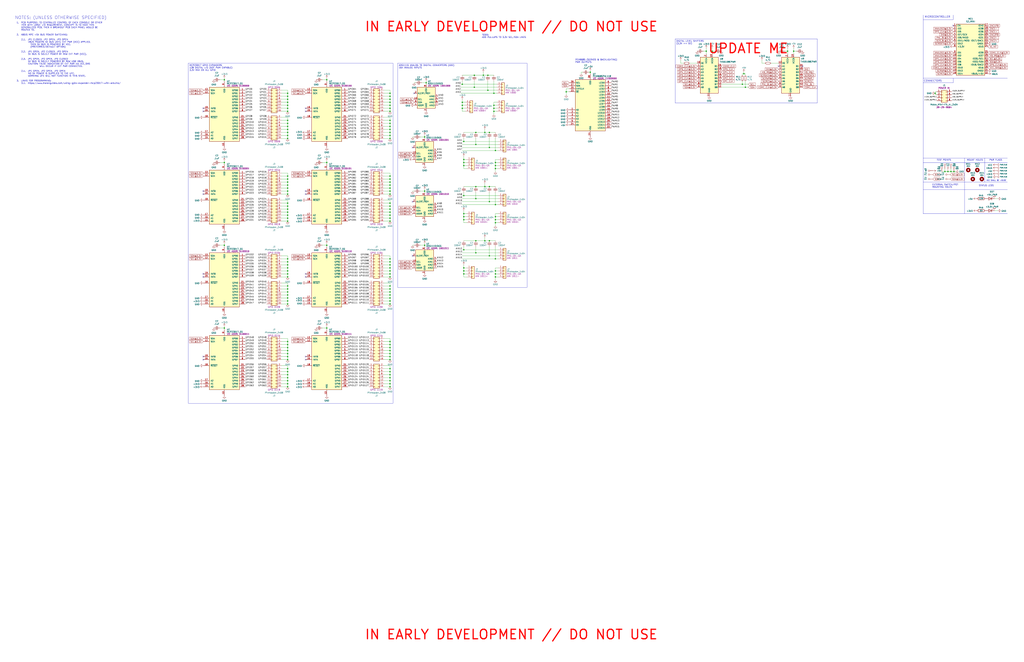
<source format=kicad_sch>
(kicad_sch (version 20230121) (generator eeschema)
  (paper "D")
  (title_block (title "ABSIS MPC (MASS PERIPHERAL CONTROLLER)") (date "2024-01-01") (rev "1") (company "OPENHORNET.COM") (comment 1 "CC BY-NC-SA"))
  (junction (at 328.93 104.14))
  (junction (at 417.83 142.24))
  (junction (at 242.57 184.15))
  (junction (at -39.37 160.02))
  (junction (at 328.93 243.84))
  (junction (at 391.16 231.14))
  (junction (at 242.57 88.9))
  (junction (at 242.57 158.75))
  (junction (at 242.57 218.44))
  (junction (at 242.57 153.67))
  (junction (at 328.93 114.3))
  (junction (at 600.71 43.18))
  (junction (at 627.38 62.23))
  (junction (at 412.75 170.18))
  (junction (at -113.665 36.195))
  (junction (at 408.94 111.76))
  (junction (at 391.16 180.34))
  (junction (at 391.16 139.7))
  (junction (at -111.76 167.64))
  (junction (at -132.715 65.405))
  (junction (at 242.57 303.53))
  (junction (at 401.32 111.76))
  (junction (at 417.83 139.7))
  (junction (at 328.93 326.39))
  (junction (at 416.56 91.44))
  (junction (at 417.83 228.6))
  (junction (at 242.57 298.45))
  (junction (at -83.82 167.64))
  (junction (at -69.215 124.46))
  (junction (at -111.76 132.08))
  (junction (at 242.57 93.98))
  (junction (at 242.57 231.14))
  (junction (at 391.16 119.38))
  (junction (at 417.83 172.72))
  (junction (at 328.93 116.84))
  (junction (at 328.93 78.74))
  (junction (at 242.57 246.38))
  (junction (at -78.105 282.575))
  (junction (at 328.93 311.15))
  (junction (at 242.57 173.99))
  (junction (at 417.83 185.42))
  (junction (at 328.93 91.44))
  (junction (at 328.93 156.21))
  (junction (at 242.57 181.61))
  (junction (at 328.93 228.6))
  (junction (at -69.215 160.02))
  (junction (at 328.93 83.82))
  (junction (at 359.41 69.85))
  (junction (at -97.155 124.46))
  (junction (at 626.11 71.12))
  (junction (at 189.23 137.16))
  (junction (at 242.57 106.68))
  (junction (at 328.93 184.15))
  (junction (at 391.16 137.16))
  (junction (at 411.48 63.5))
  (junction (at 328.93 173.99))
  (junction (at -97.155 37.465))
  (junction (at 242.57 311.15))
  (junction (at 242.57 91.44))
  (junction (at 412.75 157.48))
  (junction (at -39.37 124.46))
  (junction (at 802.005 144.78))
  (junction (at 328.93 288.29))
  (junction (at 242.57 114.3))
  (junction (at 242.57 220.98))
  (junction (at 328.93 246.38))
  (junction (at 417.83 231.14))
  (junction (at 669.29 43.18))
  (junction (at -139.7 185.42))
  (junction (at 328.93 148.59))
  (junction (at 408.94 157.48))
  (junction (at 328.93 153.67))
  (junction (at 412.75 203.2))
  (junction (at -69.215 142.24))
  (junction (at -39.37 106.68))
  (junction (at 328.93 248.92))
  (junction (at -111.76 149.86))
  (junction (at 328.93 218.44))
  (junction (at -39.37 142.24))
  (junction (at 242.57 156.21))
  (junction (at 389.89 91.44))
  (junction (at 389.89 86.36))
  (junction (at 664.21 43.18))
  (junction (at 412.75 124.46))
  (junction (at 242.57 243.84))
  (junction (at 328.93 181.61))
  (junction (at -123.19 282.575))
  (junction (at 401.32 203.2))
  (junction (at 328.93 254))
  (junction (at 391.16 134.62))
  (junction (at 328.93 290.83))
  (junction (at 328.93 86.36))
  (junction (at -113.665 282.575))
  (junction (at 328.93 300.99))
  (junction (at 242.57 101.6))
  (junction (at 328.93 231.14))
  (junction (at 242.57 176.53))
  (junction (at 804.545 144.78))
  (junction (at 408.94 203.2))
  (junction (at 411.48 76.2))
  (junction (at 242.57 254))
  (junction (at 242.57 186.69))
  (junction (at 417.83 233.68))
  (junction (at 242.57 241.3))
  (junction (at 328.93 233.68))
  (junction (at -99.06 264.16))
  (junction (at 242.57 109.22))
  (junction (at 242.57 171.45))
  (junction (at 799.465 144.78))
  (junction (at 328.93 179.07))
  (junction (at 328.93 158.75))
  (junction (at 242.57 318.77))
  (junction (at 595.63 43.18))
  (junction (at 417.83 127))
  (junction (at -112.395 47.625))
  (junction (at 391.16 165.1))
  (junction (at 242.57 163.83))
  (junction (at -83.82 132.08))
  (junction (at 391.16 182.88))
  (junction (at -125.095 124.46))
  (junction (at 275.59 67.31))
  (junction (at 328.93 293.37))
  (junction (at 389.89 71.12))
  (junction (at 242.57 233.68))
  (junction (at 328.93 295.91))
  (junction (at 328.93 223.52))
  (junction (at 391.16 185.42))
  (junction (at -51.435 177.8))
  (junction (at 242.57 151.13))
  (junction (at 189.23 276.86))
  (junction (at 328.93 316.23))
  (junction (at 628.65 73.66))
  (junction (at 242.57 161.29))
  (junction (at 796.925 144.78))
  (junction (at -108.585 282.575))
  (junction (at 242.57 81.28))
  (junction (at 401.32 121.92))
  (junction (at 407.67 63.5))
  (junction (at 242.57 226.06))
  (junction (at 242.57 148.59))
  (junction (at 328.93 256.54))
  (junction (at 242.57 293.37))
  (junction (at 389.89 88.9))
  (junction (at 275.59 276.86))
  (junction (at 400.05 63.5))
  (junction (at 189.23 207.01))
  (junction (at 242.57 313.69))
  (junction (at 416.56 88.9))
  (junction (at -114.935 45.085))
  (junction (at 417.83 218.44))
  (junction (at -92.71 291.465))
  (junction (at 242.57 295.91))
  (junction (at 242.57 326.39))
  (junction (at -119.38 282.575))
  (junction (at 497.84 60.96))
  (junction (at 328.93 323.85))
  (junction (at 328.93 241.3))
  (junction (at 328.93 101.6))
  (junction (at 242.57 228.6))
  (junction (at -139.7 132.08))
  (junction (at 242.57 300.99))
  (junction (at 242.57 83.82))
  (junction (at 242.57 223.52))
  (junction (at 328.93 321.31))
  (junction (at 328.93 251.46))
  (junction (at 328.93 303.53))
  (junction (at 328.93 171.45))
  (junction (at 328.93 161.29))
  (junction (at 401.32 157.48))
  (junction (at 242.57 251.46))
  (junction (at 242.57 316.23))
  (junction (at 788.67 78.74))
  (junction (at -80.01 282.575))
  (junction (at 328.93 298.45))
  (junction (at 242.57 248.92))
  (junction (at 275.59 137.16))
  (junction (at -111.76 185.42))
  (junction (at 412.75 111.76))
  (junction (at 391.16 210.82))
  (junction (at 328.93 111.76))
  (junction (at 401.32 213.36))
  (junction (at -118.11 252.095))
  (junction (at 328.93 109.22))
  (junction (at 242.57 288.29))
  (junction (at 328.93 318.77))
  (junction (at 242.57 116.84))
  (junction (at 242.57 86.36))
  (junction (at -97.155 84.455))
  (junction (at 417.83 137.16))
  (junction (at 328.93 93.98))
  (junction (at 328.93 81.28))
  (junction (at -125.095 142.24))
  (junction (at -92.71 293.37))
  (junction (at 328.93 176.53))
  (junction (at 328.93 313.69))
  (junction (at -125.095 160.02))
  (junction (at -97.155 160.02))
  (junction (at 477.52 77.47))
  (junction (at 242.57 321.31))
  (junction (at 400.05 73.66))
  (junction (at 416.56 78.74))
  (junction (at 242.57 111.76))
  (junction (at -123.19 292.1))
  (junction (at 358.14 207.01))
  (junction (at 417.83 187.96))
  (junction (at 242.57 104.14))
  (junction (at 416.56 93.98))
  (junction (at 358.14 161.29))
  (junction (at 275.59 207.01))
  (junction (at -139.7 149.86))
  (junction (at 328.93 163.83))
  (junction (at 242.57 290.83))
  (junction (at 401.32 167.64))
  (junction (at 242.57 256.54))
  (junction (at 328.93 220.98))
  (junction (at -106.045 282.575))
  (junction (at 412.75 215.9))
  (junction (at 328.93 106.68))
  (junction (at 417.83 182.88))
  (junction (at 391.16 228.6))
  (junction (at 328.93 186.69))
  (junction (at -139.7 167.64))
  (junction (at 328.93 226.06))
  (junction (at 358.14 115.57))
  (junction (at -83.82 149.86))
  (junction (at 242.57 179.07))
  (junction (at -97.155 142.24))
  (junction (at 391.16 226.06))
  (junction (at 328.93 151.13))
  (junction (at 242.57 323.85))
  (junction (at 189.23 67.31))
  (junction (at -83.82 185.42))
  (junction (at 242.57 78.74))
  (junction (at 328.93 88.9))
  (no_connect (at -109.22 165.1))
  (no_connect (at -109.22 147.32))
  (no_connect (at 656.59 55.88))
  (no_connect (at -71.12 129.54))
  (no_connect (at -71.12 165.1))
  (no_connect (at -137.16 165.1))
  (no_connect (at -81.28 147.32))
  (no_connect (at 257.81 93.98))
  (no_connect (at -99.06 203.2))
  (no_connect (at 347.98 170.18))
  (no_connect (at 257.81 300.99))
  (no_connect (at -71.12 147.32))
  (no_connect (at -109.22 129.54))
  (no_connect (at -127 147.32))
  (no_connect (at -137.16 182.88))
  (no_connect (at 257.81 231.14))
  (no_connect (at 347.98 215.9))
  (no_connect (at 257.81 163.83))
  (no_connect (at -51.435 165.1))
  (no_connect (at 171.45 231.14))
  (no_connect (at -99.06 182.88))
  (no_connect (at -137.16 129.54))
  (no_connect (at 171.45 91.44))
  (no_connect (at 171.45 303.53))
  (no_connect (at -41.275 129.54))
  (no_connect (at -41.275 182.88))
  (no_connect (at 171.45 163.83))
  (no_connect (at 171.45 300.99))
  (no_connect (at -41.275 111.76))
  (no_connect (at -137.16 147.32))
  (no_connect (at 171.45 93.98))
  (no_connect (at -81.28 165.1))
  (no_connect (at 257.81 91.44))
  (no_connect (at -99.06 129.54))
  (no_connect (at -99.06 147.32))
  (no_connect (at 347.98 124.46))
  (no_connect (at 257.81 161.29))
  (no_connect (at 676.91 55.88))
  (no_connect (at 171.45 161.29))
  (no_connect (at 257.81 233.68))
  (no_connect (at -51.435 111.76))
  (no_connect (at -41.275 165.1))
  (no_connect (at -127 165.1))
  (no_connect (at 257.81 303.53))
  (no_connect (at -51.435 129.54))
  (no_connect (at -41.275 147.32))
  (no_connect (at -81.28 182.88))
  (no_connect (at -137.795 203.2))
  (no_connect (at -109.22 203.2))
  (no_connect (at -81.28 129.54))
  (no_connect (at -71.12 182.88))
  (no_connect (at 349.25 78.74))
  (no_connect (at -127 129.54))
  (no_connect (at -51.435 182.88))
  (no_connect (at -109.22 182.88))
  (no_connect (at -51.435 147.32))
  (no_connect (at 171.45 233.68))
  (no_connect (at -127 182.88))
  (no_connect (at -127.635 203.2))
  (no_connect (at -99.06 165.1))
  (no_connect (at 803.91 21.59))
  (wire (pts (xy 328.93 184.15) (xy 328.93 181.61)))
  (wire (pts (xy 323.85 116.84) (xy 328.93 116.84)))
  (wire (pts (xy 412.75 208.28) (xy 412.75 215.9)))
  (wire (pts (xy -125.73 248.92) (xy -125.73 252.095)))
  (wire (pts (xy 237.49 243.84) (xy 242.57 243.84)))
  (wire (pts (xy -41.275 160.02) (xy -39.37 160.02)))
  (wire (pts (xy 389.89 68.58) (xy 389.89 71.12)))
  (wire (pts (xy 323.85 233.68) (xy 328.93 233.68)))
  (wire (pts (xy 802.005 142.24) (xy 802.005 144.78)))
  (wire (pts (xy 328.93 318.77) (xy 328.93 316.23)))
  (wire (pts (xy 391.16 134.62) (xy 393.7 134.62)))
  (wire (pts (xy -153.035 185.42) (xy -139.7 185.42)))
  (wire (pts (xy 242.57 241.3) (xy 242.57 238.76)))
  (polyline (pts (xy 778.51 153.67) (xy 849.63 153.67)))
  (wire (pts (xy -95.885 83.185) (xy -95.885 84.455)))
  (wire (pts (xy 788.67 77.47) (xy 789.94 77.47)))
  (wire (pts (xy 497.84 60.96) (xy 497.84 62.23)))
  (wire (pts (xy -71.12 142.24) (xy -69.215 142.24)))
  (wire (pts (xy 323.85 153.67) (xy 328.93 153.67)))
  (wire (pts (xy 323.85 179.07) (xy 328.93 179.07)))
  (wire (pts (xy 417.83 185.42) (xy 420.37 185.42)))
  (wire (pts (xy 242.57 311.15) (xy 242.57 308.61)))
  (wire (pts (xy 237.49 241.3) (xy 242.57 241.3)))
  (wire (pts (xy -99.06 177.8) (xy -97.155 177.8)))
  (wire (pts (xy 417.83 231.14) (xy 420.37 231.14)))
  (wire (pts (xy 411.48 68.58) (xy 411.48 76.2)))
  (wire (pts (xy 389.89 86.36) (xy 392.43 86.36)))
  (wire (pts (xy -131.445 65.405) (xy -132.715 65.405)))
  (wire (pts (xy 242.57 101.6) (xy 242.57 99.06)))
  (wire (pts (xy 417.83 172.72) (xy 420.37 172.72)))
  (wire (pts (xy -108.585 52.705) (xy -121.285 52.705)))
  (wire (pts (xy 391.16 231.14) (xy 391.16 233.68)))
  (wire (pts (xy 401.32 157.48) (xy 408.94 157.48)))
  (wire (pts (xy 237.49 226.06) (xy 242.57 226.06)))
  (wire (pts (xy -85.725 67.945) (xy -83.185 67.945)))
  (wire (pts (xy 416.56 86.36) (xy 419.1 86.36)))
  (wire (pts (xy 391.16 165.1) (xy 420.37 165.1)))
  (wire (pts (xy -39.37 142.24) (xy -39.37 160.02)))
  (wire (pts (xy 412.75 124.46) (xy 420.37 124.46)))
  (wire (pts (xy 323.85 91.44) (xy 328.93 91.44)))
  (wire (pts (xy -123.19 292.1) (xy -123.19 285.115)))
  (wire (pts (xy 189.23 135.89) (xy 189.23 137.16)))
  (wire (pts (xy -69.215 142.24) (xy -69.215 160.02)))
  (wire (pts (xy 237.49 313.69) (xy 242.57 313.69)))
  (wire (pts (xy -85.725 65.405) (xy -83.185 65.405)))
  (wire (pts (xy 237.49 161.29) (xy 242.57 161.29)))
  (wire (pts (xy 328.93 311.15) (xy 328.93 308.61)))
  (wire (pts (xy 328.93 308.61) (xy 323.85 308.61)))
  (wire (pts (xy 242.57 316.23) (xy 242.57 313.69)))
  (wire (pts (xy 328.93 146.05) (xy 323.85 146.05)))
  (wire (pts (xy 407.67 60.96) (xy 407.67 63.5)))
  (wire (pts (xy 389.89 63.5) (xy 400.05 63.5)))
  (wire (pts (xy 237.49 173.99) (xy 242.57 173.99)))
  (wire (pts (xy -55.88 124.46) (xy -51.435 124.46)))
  (wire (pts (xy 189.23 275.59) (xy 189.23 276.86)))
  (wire (pts (xy -123.19 282.575) (xy -119.38 282.575)))
  (wire (pts (xy 389.89 213.36) (xy 401.32 213.36)))
  (wire (pts (xy -153.035 132.08) (xy -139.7 132.08)))
  (wire (pts (xy -114.3 270.51) (xy -111.76 270.51)))
  (wire (pts (xy -86.36 290.195) (xy -86.36 291.465)))
  (wire (pts (xy 275.59 205.74) (xy 275.59 207.01)))
  (wire (pts (xy 271.78 137.16) (xy 275.59 137.16)))
  (wire (pts (xy 237.49 116.84) (xy 242.57 116.84)))
  (wire (pts (xy 237.49 83.82) (xy 242.57 83.82)))
  (wire (pts (xy 323.85 228.6) (xy 328.93 228.6)))
  (wire (pts (xy 237.49 246.38) (xy 242.57 246.38)))
  (wire (pts (xy 328.93 323.85) (xy 328.93 321.31)))
  (wire (pts (xy 323.85 148.59) (xy 328.93 148.59)))
  (wire (pts (xy 237.49 316.23) (xy 242.57 316.23)))
  (wire (pts (xy 393.7 187.96) (xy 391.16 187.96)))
  (wire (pts (xy 664.21 40.64) (xy 664.21 43.18)))
  (wire (pts (xy 412.75 111.76) (xy 417.83 111.76)))
  (wire (pts (xy 417.83 180.34) (xy 417.83 182.88)))
  (wire (pts (xy 391.16 162.56) (xy 391.16 165.1)))
  (wire (pts (xy 242.57 215.9) (xy 237.49 215.9)))
  (wire (pts (xy 497.84 59.69) (xy 497.84 60.96)))
  (wire (pts (xy 417.83 182.88) (xy 417.83 185.42)))
  (wire (pts (xy -106.045 299.085) (xy -100.33 299.085)))
  (wire (pts (xy 328.93 313.69) (xy 328.93 311.15)))
  (wire (pts (xy 242.57 298.45) (xy 242.57 295.91)))
  (wire (pts (xy 242.57 248.92) (xy 242.57 246.38)))
  (wire (pts (xy 391.16 203.2) (xy 401.32 203.2)))
  (wire (pts (xy 323.85 226.06) (xy 328.93 226.06)))
  (wire (pts (xy 328.93 251.46) (xy 328.93 248.92)))
  (wire (pts (xy 242.57 220.98) (xy 242.57 218.44)))
  (wire (pts (xy 328.93 156.21) (xy 328.93 153.67)))
  (wire (pts (xy 417.83 226.06) (xy 417.83 228.6)))
  (wire (pts (xy 417.83 228.6) (xy 417.83 231.14)))
  (wire (pts (xy 391.16 223.52) (xy 391.16 226.06)))
  (wire (pts (xy 323.85 288.29) (xy 328.93 288.29)))
  (wire (pts (xy 242.57 254) (xy 242.57 251.46)))
  (wire (pts (xy -83.82 185.42) (xy -55.88 185.42)))
  (wire (pts (xy 391.16 139.7) (xy 393.7 139.7)))
  (wire (pts (xy 389.89 170.18) (xy 412.75 170.18)))
  (wire (pts (xy 359.41 68.58) (xy 359.41 69.85)))
  (polyline (pts (xy 778.51 66.04) (xy 849.63 66.04)))
  (wire (pts (xy 323.85 163.83) (xy 328.93 163.83)))
  (wire (pts (xy 393.7 142.24) (xy 391.16 142.24)))
  (wire (pts (xy -139.7 160.02) (xy -137.16 160.02)))
  (wire (pts (xy 328.93 186.69) (xy 328.93 184.15)))
  (wire (pts (xy 347.98 207.01) (xy 349.25 207.01)))
  (wire (pts (xy -126.365 198.12) (xy -126.365 205.105)))
  (wire (pts (xy 389.89 119.38) (xy 391.16 119.38)))
  (wire (pts (xy 358.14 207.01) (xy 358.14 208.28)))
  (wire (pts (xy 323.85 101.6) (xy 328.93 101.6)))
  (wire (pts (xy -67.945 282.575) (xy -65.405 282.575)))
  (wire (pts (xy 328.93 78.74) (xy 328.93 76.2)))
  (wire (pts (xy 237.49 228.6) (xy 242.57 228.6)))
  (wire (pts (xy 400.05 68.58) (xy 400.05 73.66)))
  (wire (pts (xy 328.93 86.36) (xy 328.93 83.82)))
  (wire (pts (xy 275.59 275.59) (xy 275.59 276.86)))
  (wire (pts (xy -69.215 106.045) (xy -69.215 124.46)))
  (wire (pts (xy 242.57 176.53) (xy 242.57 173.99)))
  (wire (pts (xy 412.75 157.48) (xy 417.83 157.48)))
  (wire (pts (xy -125.095 142.24) (xy -125.095 160.02)))
  (wire (pts (xy 237.49 114.3) (xy 242.57 114.3)))
  (wire (pts (xy -85.725 62.865) (xy -83.185 62.865)))
  (wire (pts (xy 389.89 121.92) (xy 401.32 121.92)))
  (wire (pts (xy -69.215 57.785) (xy -85.725 57.785)))
  (wire (pts (xy -127 177.8) (xy -125.095 177.8)))
  (wire (pts (xy 347.98 115.57) (xy 349.25 115.57)))
  (wire (pts (xy 237.49 158.75) (xy 242.57 158.75)))
  (wire (pts (xy -83.82 132.08) (xy -55.88 132.08)))
  (wire (pts (xy 328.93 116.84) (xy 328.93 114.3)))
  (wire (pts (xy 354.33 161.29) (xy 358.14 161.29)))
  (wire (pts (xy 323.85 316.23) (xy 328.93 316.23)))
  (wire (pts (xy 242.57 233.68) (xy 242.57 231.14)))
  (wire (pts (xy 323.85 290.83) (xy 328.93 290.83)))
  (wire (pts (xy 242.57 300.99) (xy 242.57 298.45)))
  (wire (pts (xy 358.14 160.02) (xy 358.14 161.29)))
  (wire (pts (xy -97.155 160.02) (xy -97.155 177.8)))
  (wire (pts (xy 389.89 172.72) (xy 417.83 172.72)))
  (wire (pts (xy 838.835 167.64) (xy 841.375 167.64)))
  (wire (pts (xy 323.85 318.77) (xy 328.93 318.77)))
  (polyline (pts (xy 778.51 69.85) (xy 803.91 69.85)))
  (wire (pts (xy -113.665 34.925) (xy -113.665 36.195)))
  (wire (pts (xy 417.83 182.88) (xy 420.37 182.88)))
  (wire (pts (xy 391.16 226.06) (xy 393.7 226.06)))
  (wire (pts (xy -92.71 304.165) (xy -92.71 305.435)))
  (wire (pts (xy 237.49 184.15) (xy 242.57 184.15)))
  (wire (pts (xy -92.71 293.37) (xy -92.71 294.005)))
  (wire (pts (xy 391.16 182.88) (xy 391.16 185.42)))
  (wire (pts (xy -85.725 60.325) (xy -66.675 60.325)))
  (wire (pts (xy -83.82 177.8) (xy -81.28 177.8)))
  (wire (pts (xy -111.76 177.8) (xy -109.22 177.8)))
  (wire (pts (xy 595.63 43.18) (xy 595.63 45.72)))
  (wire (pts (xy -113.665 36.195) (xy -112.395 36.195)))
  (wire (pts (xy 323.85 78.74) (xy 328.93 78.74)))
  (wire (pts (xy 401.32 121.92) (xy 420.37 121.92)))
  (wire (pts (xy 417.83 162.56) (xy 417.83 172.72)))
  (wire (pts (xy -111.76 167.64) (xy -83.82 167.64)))
  (wire (pts (xy 417.83 137.16) (xy 420.37 137.16)))
  (wire (pts (xy 328.93 300.99) (xy 328.93 298.45)))
  (wire (pts (xy 242.57 290.83) (xy 242.57 288.29)))
  (wire (pts (xy 645.16 53.34) (xy 642.62 53.34)))
  (wire (pts (xy 628.65 68.58) (xy 628.65 73.66)))
  (wire (pts (xy 237.49 153.67) (xy 242.57 153.67)))
  (wire (pts (xy 401.32 208.28) (xy 401.32 213.36)))
  (wire (pts (xy 189.23 66.04) (xy 189.23 67.31)))
  (wire (pts (xy 237.49 321.31) (xy 242.57 321.31)))
  (wire (pts (xy 271.78 207.01) (xy 275.59 207.01)))
  (wire (pts (xy 417.83 142.24) (xy 417.83 144.78)))
  (wire (pts (xy -131.445 65.405) (xy -131.445 66.675)))
  (wire (pts (xy 275.59 207.01) (xy 275.59 208.28)))
  (wire (pts (xy -86.36 291.465) (xy -92.71 291.465)))
  (wire (pts (xy 789.94 80.01) (xy 788.67 80.01)))
  (wire (pts (xy 242.57 86.36) (xy 242.57 83.82)))
  (wire (pts (xy -71.12 177.8) (xy -69.215 177.8)))
  (wire (pts (xy -81.28 282.575) (xy -80.01 282.575)))
  (wire (pts (xy -111.125 62.865) (xy -108.585 62.865)))
  (wire (pts (xy 411.48 76.2) (xy 419.1 76.2)))
  (wire (pts (xy 323.85 326.39) (xy 328.93 326.39)))
  (wire (pts (xy 242.57 78.74) (xy 242.57 76.2)))
  (wire (pts (xy -80.01 282.575) (xy -78.105 282.575)))
  (polyline (pts (xy 778.51 160.02) (xy 814.07 160.02)))
  (wire (pts (xy 242.57 186.69) (xy 242.57 184.15)))
  (wire (pts (xy -80.01 282.575) (xy -80.01 284.48)))
  (wire (pts (xy -39.37 95.885) (xy -39.37 106.68)))
  (wire (pts (xy 328.93 295.91) (xy 328.93 293.37)))
  (wire (pts (xy 242.57 243.84) (xy 242.57 241.3)))
  (wire (pts (xy 237.49 91.44) (xy 242.57 91.44)))
  (polyline (pts (xy 778.51 180.34) (xy 849.63 180.34)))
  (wire (pts (xy -83.82 167.64) (xy -55.88 167.64)))
  (wire (pts (xy 354.33 207.01) (xy 358.14 207.01)))
  (wire (pts (xy 412.75 215.9) (xy 420.37 215.9)))
  (wire (pts (xy 237.49 303.53) (xy 242.57 303.53)))
  (wire (pts (xy 242.57 93.98) (xy 242.57 91.44)))
  (wire (pts (xy 417.83 233.68) (xy 417.83 236.22)))
  (wire (pts (xy -55.88 177.8) (xy -51.435 177.8)))
  (wire (pts (xy -123.19 278.765) (xy -123.19 282.575)))
  (wire (pts (xy 275.59 66.04) (xy 275.59 67.31)))
  (wire (pts (xy 626.11 71.12) (xy 631.19 71.12)))
  (wire (pts (xy 328.93 163.83) (xy 328.93 161.29)))
  (wire (pts (xy 328.93 88.9) (xy 328.93 86.36)))
  (wire (pts (xy 401.32 111.76) (xy 408.94 111.76)))
  (wire (pts (xy 237.49 148.59) (xy 242.57 148.59)))
  (wire (pts (xy 237.49 251.46) (xy 242.57 251.46)))
  (wire (pts (xy 242.57 326.39) (xy 242.57 323.85)))
  (wire (pts (xy 237.49 298.45) (xy 242.57 298.45)))
  (wire (pts (xy -39.37 124.46) (xy -39.37 142.24)))
  (wire (pts (xy -114.935 36.195) (xy -114.935 37.465)))
  (wire (pts (xy 242.57 228.6) (xy 242.57 226.06)))
  (wire (pts (xy 275.59 135.89) (xy 275.59 137.16)))
  (wire (pts (xy 185.42 137.16) (xy 189.23 137.16)))
  (wire (pts (xy 328.93 256.54) (xy 328.93 254)))
  (wire (pts (xy 328.93 285.75) (xy 323.85 285.75)))
  (wire (pts (xy 595.63 40.64) (xy 595.63 43.18)))
  (wire (pts (xy 242.57 153.67) (xy 242.57 151.13)))
  (wire (pts (xy 420.37 142.24) (xy 417.83 142.24)))
  (wire (pts (xy 788.67 77.47) (xy 788.67 78.74)))
  (wire (pts (xy -81.28 252.095) (xy -78.105 252.095)))
  (wire (pts (xy 794.385 144.78) (xy 796.925 144.78)))
  (wire (pts (xy -71.12 160.02) (xy -69.215 160.02)))
  (wire (pts (xy 393.7 233.68) (xy 391.16 233.68)))
  (wire (pts (xy 328.93 248.92) (xy 328.93 246.38)))
  (wire (pts (xy 242.57 114.3) (xy 242.57 111.76)))
  (wire (pts (xy -41.275 106.68) (xy -39.37 106.68)))
  (wire (pts (xy 323.85 300.99) (xy 328.93 300.99)))
  (wire (pts (xy 477.52 74.93) (xy 477.52 77.47)))
  (wire (pts (xy -97.155 37.465) (xy -97.155 40.005)))
  (wire (pts (xy 574.04 50.8) (xy 574.04 53.34)))
  (wire (pts (xy 328.93 109.22) (xy 328.93 106.68)))
  (wire (pts (xy -132.715 65.405) (xy -133.985 65.405)))
  (wire (pts (xy 799.465 144.78) (xy 802.005 144.78)))
  (wire (pts (xy 242.57 308.61) (xy 237.49 308.61)))
  (wire (pts (xy 328.93 91.44) (xy 328.93 88.9)))
  (wire (pts (xy 323.85 171.45) (xy 328.93 171.45)))
  (wire (pts (xy 323.85 106.68) (xy 328.93 106.68)))
  (wire (pts (xy 237.49 300.99) (xy 242.57 300.99)))
  (wire (pts (xy -127 124.46) (xy -125.095 124.46)))
  (wire (pts (xy 593.09 43.18) (xy 595.63 43.18)))
  (wire (pts (xy -69.215 160.02) (xy -69.215 177.8)))
  (wire (pts (xy -93.98 252.095) (xy -88.9 252.095)))
  (wire (pts (xy -98.425 84.455) (xy -98.425 83.185)))
  (wire (pts (xy 323.85 220.98) (xy 328.93 220.98)))
  (wire (pts (xy 242.57 83.82) (xy 242.57 81.28)))
  (wire (pts (xy 242.57 288.29) (xy 242.57 285.75)))
  (wire (pts (xy 323.85 156.21) (xy 328.93 156.21)))
  (wire (pts (xy 420.37 233.68) (xy 417.83 233.68)))
  (wire (pts (xy -71.12 124.46) (xy -69.215 124.46)))
  (wire (pts (xy -99.06 124.46) (xy -97.155 124.46)))
  (wire (pts (xy 242.57 246.38) (xy 242.57 243.84)))
  (wire (pts (xy 391.16 180.34) (xy 393.7 180.34)))
  (wire (pts (xy 237.49 311.15) (xy 242.57 311.15)))
  (wire (pts (xy 389.89 210.82) (xy 391.16 210.82)))
  (wire (pts (xy -66.675 55.245) (xy -66.675 60.325)))
  (wire (pts (xy 323.85 251.46) (xy 328.93 251.46)))
  (wire (pts (xy 328.93 223.52) (xy 328.93 220.98)))
  (wire (pts (xy 328.93 241.3) (xy 328.93 238.76)))
  (wire (pts (xy 480.06 74.93) (xy 477.52 74.93)))
  (wire (pts (xy -111.125 70.485) (xy -108.585 70.485)))
  (wire (pts (xy -39.37 106.68) (xy -39.37 124.46)))
  (wire (pts (xy -133.985 65.405) (xy -133.985 66.675)))
  (wire (pts (xy -108.585 271.78) (xy -108.585 273.05)))
  (wire (pts (xy -119.38 278.13) (xy -119.38 282.575)))
  (wire (pts (xy 664.21 43.18) (xy 664.21 45.72)))
  (wire (pts (xy 391.16 210.82) (xy 420.37 210.82)))
  (wire (pts (xy -113.665 283.21) (xy -113.665 282.575)))
  (wire (pts (xy 237.49 101.6) (xy 242.57 101.6)))
  (wire (pts (xy 323.85 186.69) (xy 328.93 186.69)))
  (wire (pts (xy 323.85 111.76) (xy 328.93 111.76)))
  (wire (pts (xy 417.83 134.62) (xy 417.83 137.16)))
  (wire (pts (xy 328.93 114.3) (xy 328.93 111.76)))
  (wire (pts (xy -99.06 160.02) (xy -97.155 160.02)))
  (wire (pts (xy 242.57 184.15) (xy 242.57 181.61)))
  (wire (pts (xy -127 270.51) (xy -124.46 270.51)))
  (wire (pts (xy 242.57 148.59) (xy 242.57 146.05)))
  (wire (pts (xy 627.38 60.96) (xy 627.38 62.23)))
  (wire (pts (xy -97.155 84.455) (xy -98.425 84.455)))
  (wire (pts (xy 416.56 88.9) (xy 419.1 88.9)))
  (wire (pts (xy -114.935 45.085) (xy -108.585 45.085)))
  (wire (pts (xy 391.16 208.28) (xy 391.16 210.82)))
  (wire (pts (xy 328.93 179.07) (xy 328.93 176.53)))
  (wire (pts (xy 389.89 124.46) (xy 412.75 124.46)))
  (wire (pts (xy 401.32 167.64) (xy 420.37 167.64)))
  (wire (pts (xy -85.725 50.165) (xy -83.185 50.165)))
  (wire (pts (xy 626.11 62.23) (xy 627.38 62.23)))
  (wire (pts (xy 408.94 157.48) (xy 412.75 157.48)))
  (wire (pts (xy 358.14 115.57) (xy 358.14 116.84)))
  (wire (pts (xy 242.57 293.37) (xy 242.57 290.83)))
  (wire (pts (xy 242.57 173.99) (xy 242.57 171.45)))
  (wire (pts (xy -108.585 75.565) (xy -133.985 75.565)))
  (wire (pts (xy 242.57 226.06) (xy 242.57 223.52)))
  (wire (pts (xy 391.16 157.48) (xy 401.32 157.48)))
  (wire (pts (xy 412.75 162.56) (xy 412.75 170.18)))
  (wire (pts (xy 328.93 153.67) (xy 328.93 151.13)))
  (wire (pts (xy 189.23 207.01) (xy 189.23 208.28)))
  (wire (pts (xy 391.16 185.42) (xy 393.7 185.42)))
  (wire (pts (xy 416.56 91.44) (xy 419.1 91.44)))
  (wire (pts (xy 237.49 254) (xy 242.57 254)))
  (wire (pts (xy 323.85 241.3) (xy 328.93 241.3)))
  (wire (pts (xy 391.16 182.88) (xy 393.7 182.88)))
  (wire (pts (xy 328.93 106.68) (xy 328.93 104.14)))
  (wire (pts (xy 391.16 226.06) (xy 391.16 228.6)))
  (wire (pts (xy 237.49 256.54) (xy 242.57 256.54)))
  (wire (pts (xy 796.925 142.24) (xy 796.925 144.78)))
  (wire (pts (xy 237.49 78.74) (xy 242.57 78.74)))
  (wire (pts (xy 323.85 151.13) (xy 328.93 151.13)))
  (wire (pts (xy -117.475 45.085) (xy -114.935 45.085)))
  (wire (pts (xy 408.94 203.2) (xy 412.75 203.2)))
  (wire (pts (xy -131.445 71.755) (xy -131.445 73.025)))
  (wire (pts (xy -106.045 282.575) (xy -106.045 299.085)))
  (wire (pts (xy -99.06 290.195) (xy -99.06 291.465)))
  (wire (pts (xy 349.25 69.85) (xy 350.52 69.85)))
  (wire (pts (xy 669.29 40.64) (xy 669.29 43.18)))
  (wire (pts (xy 242.57 111.76) (xy 242.57 109.22)))
  (wire (pts (xy 412.75 170.18) (xy 420.37 170.18)))
  (wire (pts (xy 275.59 67.31) (xy 275.59 68.58)))
  (wire (pts (xy -111.125 67.945) (xy -108.585 67.945)))
  (wire (pts (xy -108.585 280.67) (xy -108.585 282.575)))
  (wire (pts (xy -97.155 106.045) (xy -97.155 124.46)))
  (wire (pts (xy 237.49 231.14) (xy 242.57 231.14)))
  (wire (pts (xy 328.93 173.99) (xy 328.93 171.45)))
  (wire (pts (xy 328.93 101.6) (xy 328.93 99.06)))
  (wire (pts (xy 407.67 63.5) (xy 411.48 63.5)))
  (wire (pts (xy -69.215 45.085) (xy -69.215 50.165)))
  (wire (pts (xy 328.93 238.76) (xy 323.85 238.76)))
  (wire (pts (xy 417.83 228.6) (xy 420.37 228.6)))
  (wire (pts (xy 242.57 323.85) (xy 242.57 321.31)))
  (wire (pts (xy 323.85 293.37) (xy 328.93 293.37)))
  (polyline (pts (xy 778.51 133.35) (xy 849.63 133.35)))
  (wire (pts (xy 242.57 321.31) (xy 242.57 318.77)))
  (wire (pts (xy 358.14 205.74) (xy 358.14 207.01)))
  (wire (pts (xy 608.33 73.66) (xy 628.65 73.66)))
  (wire (pts (xy 323.85 184.15) (xy 328.93 184.15)))
  (wire (pts (xy 408.94 154.94) (xy 408.94 157.48)))
  (wire (pts (xy 328.93 99.06) (xy 323.85 99.06)))
  (wire (pts (xy -78.105 252.095) (xy -78.105 282.575)))
  (wire (pts (xy 417.83 226.06) (xy 420.37 226.06)))
  (wire (pts (xy 417.83 185.42) (xy 417.83 187.96)))
  (wire (pts (xy -121.285 57.785) (xy -133.985 57.785)))
  (wire (pts (xy 328.93 76.2) (xy 323.85 76.2)))
  (wire (pts (xy 391.16 134.62) (xy 391.16 137.16)))
  (wire (pts (xy 237.49 81.28) (xy 242.57 81.28)))
  (wire (pts (xy -133.985 75.565) (xy -133.985 71.755)))
  (wire (pts (xy -85.725 45.085) (xy -83.185 45.085)))
  (wire (pts (xy 242.57 106.68) (xy 242.57 104.14)))
  (wire (pts (xy 242.57 285.75) (xy 237.49 285.75)))
  (wire (pts (xy 323.85 158.75) (xy 328.93 158.75)))
  (wire (pts (xy 328.93 316.23) (xy 328.93 313.69)))
  (wire (pts (xy -55.88 160.02) (xy -51.435 160.02)))
  (wire (pts (xy 401.32 162.56) (xy 401.32 167.64)))
  (wire (pts (xy 237.49 111.76) (xy 242.57 111.76)))
  (wire (pts (xy 323.85 323.85) (xy 328.93 323.85)))
  (wire (pts (xy 323.85 176.53) (xy 328.93 176.53)))
  (wire (pts (xy 237.49 323.85) (xy 242.57 323.85)))
  (wire (pts (xy 401.32 203.2) (xy 408.94 203.2)))
  (wire (pts (xy 417.83 139.7) (xy 417.83 142.24)))
  (polyline (pts (xy 813.435 133.35) (xy 813.435 180.34)))
  (wire (pts (xy -133.985 55.245) (xy -133.985 57.785)))
  (wire (pts (xy 323.85 303.53) (xy 328.93 303.53)))
  (wire (pts (xy -153.035 114.3) (xy -55.88 114.3)))
  (wire (pts (xy 490.22 60.96) (xy 490.22 62.23)))
  (wire (pts (xy 328.93 168.91) (xy 323.85 168.91)))
  (wire (pts (xy -127 268.605) (xy -127 270.51)))
  (wire (pts (xy 416.56 68.58) (xy 416.56 78.74)))
  (wire (pts (xy 416.56 93.98) (xy 416.56 96.52)))
  (wire (pts (xy 323.85 173.99) (xy 328.93 173.99)))
  (wire (pts (xy 838.835 177.8) (xy 841.375 177.8)))
  (wire (pts (xy -83.82 124.46) (xy -81.28 124.46)))
  (wire (pts (xy -111.125 65.405) (xy -108.585 65.405)))
  (wire (pts (xy -99.06 142.24) (xy -97.155 142.24)))
  (wire (pts (xy 389.89 215.9) (xy 412.75 215.9)))
  (wire (pts (xy -127 160.02) (xy -125.095 160.02)))
  (polyline (pts (xy 803.91 66.04) (xy 803.91 69.85)))
  (polyline (pts (xy 778.51 16.51) (xy 803.91 16.51)))
  (wire (pts (xy 237.49 218.44) (xy 242.57 218.44)))
  (wire (pts (xy 237.49 179.07) (xy 242.57 179.07)))
  (wire (pts (xy -111.76 132.08) (xy -83.82 132.08)))
  (wire (pts (xy 323.85 114.3) (xy 328.93 114.3)))
  (wire (pts (xy -127.635 198.12) (xy -126.365 198.12)))
  (wire (pts (xy 185.42 67.31) (xy 189.23 67.31)))
  (wire (pts (xy 328.93 81.28) (xy 328.93 78.74)))
  (wire (pts (xy 237.49 248.92) (xy 242.57 248.92)))
  (wire (pts (xy -111.76 160.02) (xy -109.22 160.02)))
  (wire (pts (xy 392.43 93.98) (xy 389.89 93.98)))
  (wire (pts (xy -50.8 177.8) (xy -51.435 177.8)))
  (wire (pts (xy 642.62 50.8) (xy 642.62 53.34)))
  (wire (pts (xy 328.93 176.53) (xy 328.93 173.99)))
  (wire (pts (xy -118.11 252.095) (xy -104.14 252.095)))
  (wire (pts (xy -139.7 185.42) (xy -111.76 185.42)))
  (wire (pts (xy 328.93 303.53) (xy 328.93 300.99)))
  (wire (pts (xy 242.57 81.28) (xy 242.57 78.74)))
  (wire (pts (xy 391.16 185.42) (xy 391.16 187.96)))
  (wire (pts (xy 242.57 104.14) (xy 242.57 101.6)))
  (wire (pts (xy 242.57 146.05) (xy 237.49 146.05)))
  (wire (pts (xy -99.06 264.16) (xy -99.06 264.795)))
  (wire (pts (xy 328.93 161.29) (xy 328.93 158.75)))
  (wire (pts (xy 242.57 99.06) (xy 237.49 99.06)))
  (wire (pts (xy -97.79 198.12) (xy -97.79 205.105)))
  (wire (pts (xy 417.83 137.16) (xy 417.83 139.7)))
  (wire (pts (xy 796.925 144.78) (xy 799.465 144.78)))
  (wire (pts (xy 576.58 53.34) (xy 574.04 53.34)))
  (wire (pts (xy 603.25 43.18) (xy 600.71 43.18)))
  (wire (pts (xy -111.76 149.86) (xy -83.82 149.86)))
  (wire (pts (xy 417.83 139.7) (xy 420.37 139.7)))
  (polyline (pts (xy 814.07 160.02) (xy 849.63 160.02)))
  (wire (pts (xy 328.93 148.59) (xy 328.93 146.05)))
  (wire (pts (xy 237.49 106.68) (xy 242.57 106.68)))
  (wire (pts (xy 391.16 137.16) (xy 393.7 137.16)))
  (wire (pts (xy 323.85 311.15) (xy 328.93 311.15)))
  (wire (pts (xy 323.85 313.69) (xy 328.93 313.69)))
  (wire (pts (xy -111.125 60.325) (xy -108.585 60.325)))
  (wire (pts (xy -119.38 282.575) (xy -113.665 282.575)))
  (polyline (pts (xy 778.51 137.16) (xy 849.63 137.16)))
  (wire (pts (xy 628.65 73.66) (xy 631.19 73.66)))
  (wire (pts (xy 389.89 88.9) (xy 389.89 91.44)))
  (wire (pts (xy 237.49 156.21) (xy 242.57 156.21)))
  (wire (pts (xy -111.76 124.46) (xy -109.22 124.46)))
  (wire (pts (xy 626.11 68.58) (xy 626.11 71.12)))
  (wire (pts (xy 391.16 228.6) (xy 391.16 231.14)))
  (wire (pts (xy -132.715 65.405) (xy -132.715 64.135)))
  (wire (pts (xy -139.7 142.24) (xy -137.16 142.24)))
  (wire (pts (xy 323.85 161.29) (xy 328.93 161.29)))
  (wire (pts (xy 401.32 213.36) (xy 420.37 213.36)))
  (polyline (pts (xy 803.91 12.7) (xy 803.91 16.51)))
  (wire (pts (xy 400.05 73.66) (xy 419.1 73.66)))
  (wire (pts (xy -139.7 167.64) (xy -111.76 167.64)))
  (wire (pts (xy 242.57 88.9) (xy 242.57 86.36)))
  (wire (pts (xy -80.01 293.37) (xy -92.71 293.37)))
  (wire (pts (xy 237.49 288.29) (xy 242.57 288.29)))
  (wire (pts (xy 323.85 86.36) (xy 328.93 86.36)))
  (wire (pts (xy 323.85 243.84) (xy 328.93 243.84)))
  (wire (pts (xy 416.56 86.36) (xy 416.56 88.9)))
  (wire (pts (xy 419.1 93.98) (xy 416.56 93.98)))
  (wire (pts (xy 391.16 119.38) (xy 420.37 119.38)))
  (wire (pts (xy 242.57 179.07) (xy 242.57 176.53)))
  (wire (pts (xy 408.94 109.22) (xy 408.94 111.76)))
  (wire (pts (xy 323.85 81.28) (xy 328.93 81.28)))
  (wire (pts (xy 323.85 254) (xy 328.93 254)))
  (wire (pts (xy 389.89 83.82) (xy 389.89 86.36)))
  (wire (pts (xy 391.16 180.34) (xy 391.16 182.88)))
  (wire (pts (xy 242.57 91.44) (xy 242.57 88.9)))
  (wire (pts (xy 391.16 137.16) (xy 391.16 139.7)))
  (wire (pts (xy 328.93 215.9) (xy 323.85 215.9)))
  (wire (pts (xy 237.49 220.98) (xy 242.57 220.98)))
  (wire (pts (xy -111.125 57.785) (xy -108.585 57.785)))
  (wire (pts (xy -113.665 282.575) (xy -108.585 282.575)))
  (wire (pts (xy 388.62 71.12) (xy 389.89 71.12)))
  (wire (pts (xy 323.85 231.14) (xy 328.93 231.14)))
  (wire (pts (xy -108.585 282.575) (xy -106.045 282.575)))
  (wire (pts (xy -123.19 282.575) (xy -124.46 282.575)))
  (wire (pts (xy -99.06 259.715) (xy -99.06 264.16)))
  (wire (pts (xy 328.93 151.13) (xy 328.93 148.59)))
  (wire (pts (xy 237.49 93.98) (xy 242.57 93.98)))
  (wire (pts (xy 323.85 223.52) (xy 328.93 223.52)))
  (polyline (pts (xy 778.51 12.7) (xy 778.51 180.34)))
  (wire (pts (xy 237.49 171.45) (xy 242.57 171.45)))
  (wire (pts (xy 389.89 165.1) (xy 391.16 165.1)))
  (wire (pts (xy 237.49 163.83) (xy 242.57 163.83)))
  (wire (pts (xy 323.85 104.14) (xy 328.93 104.14)))
  (wire (pts (xy 600.71 40.64) (xy 600.71 43.18)))
  (wire (pts (xy -111.76 142.24) (xy -109.22 142.24)))
  (wire (pts (xy 388.62 73.66) (xy 400.05 73.66)))
  (wire (pts (xy 242.57 238.76) (xy 237.49 238.76)))
  (wire (pts (xy -114.935 36.195) (xy -113.665 36.195)))
  (wire (pts (xy -41.275 142.24) (xy -39.37 142.24)))
  (wire (pts (xy 389.89 218.44) (xy 417.83 218.44)))
  (wire (pts (xy 189.23 67.31) (xy 189.23 68.58)))
  (wire (pts (xy 237.49 326.39) (xy 242.57 326.39)))
  (wire (pts (xy 359.41 69.85) (xy 359.41 71.12)))
  (wire (pts (xy 581.66 53.34) (xy 588.01 53.34)))
  (wire (pts (xy 408.94 200.66) (xy 408.94 203.2)))
  (wire (pts (xy -112.395 42.545) (xy -112.395 47.625)))
  (wire (pts (xy 323.85 248.92) (xy 328.93 248.92)))
  (wire (pts (xy 417.83 180.34) (xy 420.37 180.34)))
  (wire (pts (xy 411.48 63.5) (xy 416.56 63.5)))
  (wire (pts (xy -125.095 106.045) (xy -125.095 124.46)))
  (wire (pts (xy 416.56 78.74) (xy 419.1 78.74)))
  (wire (pts (xy 417.83 218.44) (xy 420.37 218.44)))
  (wire (pts (xy -83.82 142.24) (xy -81.28 142.24)))
  (wire (pts (xy -111.76 269.24) (xy -111.76 270.51)))
  (wire (pts (xy 323.85 298.45) (xy 328.93 298.45)))
  (wire (pts (xy -118.11 248.92) (xy -118.11 252.095)))
  (wire (pts (xy -41.275 177.8) (xy -39.37 177.8)))
  (wire (pts (xy -97.155 84.455) (xy -97.155 85.725)))
  (wire (pts (xy -111.76 185.42) (xy -83.82 185.42)))
  (wire (pts (xy 389.89 91.44) (xy 392.43 91.44)))
  (wire (pts (xy 347.98 161.29) (xy 349.25 161.29)))
  (wire (pts (xy 388.62 76.2) (xy 411.48 76.2)))
  (wire (pts (xy 242.57 218.44) (xy 242.57 215.9)))
  (wire (pts (xy 323.85 321.31) (xy 328.93 321.31)))
  (wire (pts (xy 189.23 137.16) (xy 189.23 138.43)))
  (wire (pts (xy 491.49 60.96) (xy 490.22 60.96)))
  (wire (pts (xy 323.85 295.91) (xy 328.93 295.91)))
  (wire (pts (xy 389.89 127) (xy 417.83 127)))
  (wire (pts (xy -66.675 47.625) (xy -66.675 50.165)))
  (wire (pts (xy 328.93 104.14) (xy 328.93 101.6)))
  (wire (pts (xy 237.49 295.91) (xy 242.57 295.91)))
  (wire (pts (xy 242.57 251.46) (xy 242.57 248.92)))
  (wire (pts (xy -83.82 160.02) (xy -81.28 160.02)))
  (wire (pts (xy -106.045 264.16) (xy -99.06 264.16)))
  (wire (pts (xy -123.19 295.91) (xy -123.19 292.1)))
  (wire (pts (xy 328.93 298.45) (xy 328.93 295.91)))
  (wire (pts (xy 328.93 226.06) (xy 328.93 223.52)))
  (wire (pts (xy 237.49 109.22) (xy 242.57 109.22)))
  (wire (pts (xy 185.42 207.01) (xy 189.23 207.01)))
  (wire (pts (xy -92.71 291.465) (xy -99.06 291.465)))
  (wire (pts (xy 496.57 60.96) (xy 497.84 60.96)))
  (wire (pts (xy -83.82 149.86) (xy -55.88 149.86)))
  (wire (pts (xy -78.105 282.575) (xy -75.565 282.575)))
  (wire (pts (xy 401.32 116.84) (xy 401.32 121.92)))
  (wire (pts (xy 185.42 276.86) (xy 189.23 276.86)))
  (wire (pts (xy 328.93 293.37) (xy 328.93 290.83)))
  (wire (pts (xy -153.035 149.86) (xy -139.7 149.86)))
  (wire (pts (xy 391.16 231.14) (xy 393.7 231.14)))
  (wire (pts (xy -123.19 285.115) (xy -124.46 285.115)))
  (wire (pts (xy 389.89 71.12) (xy 419.1 71.12)))
  (wire (pts (xy 802.005 144.78) (xy 804.545 144.78)))
  (polyline (pts (xy 830.58 153.67) (xy 830.58 133.35)))
  (wire (pts (xy -85.725 47.625) (xy -83.185 47.625)))
  (wire (pts (xy 661.67 43.18) (xy 664.21 43.18)))
  (wire (pts (xy -114.935 42.545) (xy -114.935 45.085)))
  (wire (pts (xy -153.035 167.64) (xy -139.7 167.64)))
  (wire (pts (xy 328.93 321.31) (xy 328.93 318.77)))
  (wire (pts (xy 237.49 176.53) (xy 242.57 176.53)))
  (wire (pts (xy -39.37 160.02) (xy -39.37 177.8)))
  (wire (pts (xy -113.665 290.83) (xy -113.665 292.1)))
  (wire (pts (xy -117.475 47.625) (xy -112.395 47.625)))
  (wire (pts (xy 389.89 91.44) (xy 389.89 93.98)))
  (wire (pts (xy 328.93 218.44) (xy 328.93 215.9)))
  (wire (pts (xy 328.93 246.38) (xy 328.93 243.84)))
  (wire (pts (xy 323.85 246.38) (xy 328.93 246.38)))
  (wire (pts (xy 328.93 243.84) (xy 328.93 241.3)))
  (wire (pts (xy 480.06 77.47) (xy 477.52 77.47)))
  (wire (pts (xy -97.79 198.12) (xy -99.06 198.12)))
  (wire (pts (xy 242.57 318.77) (xy 242.57 316.23)))
  (wire (pts (xy 237.49 293.37) (xy 242.57 293.37)))
  (wire (pts (xy 323.85 256.54) (xy 328.93 256.54)))
  (wire (pts (xy 391.16 139.7) (xy 391.16 142.24)))
  (wire (pts (xy -125.095 160.02) (xy -125.095 177.8)))
  (wire (pts (xy 323.85 109.22) (xy 328.93 109.22)))
  (wire (pts (xy 328.93 181.61) (xy 328.93 179.07)))
  (wire (pts (xy 328.93 326.39) (xy 328.93 323.85)))
  (wire (pts (xy -55.88 106.68) (xy -51.435 106.68)))
  (wire (pts (xy -92.71 291.465) (xy -92.71 293.37)))
  (wire (pts (xy 271.78 67.31) (xy 275.59 67.31)))
  (wire (pts (xy 650.24 53.34) (xy 656.59 53.34)))
  (wire (pts (xy 242.57 76.2) (xy 237.49 76.2)))
  (wire (pts (xy 391.16 228.6) (xy 393.7 228.6)))
  (wire (pts (xy 242.57 171.45) (xy 242.57 168.91)))
  (wire (pts (xy 400.05 63.5) (xy 407.67 63.5)))
  (wire (pts (xy 323.85 88.9) (xy 328.93 88.9)))
  (wire (pts (xy 391.16 116.84) (xy 391.16 119.38)))
  (wire (pts (xy 416.56 91.44) (xy 416.56 93.98)))
  (wire (pts (xy -41.275 124.46) (xy -39.37 124.46)))
  (wire (pts (xy 242.57 116.84) (xy 242.57 114.3)))
  (wire (pts (xy -95.885 84.455) (xy -97.155 84.455)))
  (wire (pts (xy -85.725 55.245) (xy -83.185 55.245)))
  (wire (pts (xy -127 142.24) (xy -125.095 142.24)))
  (wire (pts (xy 242.57 313.69) (xy 242.57 311.15)))
  (wire (pts (xy 242.57 295.91) (xy 242.57 293.37)))
  (wire (pts (xy -99.06 269.875) (xy -99.06 271.145)))
  (wire (pts (xy -69.215 124.46) (xy -69.215 142.24)))
  (wire (pts (xy 417.83 127) (xy 420.37 127)))
  (wire (pts (xy 189.23 205.74) (xy 189.23 207.01)))
  (wire (pts (xy 328.93 233.68) (xy 328.93 231.14)))
  (wire (pts (xy 416.56 88.9) (xy 416.56 91.44)))
  (wire (pts (xy 242.57 168.91) (xy 237.49 168.91)))
  (wire (pts (xy 608.33 71.12) (xy 626.11 71.12)))
  (wire (pts (xy 242.57 161.29) (xy 242.57 158.75)))
  (wire (pts (xy -55.88 142.24) (xy -51.435 142.24)))
  (wire (pts (xy 388.62 78.74) (xy 416.56 78.74)))
  (wire (pts (xy 242.57 158.75) (xy 242.57 156.21)))
  (wire (pts (xy 323.85 83.82) (xy 328.93 83.82)))
  (wire (pts (xy 237.49 318.77) (xy 242.57 318.77)))
  (wire (pts (xy 323.85 181.61) (xy 328.93 181.61)))
  (wire (pts (xy 626.11 62.23) (xy 626.11 63.5)))
  (wire (pts (xy -125.095 124.46) (xy -125.095 142.24)))
  (wire (pts (xy 328.93 254) (xy 328.93 251.46)))
  (wire (pts (xy 391.16 111.76) (xy 401.32 111.76)))
  (wire (pts (xy 412.75 203.2) (xy 417.83 203.2)))
  (wire (pts (xy 242.57 163.83) (xy 242.57 161.29)))
  (wire (pts (xy 417.83 208.28) (xy 417.83 218.44)))
  (wire (pts (xy 237.49 233.68) (xy 242.57 233.68)))
  (wire (pts (xy 600.71 43.18) (xy 600.71 45.72)))
  (wire (pts (xy 417.83 231.14) (xy 417.83 233.68)))
  (wire (pts (xy 242.57 156.21) (xy 242.57 153.67)))
  (wire (pts (xy 628.65 62.23) (xy 628.65 63.5)))
  (wire (pts (xy 389.89 167.64) (xy 401.32 167.64)))
  (wire (pts (xy -106.045 282.575) (xy -104.14 282.575)))
  (wire (pts (xy 242.57 303.53) (xy 242.57 300.99)))
  (wire (pts (xy -97.155 124.46) (xy -97.155 142.24)))
  (wire (pts (xy 237.49 181.61) (xy 242.57 181.61)))
  (wire (pts (xy 323.85 218.44) (xy 328.93 218.44)))
  (wire (pts (xy 242.57 151.13) (xy 242.57 148.59)))
  (wire (pts (xy 389.89 88.9) (xy 392.43 88.9)))
  (wire (pts (xy 328.93 83.82) (xy 328.93 81.28)))
  (wire (pts (xy -139.7 124.46) (xy -137.16 124.46)))
  (wire (pts (xy 275.59 137.16) (xy 275.59 138.43)))
  (wire (pts (xy 389.89 86.36) (xy 389.89 88.9)))
  (wire (pts (xy -139.7 177.8) (xy -137.16 177.8)))
  (wire (pts (xy 627.38 62.23) (xy 628.65 62.23)))
  (wire (pts (xy 417.83 134.62) (xy 420.37 134.62)))
  (wire (pts (xy 328.93 290.83) (xy 328.93 288.29)))
  (wire (pts (xy 804.545 144.78) (xy 805.815 144.78)))
  (wire (pts (xy 237.49 86.36) (xy 242.57 86.36)))
  (wire (pts (xy 328.93 288.29) (xy 328.93 285.75)))
  (wire (pts (xy -97.155 142.24) (xy -97.155 160.02)))
  (wire (pts (xy -123.19 292.1) (xy -121.285 292.1)))
  (wire (pts (xy 477.52 77.47) (xy 477.52 80.01)))
  (wire (pts (xy 323.85 93.98) (xy 328.93 93.98)))
  (wire (pts (xy 242.57 181.61) (xy 242.57 179.07)))
  (wire (pts (xy 412.75 116.84) (xy 412.75 124.46)))
  (wire (pts (xy 237.49 290.83) (xy 242.57 290.83)))
  (wire (pts (xy 328.93 111.76) (xy 328.93 109.22)))
  (wire (pts (xy 354.33 115.57) (xy 358.14 115.57)))
  (wire (pts (xy 328.93 220.98) (xy 328.93 218.44)))
  (wire (pts (xy 417.83 116.84) (xy 417.83 127)))
  (wire (pts (xy 408.94 111.76) (xy 412.75 111.76)))
  (wire (pts (xy 275.59 276.86) (xy 275.59 278.13)))
  (wire (pts (xy -106.045 264.16) (xy -106.045 282.575)))
  (wire (pts (xy 242.57 109.22) (xy 242.57 106.68)))
  (wire (pts (xy 237.49 151.13) (xy 242.57 151.13)))
  (wire (pts (xy -112.395 47.625) (xy -108.585 47.625)))
  (wire (pts (xy 328.93 171.45) (xy 328.93 168.91)))
  (wire (pts (xy 242.57 231.14) (xy 242.57 228.6)))
  (wire (pts (xy 189.23 276.86) (xy 189.23 278.13)))
  (wire (pts (xy 237.49 186.69) (xy 242.57 186.69)))
  (wire (pts (xy 788.67 80.01) (xy 788.67 78.74)))
  (wire (pts (xy 328.93 93.98) (xy 328.93 91.44)))
  (wire (pts (xy -139.7 132.08) (xy -111.76 132.08)))
  (wire (pts (xy 358.14 161.29) (xy 358.14 162.56)))
  (wire (pts (xy -121.285 52.705) (xy -121.285 57.785)))
  (wire (pts (xy 237.49 223.52) (xy 242.57 223.52)))
  (wire (pts (xy -139.7 149.86) (xy -111.76 149.86)))
  (wire (pts (xy 237.49 88.9) (xy 242.57 88.9)))
  (wire (pts (xy -93.98 282.575) (xy -91.44 282.575)))
  (wire (pts (xy -80.01 289.56) (xy -80.01 293.37)))
  (wire (pts (xy -131.445 73.025) (xy -108.585 73.025)))
  (wire (pts (xy 328.93 231.14) (xy 328.93 228.6)))
  (wire (pts (xy -69.215 55.245) (xy -69.215 57.785)))
  (wire (pts (xy 355.6 69.85) (xy 359.41 69.85)))
  (wire (pts (xy 358.14 114.3) (xy 358.14 115.57)))
  (wire (pts (xy 328.93 228.6) (xy 328.93 226.06)))
  (wire (pts (xy -112.395 36.195) (xy -112.395 37.465)))
  (wire (pts (xy 420.37 187.96) (xy 417.83 187.96)))
  (wire (pts (xy -85.725 52.705) (xy -83.185 52.705)))
  (wire (pts (xy -97.155 37.465) (xy -97.155 34.925)))
  (wire (pts (xy 237.49 104.14) (xy 242.57 104.14)))
  (wire (pts (xy 391.16 177.8) (xy 391.16 180.34)))
  (wire (pts (xy 671.83 43.18) (xy 669.29 43.18)))
  (wire (pts (xy 242.57 223.52) (xy 242.57 220.98)))
  (wire (pts (xy 242.57 256.54) (xy 242.57 254)))
  (wire (pts (xy 391.16 132.08) (xy 391.16 134.62)))
  (wire (pts (xy 417.83 187.96) (xy 417.83 190.5)))
  (wire (pts (xy -99.695 37.465) (xy -97.155 37.465)))
  (wire (pts (xy 669.29 43.18) (xy 669.29 45.72)))
  (wire (pts (xy 328.93 158.75) (xy 328.93 156.21)))
  (wire (pts (xy 271.78 276.86) (xy 275.59 276.86)))
  (text_box "ADS1115 ANALOG TO DIGITAL CONVERTERS (ADC)\n16X ANALOG INPUTS" (at 335.28 53.34 0) (size 109.22 189.23) (effects (font (size 1.27 1.27)) (justify left top)))
  (text_box "MCP23017 GPIO EXPANDERS\n128 DIGITAL I/O (NOT PWM CAPABLE)\n3.3V MAX ON ALL GPIO" (at 158.75 53.34 0) (size 172.72 287.02) (effects (font (size 1.27 1.27)) (justify left top)))
  (text_box "5V BUS PWR SUPPLY SWITCH/BYPASS" (at -140.335 243.205 0) (size 82.55 67.31) (effects (font (size 1.27 1.27)) (justify right top)))
  (text_box "GPIO EXPANDER" (at -140.335 24.765 0) (size 82.55 66.675) (effects (font (size 1.27 1.27)) (justify left top)))
  (text_box "TACT SWITCHES" (at -160.655 92.71 0) (size 123.825 119.38) (effects (font (size 1.27 1.27)) (justify left top)))
  (text_box "DIGITAL LEVEL SHIFTERS\n(3.3V <> 5V)" (at 569.341 32.893 0) (size 120.015 53.975) (effects (font (size 1.27 1.27)) (justify left top)))
  (text "NOTES: (UNLESS OTHERWISE SPECIFIED)" (at 12.7 16.51 0) (effects (font (size 2.54 2.54)) (justify left bottom)))
  (text "EXTERNAL SWITCH/POT \nMOUNTING HOLES" (at 786.13 158.75 0) (effects (font (size 1.27 1.27)) (justify left bottom)))
  (text "UPDATE ME" (at 596.9 45.72 0) (effects (font (size 8 8) (thickness 1) bold) (justify left bottom)))
  (text "MICROCONTROLLER" (at 779.78 15.24 0) (effects (font (size 1.524 1.524)) (justify left bottom)))
  (text "CONNECTORS" (at 779.145 69.215 0) (effects (font (size 1.524 1.524)) (justify left bottom)))
  (text "STATUS LEDS" (at 825.5 157.48 0) (effects (font (size 1.27 1.27)) (justify left bottom)))
  (text "TEST POINTS" (at 789.94 135.89 0) (effects (font (size 1.27 1.27)) (justify left bottom)))
  (text "PCA9685 (SERVOS & BACKLIGHTING)\nPWM OUTPUTS" (at 485.14 53.34 0) (effects (font (size 1.27 1.27)) (justify left bottom)))
  (text "TODO: \nADD PULLUPS TO 3.3V SCL/SDA LINES" (at 406.4 32.385 0) (effects (font (size 1.27 1.27)) (justify left bottom)))
  (text "IN EARLY DEVELOPMENT // DO NOT USE" (at 307.34 540.385 0) (effects (font (size 8 8) (thickness 1) bold) (justify left bottom)))
  (text "MOUNT HOLES" (at 815.34 135.89 0) (effects (font (size 1.27 1.27)) (justify left bottom)))
  (text "PWR FLAGS" (at 834.39 135.89 0) (effects (font (size 1.27 1.27)) (justify left bottom)))
  (text "IN EARLY DEVELOPMENT // DO NOT USE" (at 307.34 27.305 0) (effects (font (size 8 8) (thickness 1) bold) (justify left bottom)))
  (text "VCC SHALL BE +5VDC" (at 831.85 153.035 0) (effects (font (size 1 1)) (justify left bottom)))
  (text "1.  PCB PURPOSE: TO CENTRALIZE CONTROL OF EACH CONSOLE OR OTHER \n    ITEM WITH LARGE I/O REQUIREMENT. CONCEPT IS TO HAVE THIS \n    GENERALIZED PCB, THEN A BREAKOUT PCB EACH PANEL WOULD BE \n    ROUTED TO. \n\n2.  ABSIS MPC +5V BUS POWER SWITCHING:\n\n    2.1.  JP1 CLOSED, JP2 OPEN, JP3 OPEN\n          VBUS POWERS 5V BUS UNTIL EXT PWR (VCC) APPLIED, \n            THEN 5V BUS IS POWERED BY VCC. \n            (PREFERRED/DEFAULT OPTION)\n\n    2.2.  JP1 OPEN, JP2 CLOSED, JP3 OPEN\n          5V BUS IS SOLELY POWER BY RAW EXT PWR (VCC).\n\n    2.3.  JP1 OPEN, JP2 OPEN, JP3 CLOSED\n          5V BUS IS SOLELY POWERED BY RAW USB VBUS.\n          CAUTION: FALSE INDICATION OF EXT PWR VIA VCC_SNS \n                    WILL OCCUR IF EXT PWR CONNECTED.\n\n    2.4.  JP1 OPEN, JP2 OPEN, JP3 OPEN\n          NO 5V POWER IS SUPPLIED TO THE UFC. \n          WARNING: UFC WILL NOT FUNCTION IN THIS STATE.\n\n3.  LINKS FOR PROGRAMMING:    \n    3.1.  https://www.makerguides.com/using-gpio-expander-mcp23017-with-arduino/" (at 13.97 71.12 0) (effects (font (size 1.27 1.27)) (justify left bottom)))
  (label "GPIO77" (at 311.15 111.76 180))
  (label "COL2" (at -69.215 106.045 180))
  (label "GPIO63" (at 224.79 326.39 180))
  (label "GPIO50" (at 207.01 290.83 0))
  (label "PWM5" (at 515.62 82.55 0))
  (label "+12V_SUPPLY" (at 789.94 85.09 180) (effects (font (size 1 1))))
  (label "GPIO11" (at 224.79 106.68 180))
  (label "GPIO18" (at 207.01 151.13 0))
  (label "GPIO42" (at 224.79 243.84 180))
  (label "GPIO47" (at 224.79 256.54 180))
  (label "GPIO65" (at 311.15 78.74 180))
  (label "GPIO29" (at 207.01 181.61 0))
  (label "+5V_SUPPLY" (at 802.64 80.01 0) (effects (font (size 1 1))))
  (label "GPIO101" (at 311.15 228.6 180))
  (label "GPIO97" (at 293.37 218.44 0))
  (label "COL0" (at -83.185 45.085 0))
  (label "GPIO21" (at 224.79 158.75 180))
  (label "GPIO127" (at 293.37 326.39 0))
  (label "GPIO4" (at 207.01 86.36 0))
  (label "GPIO109" (at 311.15 251.46 180))
  (label "GPIO61" (at 207.01 321.31 0))
  (label "AIN4" (at 389.89 119.38 180))
  (label "GPIO106" (at 293.37 243.84 0))
  (label "GPIO8" (at 207.01 99.06 0))
  (label "GPIO25" (at 207.01 171.45 0))
  (label "PWM14" (at 515.62 105.41 0))
  (label "GPIO85" (at 311.15 158.75 180))
  (label "GPIO52" (at 224.79 295.91 180))
  (label "ROW4" (at -111.125 67.945 180))
  (label "ROW3" (at -111.125 65.405 180))
  (label "GPIO102" (at 293.37 231.14 0))
  (label "COL2" (at -83.185 50.165 0))
  (label "AIN0" (at 388.62 71.12 180))
  (label "AIN13" (at 368.3 220.98 0))
  (label "GPIO57" (at 207.01 311.15 0))
  (label "GPIO96" (at 293.37 215.9 0))
  (label "GPIO33" (at 207.01 218.44 0))
  (label "AIN3" (at 388.62 78.74 180))
  (label "SW13" (at -137.795 198.12 180))
  (label "GPIO86" (at 293.37 161.29 0))
  (label "GPIO39" (at 207.01 233.68 0))
  (label "GPIO90" (at 311.15 173.99 180))
  (label "GPIO70" (at 311.15 91.44 180))
  (label "AIN10" (at 368.3 177.8 0))
  (label "GPIO79" (at 293.37 116.84 0))
  (label "GPIO94" (at 293.37 184.15 0))
  (label "GPIO37" (at 224.79 228.6 180))
  (label "GPIO108" (at 311.15 248.92 180))
  (label "GPIO89" (at 311.15 171.45 180))
  (label "GPIO0" (at 207.01 76.2 0))
  (label "AIN7" (at 368.3 134.62 0))
  (label "GPIO99" (at 293.37 223.52 0))
  (label "ROW1" (at -153.035 132.08 180))
  (label "GPIO86" (at 311.15 161.29 180))
  (label "GPIO12" (at 224.79 109.22 180))
  (label "AIN2" (at 388.62 76.2 180))
  (label "GPIO43" (at 224.79 246.38 180))
  (label "GPIO48" (at 224.79 285.75 180))
  (label "GPIO23" (at 207.01 163.83 0))
  (label "GPIO81" (at 311.15 148.59 180))
  (label "GPIO34" (at 224.79 220.98 180))
  (label "GPIO108" (at 293.37 248.92 0))
  (label "ADF1" (at -83.185 62.865 0))
  (label "GPIO58" (at 224.79 313.69 180))
  (label "GPIO18" (at 224.79 151.13 180))
  (label "GPIO96" (at 311.15 215.9 180))
  (label "GPIO64" (at 293.37 76.2 0))
  (label "GPIO6" (at 207.01 91.44 0))
  (label "GPIO84" (at 311.15 156.21 180))
  (label "GPIO10" (at 224.79 104.14 180))
  (label "ROW4" (at -153.035 185.42 180))
  (label "GPIO44" (at 224.79 248.92 180))
  (label "GPIO21" (at 207.01 158.75 0))
  (label "GPIO54" (at 224.79 300.99 180))
  (label "GPIO5" (at 224.79 88.9 180))
  (label "GPIO19" (at 224.79 153.67 180))
  (label "PWM1" (at 515.62 72.39 0))
  (label "COL3" (at -39.37 95.885 180))
  (label "GPIO114" (at 293.37 290.83 0))
  (label "GPIO113" (at 311.15 288.29 180))
  (label "GPIO7" (at 207.01 93.98 0))
  (label "GPIO104" (at 311.15 238.76 180))
  (label "GPIO15" (at 207.01 116.84 0))
  (label "AIN7" (at 389.89 127 180))
  (label "GPIO119" (at 293.37 303.53 0))
  (label "GPIO32" (at 207.01 215.9 0))
  (label "GPIO35" (at 224.79 223.52 180))
  (label "BIT_SW" (at -83.185 55.245 0))
  (label "GPIO46" (at 207.01 254 0))
  (label "GPIO68" (at 311.15 86.36 180))
  (label "PWM11" (at 515.62 97.79 0))
  (label "GPIO38" (at 207.01 231.14 0))
  (label "ROW1" (at -111.125 60.325 180))
  (label "GPIO59" (at 207.01 316.23 0))
  (label "GPIO101" (at 293.37 228.6 0))
  (label "GPIO71" (at 293.37 93.98 0))
  (label "GPIO30" (at 207.01 184.15 0))
  (label "GPIO121" (at 293.37 311.15 0))
  (label "GPIO31" (at 207.01 186.69 0))
  (label "GPIO67" (at 293.37 83.82 0))
  (label "GPIO7" (at 224.79 93.98 180))
  (label "GPIO74" (at 311.15 104.14 180))
  (label "GPIO41" (at 224.79 241.3 180))
  (label "AIN1" (at 388.62 73.66 180))
  (label "GPIO33" (at 224.79 218.44 180))
  (label "GPIO69" (at 293.37 88.9 0))
  (label "GPIO66" (at 311.15 81.28 180))
  (label "GPIO121" (at 311.15 311.15 180))
  (label "GPIO19" (at 207.01 153.67 0))
  (label "GPIO122" (at 293.37 313.69 0))
  (label "GPIO28" (at 207.01 179.07 0))
  (label "GPIO112" (at 293.37 285.75 0))
  (label "GPIO82" (at 311.15 151.13 180))
  (label "+12V_SUPPLY" (at 802.64 85.09 0) (effects (font (size 1 1))))
  (label "GPIO81" (at 293.37 148.59 0))
  (label "ROW3" (at -153.035 167.64 180))
  (label "GPIO38" (at 224.79 231.14 180))
  (label "NOGO_LED" (at -69.215 45.085 0))
  (label "GPIO89" (at 293.37 171.45 0))
  (label "ROW0" (at -153.035 114.3 180))
  (label "GPIO16" (at 224.79 146.05 180))
  (label "GPIO99" (at 311.15 223.52 180))
  (label "GPIO24" (at 207.01 168.91 0))
  (label "GPIO5" (at 207.01 88.9 0))
  (label "GPIO120" (at 311.15 308.61 180))
  (label "ROW2" (at -111.125 62.865 180))
  (label "GPIO93" (at 293.37 181.61 0))
  (label "PWM3" (at 515.62 77.47 0))
  (label "GPIO124" (at 311.15 318.77 180))
  (label "AIN15" (at 368.3 226.06 0))
  (label "GPIO95" (at 293.37 186.69 0))
  (label "GPIO28" (at 224.79 179.07 180))
  (label "AIN12" (at 389.89 210.82 180))
  (label "PWM10" (at 515.62 95.25 0))
  (label "GPIO31" (at 224.79 186.69 180))
  (label "GPIO102" (at 311.15 231.14 180))
  (label "GPIO126" (at 293.37 323.85 0))
  (label "GPIO75" (at 311.15 106.68 180))
  (label "GPIO30" (at 224.79 184.15 180))
  (label "PWM0" (at 515.62 69.85 0))
  (label "AIN8" (at 389.89 165.1 180))
  (label "GPIO46" (at 224.79 254 180))
  (label "GPIO79" (at 311.15 116.84 180))
  (label "GPIO118" (at 293.37 300.99 0))
  (label "GPIO116" (at 293.37 295.91 0))
  (label "AIN12" (at 368.3 218.44 0))
  (label "GPIO118" (at 311.15 300.99 180))
  (label "GPIO63" (at 207.01 326.39 0))
  (label "GPIO15" (at 224.79 116.84 180))
  (label "GPIO69" (at 311.15 88.9 180))
  (label "PWM12" (at 515.62 100.33 0))
  (label "GPIO72" (at 293.37 99.06 0))
  (label "GPIO44" (at 207.01 248.92 0))
  (label "GPIO68" (at 293.37 86.36 0))
  (label "AIN11" (at 389.89 172.72 180))
  (label "GPIO20" (at 207.01 156.21 0))
  (label "GPIO90" (at 293.37 173.99 0))
  (label "GPIO8" (at 224.79 99.06 180))
  (label "GPIO13" (at 207.01 111.76 0))
  (label "GPIO49" (at 207.01 288.29 0))
  (label "GPIO106" (at 311.15 243.84 180))
  (label "PWM7" (at 515.62 87.63 0))
  (label "GPIO111" (at 311.15 256.54 180))
  (label "COL0" (at -125.095 106.045 180))
  (label "GPIO59" (at 224.79 316.23 180))
  (label "GPIO39" (at 224.79 233.68 180))
  (label "GPIO43" (at 207.01 246.38 0))
  (label "GPIO3" (at 207.01 83.82 0))
  (label "AIN9" (at 389.89 167.64 180))
  (label "GPIO20" (at 224.79 156.21 180))
  (label "GPIO45" (at 224.79 251.46 180))
  (label "GPIO100" (at 293.37 226.06 0))
  (label "GPIO42" (at 207.01 243.84 0))
  (label "GPIO17" (at 224.79 148.59 180))
  (label "GPIO126" (at 311.15 323.85 180))
  (label "GPIO56" (at 224.79 308.61 180))
  (label "GPIO9" (at 207.01 101.6 0))
  (label "GPIO24" (at 224.79 168.91 180))
  (label "GO_LED" (at -66.675 47.625 0))
  (label "GPIO70" (at 293.37 91.44 0))
  (label "GPIO50" (at 224.79 290.83 180))
  (label "GPIO78" (at 311.15 114.3 180))
  (label "GPIO58" (at 207.01 313.69 0))
  (label "GPIO120" (at 293.37 308.61 0))
  (label "GPIO91" (at 293.37 176.53 0))
  (label "GPIO76" (at 311.15 109.22 180))
  (label "ROW0" (at -111.125 57.785 180))
  (label "ADF2" (at -83.185 65.405 0))
  (label "GPIO67" (at 311.15 83.82 180))
  (label "GPIO107" (at 311.15 246.38 180))
  (label "GPIO105" (at 311.15 241.3 180))
  (label "PWM13" (at 515.62 102.87 0))
  (label "GPIO105" (at 293.37 241.3 0))
  (label "GPIO22" (at 207.01 161.29 0))
  (label "GPIO80" (at 311.15 146.05 180))
  (label "AIN11" (at 368.3 180.34 0))
  (label "GPIO78" (at 293.37 114.3 0))
  (label "GPIO75" (at 293.37 106.68 0))
  (label "GPIO124" (at 293.37 318.77 0))
  (label "GPIO14" (at 224.79 114.3 180))
  (label "GPIO74" (at 293.37 104.14 0))
  (label "GPIO13" (at 224.79 111.76 180))
  (label "GPIO80" (at 293.37 146.05 0))
  (label "GPIO83" (at 293.37 153.67 0))
  (label "PWM9" (at 515.62 92.71 0))
  (label "GPIO113" (at 293.37 288.29 0))
  (label "SW19" (at -109.22 198.12 180))
  (label "SW13" (at -111.125 70.485 180))
  (label "GPIO66" (at 293.37 81.28 0))
  (label "PWM8" (at 515.62 90.17 0))
  (label "PWM2" (at 515.62 74.93 0))
  (label "GPIO98" (at 311.15 220.98 180))
  (label "AIN2" (at 369.57 86.36 0))
  (label "GPIO65" (at 293.37 78.74 0))
  (label "AIN6" (at 389.89 124.46 180))
  (label "GPIO36" (at 207.01 226.06 0))
  (label "GPIO10" (at 207.01 104.14 0))
  (label "GPIO6" (at 224.79 91.44 180))
  (label "COL1" (at -97.155 106.045 180))
  (label "GPIO2" (at 207.01 81.28 0))
  (label "GPIO88" (at 311.15 168.91 180))
  (label "COL3" (at -83.185 52.705 0))
  (label "GPIO71" (at 311.15 93.98 180))
  (label "GPIO62" (at 207.01 323.85 0))
  (label "GPIO1" (at 224.79 78.74 180))
  (label "GPIO110" (at 293.37 254 0))
  (label "GPIO72" (at 311.15 99.06 180))
  (label "GPIO73" (at 311.15 101.6 180))
  (label "GPIO11" (at 207.01 106.68 0))
  (label "GPIO85" (at 293.37 158.75 0))
  (label "GPIO51" (at 207.01 293.37 0))
  (label "GPIO93" (at 311.15 181.61 180))
  (label "GPIO123" (at 311.15 316.23 180))
  (label "GPIO26" (at 207.01 173.99 0))
  (label "AIN15" (at 389.89 218.44 180))
  (label "GPIO14" (at 207.01 114.3 0))
  (label "GPIO76" (at 293.37 109.22 0))
  (label "AIN4" (at 368.3 127 0))
  (label "AIN5" (at 389.89 121.92 180))
  (label "GPIO125" (at 293.37 321.31 0))
  (label "AIN14" (at 389.89 215.9 180))
  (label "GPIO40" (at 207.01 238.76 0))
  (label "GPIO32" (at 224.79 215.9 180))
  (label "AIN14" (at 368.3 223.52 0))
  (label "+5V_SUPPLY" (at 802.64 82.55 0) (effects (font (size 1 1))))
  (label "GPIO27" (at 224.79 176.53 180))
  (label "GPIO41" (at 207.01 241.3 0))
  (label "GPIO51" (at 224.79 293.37 180))
  (label "GPIO115" (at 293.37 293.37 0))
  (label "GPIO92" (at 293.37 179.07 0))
  (label "GPIO36" (at 224.79 226.06 180))
  (label "GPIO52" (at 207.01 295.91 0))
  (label "GPIO125" (at 311.15 321.31 180))
  (label "GPIO29" (at 224.79 181.61 180))
  (label "GPIO97" (at 311.15 218.44 180))
  (label "GPIO35" (at 207.01 223.52 0))
  (label "GPIO23" (at 224.79 163.83 180))
  (label "GPIO117" (at 293.37 298.45 0))
  (label "GPIO114" (at 311.15 290.83 180))
  (label "GPIO9" (at 224.79 101.6 180))
  (label "GPIO88" (at 293.37 168.91 0))
  (label "GPIO22" (at 224.79 161.29 180))
  (label "GPIO84" (at 293.37 156.21 0))
  (label "GPIO2" (at 224.79 81.28 180))
  (label "GPIO103" (at 293.37 233.68 0))
  (label "GPIO92" (at 311.15 179.07 180))
  (label "GPIO103" (at 311.15 233.68 180))
  (label "GPIO100" (at 311.15 226.06 180))
  (label "GPIO112" (at 311.15 285.75 180))
  (label "GPIO116" (at 311.15 295.91 180))
  (label "AIN0" (at 369.57 81.28 0))
  (label "GPIO49" (at 224.79 288.29 180))
  (label "GPIO1" (at 207.01 78.74 0))
  (label "GPIO0" (at 224.79 76.2 180))
  (label "AIN5" (at 368.3 129.54 0))
  (label "GPIO40" (at 224.79 238.76 180))
  (label "GPIO123" (at 293.37 316.23 0))
  (label "GPIO127" (at 311.15 326.39 180))
  (label "ROW2" (at -153.035 149.86 180))
  (label "PWM4" (at 515.62 80.01 0))
  (label "GPIO26" (at 224.79 173.99 180))
  (label "AIN8" (at 368.3 172.72 0))
  (label "GPIO87" (at 293.37 163.83 0))
  (label "GPIO109" (at 293.37 251.46 0))
  (label "GPIO73" (at 293.37 101.6 0))
  (label "GPIO25" (at 224.79 171.45 180))
  (label "GPIO82" (at 293.37 151.13 0))
  (label "AIN13" (at 389.89 213.36 180))
  (label "GPIO12" (at 207.01 109.22 0))
  (label "PWM6" (at 515.62 85.09 0))
  (label "GPIO119" (at 311.15 303.53 180))
  (label "GPIO62" (at 224.79 323.85 180))
  (label "GPIO115" (at 311.15 293.37 180))
  (label "GPIO60" (at 224.79 318.77 180))
  (label "GPIO4" (at 224.79 86.36 180))
  (label "GPIO91" (at 311.15 176.53 180))
  (label "+3.3V_SUPPLY" (at 802.64 77.47 0) (effects (font (size 1 1))))
  (label "GPIO34" (at 207.01 220.98 0))
  (label "GPIO55" (at 207.01 303.53 0))
  (label "GPIO48" (at 207.01 285.75 0))
  (label "+12V_SUPPLY" (at 789.94 82.55 180) (effects (font (size 1 1))))
  (label "GPIO17" (at 207.01 148.59 0))
  (label "GPIO122" (at 311.15 313.69 180))
  (label "GPIO54" (at 207.01 300.99 0))
  (label "GPIO55" (at 224.79 303.53 180))
  (label "GPIO53" (at 224.79 298.45 180))
  (label "COL1" (at -83.185 47.625 0))
  (label "GPIO47" (at 207.01 256.54 0))
  (label "AIN3" (at 369.57 88.9 0))
  (label "AIN1" (at 369.57 83.82 0))
  (label "GPIO111" (at 293.37 256.54 0))
  (label "GPIO60" (at 207.01 318.77 0))
  (label "GPIO107" (at 293.37 246.38 0))
  (label "GPIO27" (at 207.01 176.53 0))
  (label "GPIO37" (at 207.01 228.6 0))
  (label "GPIO57" (at 224.79 311.15 180))
  (label "GPIO64" (at 311.15 76.2 180))
  (label "GPIO53" (at 207.01 298.45 0))
  (label "GPIO94" (at 311.15 184.15 180))
  (label "AIN9" (at 368.3 175.26 0))
  (label "GPIO77" (at 293.37 111.76 0))
  (label "GPIO3" (at 224.79 83.82 180))
  (label "GPIO61" (at 224.79 321.31 180))
  (label "GPIO95" (at 311.15 186.69 180))
  (label "GPIO56" (at 207.01 308.61 0))
  (label "GPIO16" (at 207.01 146.05 0))
  (label "GPIO104" (at 293.37 238.76 0))
  (label "GPIO45" (at 207.01 251.46 0))
  (label "GPIO117" (at 311.15 298.45 180))
  (label "PWM15" (at 515.62 107.95 0))
  (label "GPIO87" (at 311.15 163.83 180))
  (label "SW19" (at -83.185 67.945 0))
  (label "GPIO98" (at 293.37 220.98 0))
  (label "GPIO83" (at 311.15 153.67 180))
  (label "AIN10" (at 389.89 170.18 180))
  (label "GPIO110" (at 311.15 254 180))
  (label "AIN6" (at 368.3 132.08 0))
  (global_label "SCL" (shape input) (at 631.19 71.12 0) (property "Intersheetrefs" "${INTERSHEET_REFS}" (effects hide)))
  (global_label "SCL@3.3V" (shape input) (at 257.81 78.74 180) (property "Intersheetrefs" "${INTERSHEET_REFS}" (effects hide)))
  (global_label "ENC1-" (shape input) (at 833.12 24.13 0) (property "Intersheetrefs" "${INTERSHEET_REFS}" (effects hide)))
  (global_label "OP5_CLK@3.3V" (shape input) (at 588.01 58.42 180) (property "Intersheetrefs" "${INTERSHEET_REFS}" (effects hide)))
  (global_label "SCL@3.3V" (shape input) (at 833.12 49.53 0) (property "Intersheetrefs" "${INTERSHEET_REFS}" (effects hide)))
  (global_label "KB_IRQ@3.3V" (shape input) (at 656.59 60.96 180) (property "Intersheetrefs" "${INTERSHEET_REFS}" (effects hide)))
  (global_label "ANALOG1@3.3V" (shape input) (at 803.91 44.45 180) (property "Intersheetrefs" "${INTERSHEET_REFS}" (effects hide)))
  (global_label "SCL@3.3V" (shape input) (at 257.81 148.59 180) (property "Intersheetrefs" "${INTERSHEET_REFS}" (effects hide)))
  (global_label "COM2_CLK" (shape input) (at 608.33 55.88 0) (property "Intersheetrefs" "${INTERSHEET_REFS}" (effects hide)))
  (global_label "OP1_CLK" (shape input) (at 608.33 68.58 0) (property "Intersheetrefs" "${INTERSHEET_REFS}" (effects hide)))
  (global_label "SCRWR" (shape input) (at 676.91 66.04 0) (property "Intersheetrefs" "${INTERSHEET_REFS}" (effects hide)))
  (global_label "SCL@3.3V" (shape input) (at 347.98 175.26 180) (property "Intersheetrefs" "${INTERSHEET_REFS}" (effects hide)))
  (global_label "SCL@3.3V" (shape input) (at 257.81 218.44 180) (property "Intersheetrefs" "${INTERSHEET_REFS}" (effects hide)))
  (global_label "OP2_CLK@3.3V" (shape input) (at 803.91 26.67 180) (property "Intersheetrefs" "${INTERSHEET_REFS}" (effects hide)))
  (global_label "SCL@3.3V" (shape input) (at 588.01 71.12 180) (property "Intersheetrefs" "${INTERSHEET_REFS}" (effects hide)))
  (global_label "ENC2-" (shape input) (at 833.12 31.75 0) (property "Intersheetrefs" "${INTERSHEET_REFS}" (effects hide)))
  (global_label "OP5_CLK@3.3V" (shape input) (at 833.12 54.61 0) (property "Intersheetrefs" "${INTERSHEET_REFS}" (effects hide)))
  (global_label "DIO@3.3V" (shape input) (at 803.91 29.21 180) (property "Intersheetrefs" "${INTERSHEET_REFS}" (effects hide)))
  (global_label "DIO@3.3V" (shape input) (at 656.59 58.42 180) (property "Intersheetrefs" "${INTERSHEET_REFS}" (effects hide)))
  (global_label "OP3_CLK" (shape input) (at 608.33 63.5 0) (property "Intersheetrefs" "${INTERSHEET_REFS}" (effects hide)))
  (global_label "SDA@3.3V" (shape input) (at 171.45 285.75 180) (property "Intersheetrefs" "${INTERSHEET_REFS}" (effects hide)))
  (global_label "OP4_CLK" (shape input) (at 608.33 60.96 0) (property "Intersheetrefs" "${INTERSHEET_REFS}" (effects hide)))
  (global_label "OP4_CLK@3.3V" (shape input) (at 588.01 60.96 180) (property "Intersheetrefs" "${INTERSHEET_REFS}" (effects hide)))
  (global_label "SCL" (shape input) (at 480.06 69.85 180) (property "Intersheetrefs" "${INTERSHEET_REFS}" (effects hide)))
  (global_label "KB_IRQ@3.3V" (shape input) (at 833.12 46.99 0) (property "Intersheetrefs" "${INTERSHEET_REFS}" (effects hide)))
  (global_label "OP3_CLK@3.3V" (shape input) (at 803.91 52.07 180) (property "Intersheetrefs" "${INTERSHEET_REFS}" (effects hide)))
  (global_label "SDA@3.3V" (shape input) (at 588.01 73.66 180) (property "Intersheetrefs" "${INTERSHEET_REFS}" (effects hide)))
  (global_label "SDA@3.3V" (shape input) (at 801.37 151.13 0) (property "Intersheetrefs" "${INTERSHEET_REFS}" (effects hide)))
  (global_label "COM1_CLK" (shape input) (at 676.91 73.66 0) (property "Intersheetrefs" "${INTERSHEET_REFS}" (effects hide)))
  (global_label "SCL@3.3V" (shape input) (at 171.45 148.59 180) (property "Intersheetrefs" "${INTERSHEET_REFS}" (effects hide)))
  (global_label "OP4_CLK@3.3V" (shape input) (at 803.91 54.61 180) (property "Intersheetrefs" "${INTERSHEET_REFS}" (effects hide)))
  (global_label "SDA@3.3V" (shape input) (at 349.25 86.36 180) (property "Intersheetrefs" "${INTERSHEET_REFS}" (effects hide)))
  (global_label "SCRCS@3.3V" (shape input) (at 656.59 68.58 180) (property "Intersheetrefs" "${INTERSHEET_REFS}" (effects hide)))
  (global_label "SCL@3.3V" (shape input) (at 801.37 147.32 0) (property "Intersheetrefs" "${INTERSHEET_REFS}" (effects hide)))
  (global_label "SCRDATA@3.3V" (shape input) (at 656.59 63.5 180) (property "Intersheetrefs" "${INTERSHEET_REFS}" (effects hide)))
  (global_label "SDA@3.3V" (shape input) (at 257.81 76.2 180) (property "Intersheetrefs" "${INTERSHEET_REFS}" (effects hide)))
  (global_label "OP5_CLK" (shape input) (at 608.33 58.42 0) (property "Intersheetrefs" "${INTERSHEET_REFS}" (effects hide)))
  (global_label "SCL@3.3V" (shape input) (at 257.81 288.29 180) (property "Intersheetrefs" "${INTERSHEET_REFS}" (effects hide)))
  (global_label "SDA@3.3V" (shape input) (at 347.98 177.8 180) (property "Intersheetrefs" "${INTERSHEET_REFS}" (effects hide)))
  (global_label "PNL_BL" (shape input) (at 676.91 71.12 0) (property "Intersheetrefs" "${INTERSHEET_REFS}" (effects hide)))
  (global_label "OP2_CLK" (shape input) (at 608.33 66.04 0) (property "Intersheetrefs" "${INTERSHEET_REFS}" (effects hide)))
  (global_label "SDA" (shape input) (at 480.06 72.39 180) (property "Intersheetrefs" "${INTERSHEET_REFS}" (effects hide)))
  (global_label "SCL@3.3V" (shape input) (at 349.25 83.82 180) (property "Intersheetrefs" "${INTERSHEET_REFS}" (effects hide)))
  (global_label "PNL_BL@3.3V" (shape input) (at 803.91 31.75 180) (property "Intersheetrefs" "${INTERSHEET_REFS}" (effects hide)))
  (global_label "SDA@3.3V" (shape input) (at -117.475 45.085 180) (property "Intersheetrefs" "${INTERSHEET_REFS}" (effects hide)))
  (global_label "DIO" (shape input) (at 676.91 58.42 0) (property "Intersheetrefs" "${INTERSHEET_REFS}" (effects hide)))
  (global_label "VCC_SNS@3.3V" (shape input) (at 833.12 57.15 0) (property "Intersheetrefs" "${INTERSHEET_REFS}" (effects hide)))
  (global_label "ENC2PB" (shape input) (at 833.12 29.21 0) (property "Intersheetrefs" "${INTERSHEET_REFS}" (effects hide)))
  (global_label "COM1_CLK@3.3V" (shape input) (at 656.59 73.66 180) (property "Intersheetrefs" "${INTERSHEET_REFS}" (effects hide)))
  (global_label "PNL_BL@3.3V" (shape input) (at 656.59 71.12 180) (property "Intersheetrefs" "${INTERSHEET_REFS}" (effects hide)))
  (global_label "OP1_CLK@3.3V" (shape input) (at 803.91 49.53 180) (property "Intersheetrefs" "${INTERSHEET_REFS}" (effects hide)))
  (global_label "ANALOG3@3.3V" (shape input) (at 803.91 24.13 180) (property "Intersheetrefs" "${INTERSHEET_REFS}" (effects hide)))
  (global_label "SCRWR@3.3V" (shape input) (at 656.59 66.04 180) (property "Intersheetrefs" "${INTERSHEET_REFS}" (effects hide)))
  (global_label "SDA@3.3V" (shape input) (at 347.98 223.52 180) (property "Intersheetrefs" "${INTERSHEET_REFS}" (effects hide)))
  (global_label "SDA@3.3V" (shape input) (at 833.12 52.07 0) (property "Intersheetrefs" "${INTERSHEET_REFS}" (effects hide)))
  (global_label "SCRCS" (shape input) (at 676.91 68.58 0) (property "Intersheetrefs" "${INTERSHEET_REFS}" (effects hide)))
  (global_label "COM2_CLK@3.3V" (shape input) (at 803.91 57.15 180) (property "Intersheetrefs" "${INTERSHEET_REFS}" (effects hide)))
  (global_label "OP3_CLK@3.3V" (shape input) (at 588.01 63.5 180) (property "Intersheetrefs" "${INTERSHEET_REFS}" (effects hide)))
  (global_label "IO_INT" (shape input) (at -108.585 50.165 180) (property "Intersheetrefs" "${INTERSHEET_REFS}" (effects hide)))
  (global_label "SDA@3.3V" (shape input) (at 257.81 285.75 180) (property "Intersheetrefs" "${INTERSHEET_REFS}" (effects hide)))
  (global_label "ENC1PB" (shape input) (at 833.12 21.59 0) (property "Intersheetrefs" "${INTERSHEET_REFS}" (effects hide)))
  (global_label "ENC1+" (shape input) (at 833.12 26.67 0) (property "Intersheetrefs" "${INTERSHEET_REFS}" (effects hide)))
  (global_label "SDA@3.3V" (shape input) (at 347.98 132.08 180) (property "Intersheetrefs" "${INTERSHEET_REFS}" (effects hide)))
  (global_label "SCL@3.3V" (shape input) (at 347.98 220.98 180) (property "Intersheetrefs" "${INTERSHEET_REFS}" (effects hide)))
  (global_label "SDA" (shape input) (at 631.19 73.66 0) (property "Intersheetrefs" "${INTERSHEET_REFS}" (effects hide)))
  (global_label "KB_IRQ" (shape input) (at 676.91 60.96 0) (property "Intersheetrefs" "${INTERSHEET_REFS}" (effects hide)))
  (global_label "SDA@3.3V" (shape input) (at 257.81 215.9 180) (property "Intersheetrefs" "${INTERSHEET_REFS}" (effects hide)))
  (global_label "SCRCS@3.3V" (shape input) (at 803.91 62.23 180) (property "Intersheetrefs" "${INTERSHEET_REFS}" (effects hide)))
  (global_label "SCL@3.3V" (shape input) (at -117.475 47.625 180) (property "Intersheetrefs" "${INTERSHEET_REFS}" (effects hide)))
  (global_label "SCL" (shape input) (at 786.765 147.32 0) (property "Intersheetrefs" "${INTERSHEET_REFS}" (effects hide)))
  (global_label "VCC_SNS@3.3V" (shape output) (at -111.76 269.24 90) (property "Intersheetrefs" "${INTERSHEET_REFS}" (effects hide)))
  (global_label "SCRDATA@3.3V" (shape input) (at 803.91 36.83 180) (property "Intersheetrefs" "${INTERSHEET_REFS}" (effects hide)))
  (global_label "SDA@3.3V" (shape input) (at 171.45 146.05 180) (property "Intersheetrefs" "${INTERSHEET_REFS}" (effects hide)))
  (global_label "COM1_CLK@3.3V" (shape input) (at 833.12 44.45 0) (property "Intersheetrefs" "${INTERSHEET_REFS}" (effects hide)))
  (global_label "SCL@3.3V" (shape input) (at 347.98 129.54 180) (property "Intersheetrefs" "${INTERSHEET_REFS}" (effects hide)))
  (global_label "SDA@3.3V" (shape input) (at 347.98 180.34 180) (property "Intersheetrefs" "${INTERSHEET_REFS}" (effects hide)))
  (global_label "ENC2+" (shape input) (at 833.12 34.29 0) (property "Intersheetrefs" "${INTERSHEET_REFS}" (effects hide)))
  (global_label "SCL@3.3V" (shape input) (at 171.45 78.74 180) (property "Intersheetrefs" "${INTERSHEET_REFS}" (effects hide)))
  (global_label "SCL@3.3V" (shape input) (at 347.98 226.06 180) (property "Intersheetrefs" "${INTERSHEET_REFS}" (effects hide)))
  (global_label "SDA@3.3V" (shape input) (at 171.45 215.9 180) (property "Intersheetrefs" "${INTERSHEET_REFS}" (effects hide)))
  (global_label "ANALOG2@3.3V" (shape input) (at 803.91 46.99 180) (property "Intersheetrefs" "${INTERSHEET_REFS}" (effects hide)))
  (global_label "SCL@3.3V" (shape input) (at 171.45 218.44 180) (property "Intersheetrefs" "${INTERSHEET_REFS}" (effects hide)))
  (global_label "SCRDATA" (shape input) (at 676.91 63.5 0) (property "Intersheetrefs" "${INTERSHEET_REFS}" (effects hide)))
  (global_label "COM2_CLK@3.3V" (shape input) (at 588.01 55.88 180) (property "Intersheetrefs" "${INTERSHEET_REFS}" (effects hide)))
  (global_label "SDA@3.3V" (shape input) (at 257.81 146.05 180) (property "Intersheetrefs" "${INTERSHEET_REFS}" (effects hide)))
  (global_label "OP1_CLK@3.3V" (shape input) (at 588.01 68.58 180) (property "Intersheetrefs" "${INTERSHEET_REFS}" (effects hide)))
  (global_label "OP2_CLK@3.3V" (shape input) (at 588.01 66.04 180) (property "Intersheetrefs" "${INTERSHEET_REFS}" (effects hide)))
  (global_label "SCL@3.3V" (shape input) (at 171.45 288.29 180) (property "Intersheetrefs" "${INTERSHEET_REFS}" (effects hide)))
  (global_label "SDA" (shape input) (at 786.765 151.13 0) (property "Intersheetrefs" "${INTERSHEET_REFS}" (effects hide)))
  (global_label "SDA@3.3V" (shape input) (at 171.45 76.2 180) (property "Intersheetrefs" "${INTERSHEET_REFS}" (effects hide)))
  (global_label "SCRWR@3.3V" (shape input) (at 803.91 59.69 180) (property "Intersheetrefs" "${INTERSHEET_REFS}" (effects hide)))
  (global_label "IO_INT" (shape input) (at 833.12 39.37 0) (property "Intersheetrefs" "${INTERSHEET_REFS}" (effects hide)))
  (global_label "SCR_BL@3.3V" (shape input) (at 803.91 34.29 180) (property "Intersheetrefs" "${INTERSHEET_REFS}" (effects hide)))
  (symbol (lib_id "Mechanical:MountingHole") (at 816.61 143.51 0) (unit 1)
    (property "Reference" "MK1" (at 816.61 138.43 0))
    (property "Value" "MH" (at 816.61 140.335 0))
    (property "Footprint" "OH_Footprints:MountingHole_4.5mm" (effects hide))
  )
  (symbol (lib_id "Mechanical:MountingHole") (at 824.23 143.51 0) (unit 1)
    (property "Reference" "MK2" (at 824.23 138.43 0))
    (property "Value" "MH" (at 824.23 140.335 0))
    (property "Footprint" "OH_Footprints:MountingHole_4.5mm" (effects hide))
  )
  (symbol (lib_id "Mechanical:MountingHole") (at 820.42 151.13 0) (unit 1)
    (property "Reference" "MK3" (at 820.42 146.05 0))
    (property "Value" "MH" (at 820.42 147.955 0))
    (property "Footprint" "OH_Footprints:MountingHole_4.5mm" (effects hide))
  )
  (symbol (lib_id "Mechanical:MountingHole") (at 828.04 151.13 0) (unit 1)
    (property "Reference" "MK4" (at 828.04 146.05 0))
    (property "Value" "MH" (at 828.04 147.955 0))
    (property "Footprint" "OH_Footprints:MountingHole_4.5mm" (effects hide))
  )
  (symbol (lib_id "power:PWR_FLAG") (at 840.105 144.145 270) (unit 1)
    (property "Reference" "#FLG02" (effects hide))
    (property "Value" "PWR_FLAG" (at 843.3562 144.145 90) (effects (font (size 0.7874 0.7874)) (justify left)))
  )
  (symbol (lib_id "power:PWR_FLAG") (at 840.105 149.225 270) (unit 1)
    (property "Reference" "#FLG04" (effects hide))
    (property "Value" "PWR_FLAG" (at 846.455 149.225 90) (effects (font (size 0.7874 0.7874))))
  )
  (symbol (lib_id "Connector:TestPoint_Alt") (at 804.545 144.78 0) (mirror y) (unit 1)
    (property "Reference" "TP2" (at 805.942 141.0307 0) (effects (font (size 0.7874 0.7874)) (justify right)))
    (property "Value" "GND" (at 805.942 142.3181 0) (effects (font (size 0.7874 0.7874)) (justify right)))
    (property "Footprint" "TestPoint:TestPoint_THTPad_D1.5mm_Drill0.7mm" (effects hide))
  )
  (symbol (lib_id "power:GND") (at 805.815 144.78 90) (unit 1)
    (property "Reference" "#PWR013" (effects hide))
    (property "Value" "GND" (at 810.895 144.78 90) (effects (font (size 1.1938 1.1938))))
  )
  (symbol (lib_id "Connector:TestPoint_Alt") (at 786.765 144.145 90) (mirror x) (unit 1)
    (property "Reference" "TP1" (at 781.685 142.875 90) (effects (font (size 0.7874 0.7874)) (justify left)))
    (property "Value" "5V" (at 781.685 144.145 90) (effects (font (size 0.7874 0.7874)) (justify left)))
    (property "Footprint" "TestPoint:TestPoint_THTPad_D1.5mm_Drill0.7mm" (effects hide))
  )
  (symbol (lib_id "power:PWR_FLAG") (at 840.105 146.685 270) (unit 1)
    (property "Reference" "#FLG0101" (effects hide))
    (property "Value" "PWR_FLAG" (at 843.3562 146.685 90) (effects (font (size 0.7874 0.7874)) (justify left)))
  )
  (symbol (lib_id "Device:C_Small") (at -102.235 37.465 90) (unit 1)
    (property "Reference" "C7" (at -102.235 31.6484 90))
    (property "Value" ".1uF" (at -102.235 33.9598 90))
    (property "Footprint" "Capacitor_SMD:C_0603_1608Metric" (effects hide))
    (property "Datasheet" "https://datasheet.lcsc.com/lcsc/1809301912_YAGEO-CC0603KRX7R9BB104_C14663.pdf" (effects hide))
    (property "LCSC" "C14663" (effects hide))
    (property "PN" "CC0603KRX7R9BB104" (effects hide))
    (property "Manufacturer PN" "CC0603KRX7R9BB104" (effects hide))
  )
  (symbol (lib_id "power:GND") (at -104.775 37.465 0) (unit 1)
    (property "Reference" "#PWR08" (effects hide))
    (property "Value" "GND" (at -104.775 41.275 0))
  )
  (symbol (lib_id "power:GND") (at -97.155 85.725 0) (unit 1)
    (property "Reference" "#PWR010" (effects hide))
    (property "Value" "GND" (at -97.155 89.535 0))
  )
  (symbol (lib_id "Device:R_Small") (at -114.935 40.005 0) (unit 1)
    (property "Reference" "R9" (at -116.4336 38.8366 0) (effects (justify right)))
    (property "Value" "4.7k" (at -116.4336 41.148 0) (effects (justify right)))
    (property "Footprint" "Resistor_SMD:R_0603_1608Metric" (effects hide))
    (property "Datasheet" "https://datasheet.lcsc.com/lcsc/2206010116_UNI-ROYAL-Uniroyal-Elec-0603WAF4701T5E_C23162.pdf" (effects hide))
    (property "LCSC" "C23162" (effects hide))
    (property "PN" "0603WAF4701T5E" (effects hide))
    (property "Manufacturer PN" "0603WAF4701T5E" (effects hide))
  )
  (symbol (lib_id "Device:R_Small") (at -112.395 40.005 180) (unit 1)
    (property "Reference" "R10" (at -110.8964 38.8366 0) (effects (justify right)))
    (property "Value" "4.7k" (at -110.8964 41.148 0) (effects (justify right)))
    (property "Footprint" "Resistor_SMD:R_0603_1608Metric" (effects hide))
    (property "Datasheet" "https://datasheet.lcsc.com/lcsc/2206010116_UNI-ROYAL-Uniroyal-Elec-0603WAF4701T5E_C23162.pdf" (effects hide))
    (property "LCSC" "C23162" (effects hide))
    (property "PN" "0603WAF4701T5E" (effects hide))
    (property "Manufacturer PN" "0603WAF4701T5E" (effects hide))
  )
  (symbol (lib_id "Device:R_Small") (at -133.985 52.705 0) (unit 1)
    (property "Reference" "R4" (at -135.4836 51.5366 0) (effects (justify right)))
    (property "Value" "4.7k" (at -135.4836 53.848 0) (effects (justify right)))
    (property "Footprint" "Resistor_SMD:R_0603_1608Metric" (effects hide))
    (property "Datasheet" "https://datasheet.lcsc.com/lcsc/2206010116_UNI-ROYAL-Uniroyal-Elec-0603WAF4701T5E_C23162.pdf" (effects hide))
    (property "LCSC" "C23162" (effects hide))
    (property "PN" "0603WAF4701T5E" (effects hide))
    (property "Manufacturer PN" "0603WAF4701T5E" (effects hide))
  )
  (symbol (lib_id "Connector_Generic:Conn_01x02") (at -129.54 282.575 0) (mirror y) (unit 1)
    (property "Reference" "J1" (at -131.572 282.7782 0) (effects (justify left)))
    (property "Value" "EXT_PWR" (at -131.572 285.0896 0) (effects (justify left)))
    (property "Footprint" "Connector_PinHeader_2.54mm:PinHeader_1x02_P2.54mm_Vertical" (effects hide))
  )
  (symbol (lib_id "power:+5V") (at -65.405 282.575 270) (mirror x) (unit 1)
    (property "Reference" "#PWR0106" (effects hide))
    (property "Value" "+5V" (at -62.23 282.8727 90) (effects (font (size 1.1938 1.1938)) (justify left)))
  )
  (symbol (lib_id "power:GND") (at -123.19 295.91 0) (mirror y) (unit 1)
    (property "Reference" "#PWR0102" (effects hide))
    (property "Value" "GND" (at -123.19 299.72 0))
  )
  (symbol (lib_id "KiCadCustomLib:S2_MINI") (at 819.15 20.32 0) (unit 1)
    (property "Reference" "MC1" (at 818.515 15.875 0))
    (property "Value" "S2_MINI" (at 818.515 18.1864 0))
    (property "Footprint" "OH_Footprints:S2_MINI" (effects hide))
    (property "Datasheet" "https://www.wemos.cc/en/latest/s2/s2_mini.html" (effects hide))
  )
  (symbol (lib_id "power:+5V") (at 786.765 144.145 270) (unit 1)
    (property "Reference" "#PWR0112" (effects hide))
    (property "Value" "+5V" (at 791.845 144.145 90) (effects (font (size 1.1938 1.1938))))
  )
  (symbol (lib_id "Logic_LevelTranslator:TXS0108EPW") (at 598.17 63.5 0) (unit 1)
    (property "Reference" "U8" (at 608.584 49.657 0))
    (property "Value" "TXS0108EPWR" (at 613.664 52.197 0))
    (property "Footprint" "Package_SO:TSSOP-20_4.4x6.5mm_P0.65mm" (effects hide))
    (property "Datasheet" "www.ti.com/lit/ds/symlink/txs0108e.pdf" (effects hide))
    (property "LCSC" "C17206" (effects hide))
    (property "PN" "TXS0108EPWR" (effects hide))
    (property "Manufacturer PN" "TXS0108EPWR" (effects hide))
  )
  (symbol (lib_id "Logic_LevelTranslator:TXS0108EPW") (at 666.75 63.5 0) (unit 1)
    (property "Reference" "U9" (at 676.91 49.53 0))
    (property "Value" "TXS0108EPWR" (at 681.99 52.07 0))
    (property "Footprint" "Package_SO:TSSOP-20_4.4x6.5mm_P0.65mm" (effects hide))
    (property "Datasheet" "www.ti.com/lit/ds/symlink/txs0108e.pdf" (effects hide))
    (property "LCSC" "C17206" (effects hide))
    (property "PN" "TXS0108EPWR" (effects hide))
    (property "Manufacturer PN" "TXS0108EPWR" (effects hide))
  )
  (symbol (lib_id "power:+5V") (at 600.71 40.64 0) (unit 1)
    (property "Reference" "#PWR077" (effects hide))
    (property "Value" "+5V" (at 600.71 36.83 0) (effects (font (size 1.1938 1.1938))))
  )
  (symbol (lib_id "power:GND") (at 598.17 81.28 0) (unit 1)
    (property "Reference" "#PWR078" (effects hide))
    (property "Value" "GND" (at 598.17 85.09 0))
  )
  (symbol (lib_id "power:GND") (at 666.75 81.28 0) (unit 1)
    (property "Reference" "#PWR084" (effects hide))
    (property "Value" "GND" (at 666.75 85.09 0))
  )
  (symbol (lib_id "Device:C_Small") (at 590.55 43.18 90) (unit 1)
    (property "Reference" "C9" (at 590.55 37.3634 90))
    (property "Value" ".1uF" (at 590.55 39.6748 90))
    (property "Footprint" "Capacitor_SMD:C_0603_1608Metric" (effects hide))
    (property "Datasheet" "https://datasheet.lcsc.com/lcsc/1809301912_YAGEO-CC0603KRX7R9BB104_C14663.pdf" (effects hide))
    (property "LCSC" "C14663" (effects hide))
    (property "PN" "CC0603KRX7R9BB104" (effects hide))
    (property "Manufacturer PN" "CC0603KRX7R9BB104" (effects hide))
  )
  (symbol (lib_id "power:GND") (at 588.01 43.18 0) (unit 1)
    (property "Reference" "#PWR076" (effects hide))
    (property "Value" "GND" (at 588.01 46.99 0))
  )
  (symbol (lib_id "Device:C_Small") (at 605.79 43.18 270) (mirror x) (unit 1)
    (property "Reference" "C10" (at 605.79 37.3634 90))
    (property "Value" ".1uF" (at 605.79 39.6748 90))
    (property "Footprint" "Capacitor_SMD:C_0603_1608Metric" (effects hide))
    (property "Datasheet" "https://datasheet.lcsc.com/lcsc/1809301912_YAGEO-CC0603KRX7R9BB104_C14663.pdf" (effects hide))
    (property "LCSC" "C14663" (effects hide))
    (property "PN" "CC0603KRX7R9BB104" (effects hide))
    (property "Manufacturer PN" "CC0603KRX7R9BB104" (effects hide))
  )
  (symbol (lib_id "power:GND") (at 608.33 43.18 0) (mirror y) (unit 1)
    (property "Reference" "#PWR080" (effects hide))
    (property "Value" "GND" (at 608.33 46.99 0))
  )
  (symbol (lib_id "Device:C_Small") (at 659.13 43.18 90) (unit 1)
    (property "Reference" "C11" (at 659.13 37.3634 90))
    (property "Value" ".1uF" (at 659.13 39.6748 90))
    (property "Footprint" "Capacitor_SMD:C_0603_1608Metric" (effects hide))
    (property "Datasheet" "https://datasheet.lcsc.com/lcsc/1809301912_YAGEO-CC0603KRX7R9BB104_C14663.pdf" (effects hide))
    (property "LCSC" "C14663" (effects hide))
    (property "PN" "CC0603KRX7R9BB104" (effects hide))
    (property "Manufacturer PN" "CC0603KRX7R9BB104" (effects hide))
  )
  (symbol (lib_id "power:GND") (at 656.59 43.18 0) (unit 1)
    (property "Reference" "#PWR082" (effects hide))
    (property "Value" "GND" (at 656.59 46.99 0))
  )
  (symbol (lib_id "Device:C_Small") (at 674.37 43.18 270) (mirror x) (unit 1)
    (property "Reference" "C12" (at 674.37 37.3634 90))
    (property "Value" ".1uF" (at 674.37 39.6748 90))
    (property "Footprint" "Capacitor_SMD:C_0603_1608Metric" (effects hide))
    (property "Datasheet" "https://datasheet.lcsc.com/lcsc/1809301912_YAGEO-CC0603KRX7R9BB104_C14663.pdf" (effects hide))
    (property "LCSC" "C14663" (effects hide))
    (property "PN" "CC0603KRX7R9BB104" (effects hide))
    (property "Manufacturer PN" "CC0603KRX7R9BB104" (effects hide))
  )
  (symbol (lib_id "power:GND") (at 676.91 43.18 0) (mirror y) (unit 1)
    (property "Reference" "#PWR086" (effects hide))
    (property "Value" "GND" (at 676.91 46.99 0))
  )
  (symbol (lib_id "Device:R_Small") (at 647.7 53.34 270) (unit 1)
    (property "Reference" "R41" (at 647.7 48.3616 90))
    (property "Value" "4.7k" (at 647.7 50.673 90))
    (property "Footprint" "Resistor_SMD:R_0603_1608Metric" (effects hide))
    (property "Datasheet" "https://datasheet.lcsc.com/lcsc/2206010116_UNI-ROYAL-Uniroyal-Elec-0603WAF4701T5E_C23162.pdf" (effects hide))
    (property "LCSC" "C23162" (effects hide))
    (property "PN" "0603WAF4701T5E" (effects hide))
    (property "Manufacturer PN" "0603WAF4701T5E" (effects hide))
  )
  (symbol (lib_id "Device:R_Small") (at 579.12 53.34 270) (unit 1)
    (property "Reference" "R40" (at 579.12 48.3616 90))
    (property "Value" "4.7k" (at 579.12 50.673 90))
    (property "Footprint" "Resistor_SMD:R_0603_1608Metric" (effects hide))
    (property "Datasheet" "https://datasheet.lcsc.com/lcsc/2206010116_UNI-ROYAL-Uniroyal-Elec-0603WAF4701T5E_C23162.pdf" (effects hide))
    (property "LCSC" "C23162" (effects hide))
    (property "PN" "0603WAF4701T5E" (effects hide))
    (property "Manufacturer PN" "0603WAF4701T5E" (effects hide))
  )
  (symbol (lib_id "Device:R_Small") (at -69.215 52.705 0) (mirror x) (unit 1)
    (property "Reference" "R43" (at -70.7136 53.8734 0) (effects (justify right)))
    (property "Value" "68" (at -70.7136 51.562 0) (effects (justify right)))
    (property "Footprint" "Resistor_SMD:R_0603_1608Metric" (effects hide))
    (property "Datasheet" "https://datasheet.lcsc.com/lcsc/2206010116_UNI-ROYAL-Uniroyal-Elec-0603WAF4701T5E_C23162.pdf" (effects hide))
    (property "LCSC" "C27592" (effects hide))
    (property "PN" "0603WAF680JT5E" (effects hide))
    (property "Manufacturer PN" "0603WAF680JT5E" (effects hide))
  )
  (symbol (lib_id "Device:R_Small") (at -66.675 52.705 180) (unit 1)
    (property "Reference" "R44" (at -65.1764 53.8734 0) (effects (justify right)))
    (property "Value" "68" (at -65.1764 51.562 0) (effects (justify right)))
    (property "Footprint" "Resistor_SMD:R_0603_1608Metric" (effects hide))
    (property "Datasheet" "https://datasheet.lcsc.com/lcsc/2206010116_UNI-ROYAL-Uniroyal-Elec-0603WAF4701T5E_C23162.pdf" (effects hide))
    (property "LCSC" "C27592" (effects hide))
    (property "PN" "0603WAF680JT5E" (effects hide))
    (property "Manufacturer PN" "0603WAF680JT5E" (effects hide))
  )
  (symbol (lib_id "Connector:TestPoint_Alt") (at 786.765 147.32 90) (mirror x) (unit 1)
    (property "Reference" "TP3" (at 781.685 146.05 90) (effects (font (size 0.7874 0.7874)) (justify left)))
    (property "Value" "SCL" (at 781.685 147.32 90) (effects (font (size 0.7874 0.7874)) (justify left)))
    (property "Footprint" "TestPoint:TestPoint_THTPad_D1.5mm_Drill0.7mm" (effects hide))
  )
  (symbol (lib_id "Connector:TestPoint_Alt") (at 786.765 151.13 90) (mirror x) (unit 1)
    (property "Reference" "TP4" (at 781.685 149.86 90) (effects (font (size 0.7874 0.7874)) (justify left)))
    (property "Value" "SDA" (at 781.685 151.13 90) (effects (font (size 0.7874 0.7874)) (justify left)))
    (property "Footprint" "TestPoint:TestPoint_THTPad_D1.5mm_Drill0.7mm" (effects hide))
  )
  (symbol (lib_id "Connector_Generic:Conn_02x08_Odd_Even") (at 316.23 176.53 0) (unit 1)
    (property "Reference" "J?" (at 317.5 194.31 0))
    (property "Value" "PinHeader_2x08" (at 317.5 191.77 0))
    (property "Footprint" "OH_Footprints:PinHeader_2x08_P2.54mm_Vertical" (effects hide))
    (property "Silkscreen" "GPIO 101B" (at 317.5 189.23 0))
  )
  (symbol (lib_name "GND_1") (lib_id "power:GND") (at 242.57 186.69 0) (unit 1)
    (property "Reference" "#PWR043" (effects hide))
    (property "Value" "GND" (at 242.57 190.8255 0))
  )
  (symbol (lib_id "Connector_Generic:Conn_02x08_Odd_Even") (at 229.87 293.37 0) (unit 1)
    (property "Reference" "J?" (at 231.14 278.13 0))
    (property "Value" "PinHeader_2x08" (at 231.14 280.67 0))
    (property "Footprint" "OH_Footprints:PinHeader_2x08_P2.54mm_Vertical" (effects hide))
    (property "Silkscreen" "GPIO 011A" (at 231.14 283.21 0))
  )
  (symbol (lib_id "Transistor_FET:BSS84") (at -99.06 285.115 90) (unit 1)
    (property "Reference" "Q6" (at -99.06 277.6601 90))
    (property "Value" "ME2328-G" (at -99.06 279.5811 90))
    (property "Footprint" "Package_TO_SOT_SMD:SOT-23" (effects hide))
    (property "Datasheet" "https://www.vishay.com/docs/68741/si2301cd.pdf" (effects hide))
    (property "LCSC" "C709746" (effects hide))
    (property "PN" "ME2328-G" (effects hide))
    (property "Manufacturer PN" "ME2328-G" (effects hide))
  )
  (symbol (lib_id "Diode:1N4148WT") (at -83.82 146.05 270) (unit 1)
    (property "Reference" "D76" (at -85.852 145.4063 90) (effects (justify right)))
    (property "Value" "1N4148WT" (at -85.852 147.3273 90) (effects (justify right)))
    (property "Footprint" "Diode_SMD:D_SOD-523" (effects hide))
    (property "Datasheet" "https://www.diodes.com/assets/Datasheets/ds30396.pdf" (effects hide))
    (property "Sim.Device" "D" (effects hide))
    (property "Sim.Pins" "1=K 2=A" (effects hide))
    (property "LCSC" "C727112" (effects hide))
    (property "PN" "1N4148WT" (effects hide))
    (property "Manufacturer PN" "1N4148WT" (effects hide))
  )
  (symbol (lib_id "Device:C_Small") (at 351.79 115.57 90) (mirror x) (unit 1)
    (property "Reference" "C?" (at 351.7963 110.998 90))
    (property "Value" "100nF" (at 351.7963 112.919 90))
    (property "Footprint" "Capacitor_SMD:C_0402_1005Metric" (effects hide))
    (property "Datasheet" "https://datasheet.lcsc.com/szlcsc/Samsung-Electro-Mechanics-CL05B104KO5NNNC_C1525.pdf" (effects hide))
    (property "LCSC" "C1525" (effects hide))
    (property "PN" "CL05B104KO5NNNC" (effects hide))
    (property "Manufacturer PN" "CL05B104KO5NNNC" (effects hide))
  )
  (symbol (lib_name "GND_1") (lib_id "power:GND") (at 328.93 116.84 0) (unit 1)
    (property "Reference" "#PWR081" (effects hide))
    (property "Value" "GND" (at 328.93 120.9755 0))
  )
  (symbol (lib_id "Device:C_Small") (at 389.89 66.04 0) (mirror x) (unit 1)
    (property "Reference" "C?" (at 387.5659 65.3899 0) (effects (justify right)))
    (property "Value" "100nF" (at 387.5659 67.3109 0) (effects (justify right)))
    (property "Footprint" "Capacitor_SMD:C_0402_1005Metric" (effects hide))
    (property "Datasheet" "https://datasheet.lcsc.com/szlcsc/Samsung-Electro-Mechanics-CL05B104KO5NNNC_C1525.pdf" (effects hide))
    (property "LCSC" "C1525" (effects hide))
    (property "PN" "CL05B104KO5NNNC" (effects hide))
    (property "Manufacturer PN" "CL05B104KO5NNNC" (effects hide))
  )
  (symbol (lib_name "+5V_1") (lib_id "power:+5V") (at 840.105 144.145 90) (unit 1)
    (property "Reference" "#PWR029" (effects hide))
    (property "Value" "+5V" (at 836.9301 144.4618 90) (effects (justify left)))
  )
  (symbol (lib_id "power:+3V3") (at 391.16 177.8 0) (unit 1)
    (property "Reference" "#PWR0135" (effects hide))
    (property "Value" "+3V3" (at 391.16 174.2981 0))
  )
  (symbol (lib_id "power:+3V3") (at -113.665 34.925 0) (unit 1)
    (property "Reference" "#PWR0109" (effects hide))
    (property "Value" "+3V3" (at -113.665 31.4231 0))
  )
  (symbol (lib_id "Device:C_Small") (at 417.83 205.74 180) (unit 1)
    (property "Reference" "C?" (at 420.1541 205.0899 0) (effects (justify right)))
    (property "Value" "100nF" (at 420.1541 207.0109 0) (effects (justify right)))
    (property "Footprint" "Capacitor_SMD:C_0402_1005Metric" (effects hide))
    (property "Datasheet" "https://datasheet.lcsc.com/szlcsc/Samsung-Electro-Mechanics-CL05B104KO5NNNC_C1525.pdf" (effects hide))
    (property "LCSC" "C1525" (effects hide))
    (property "PN" "CL05B104KO5NNNC" (effects hide))
    (property "Manufacturer PN" "CL05B104KO5NNNC" (effects hide))
  )
  (symbol (lib_name "GND_1") (lib_id "power:GND") (at 328.93 163.83 0) (unit 1)
    (property "Reference" "#PWR088" (effects hide))
    (property "Value" "GND" (at 328.93 167.9655 0))
  )
  (symbol (lib_name "GND_1") (lib_id "power:GND") (at 171.45 238.76 270) (unit 1)
    (property "Reference" "#PWR048" (effects hide))
    (property "Value" "GND" (at 168.2751 239.0768 90) (effects (justify right)))
  )
  (symbol (lib_id "OH_Symbols:Molex_Mini-Fit_Jr._2x04") (at 795.02 80.01 0) (unit 1)
    (property "Reference" "J1" (at 796.29 71.9582 0))
    (property "Value" "Molex_Mini-Fit_Jr._2x04" (at 796.29 88.265 0))
    (property "Footprint" "OH_Footprints:Molex_Mini-Fit_Jr_5566-08A2_2x04_P4.20mm_Vertical" (effects hide))
    (property "Datasheet" "https://datasheet.lcsc.com/lcsc/2007161933_MOLEX-39299084_C587470.pdf" (effects hide))
    (property "LCSC" "C587470" (effects hide))
    (property "Manufacturer PN" "39-29-9084" (at 796.163 90.551 0))
    (property "Silkscreen" "POWER IN" (at 796.163 74.295 0))
  )
  (symbol (lib_id "OH_Symbols:PinHeader_1x04") (at 425.45 229.87 90) (mirror x) (unit 1)
    (property "Reference" "J?" (at 427.482 227.3053 90) (effects (justify right)))
    (property "Value" "PinHeader_1x04" (at 427.482 229.2263 90) (effects (justify right)))
    (property "Footprint" "OH_Footprints:PinHeader_1x04_P2.54mm_Vertical" (effects hide))
    (property "Datasheet" "https://app.adam-tech.com/products/download/data_sheet/201605/ph1-xx-ua-data-sheet.pdf" (effects hide))
    (property "Manufacturer PN" "PH1-04-UA" (at 427.482 231.1473 90) (effects (justify right)))
    (property "Silkscreen" "AIN 1011-" (at 427.482 233.0683 90) (effects (justify right)))
  )
  (symbol (lib_id "power:+3V3") (at 358.14 114.3 0) (unit 1)
    (property "Reference" "#PWR0141" (effects hide))
    (property "Value" "+3V3" (at 358.14 110.7981 0))
  )
  (symbol (lib_id "Device:LED") (at -117.475 292.1 0) (mirror x) (unit 1)
    (property "Reference" "D40" (at -116.205 296.545 0))
    (property "Value" "EXT PWR" (at -116.205 294.64 0))
    (property "Footprint" "LED_SMD:LED_0603_1608Metric_Pad1.05x0.95mm_HandSolder" (effects hide))
    (property "Datasheet" "https://datasheet.lcsc.com/lcsc/1811101510_Everlight-Elec-19-217-GHC-YR1S2-3T_C72043.pdf" (effects hide))
    (property "LCSC" "C72043" (effects hide))
    (property "PN" "19-217/GHC-YR1S2/3T" (effects hide))
    (property "Manufacturer PN" "19-217/GHC-YR1S2/3T" (effects hide))
  )
  (symbol (lib_id "Interface_Expansion:MCP23017_SS") (at 275.59 96.52 0) (unit 1)
    (property "Reference" "U?" (at 277.495 68.58 0) (effects (justify left)))
    (property "Value" "MCP23017_SS" (at 277.495 70.485 0) (effects (justify left)))
    (property "Footprint" "Package_SO:SSOP-28_5.3x10.2mm_P0.65mm" (effects hide))
    (property "Datasheet" "http://ww1.microchip.com/downloads/en/DeviceDoc/20001952C.pdf" (effects hide))
    (property "LCSC" "C558584" (effects hide))
    (property "I2C ADDR" "0100100" (at 277.495 72.39 0) (show_name) (effects (justify left)))
  )
  (symbol (lib_id "power:+3V3") (at 359.41 68.58 0) (unit 1)
    (property "Reference" "#PWR0127" (effects hide))
    (property "Value" "+3V3" (at 359.41 65.0781 0))
  )
  (symbol (lib_name "GND_1") (lib_id "power:GND") (at 242.57 116.84 0) (unit 1)
    (property "Reference" "#PWR022" (effects hide))
    (property "Value" "GND" (at 242.57 120.9755 0))
  )
  (symbol (lib_id "power:+3V3") (at 171.45 254 90) (unit 1)
    (property "Reference" "#PWR053" (effects hide))
    (property "Value" "+3V3" (at 168.275 254.3168 90) (effects (justify left)))
  )
  (symbol (lib_id "Connector_Generic:Conn_02x08_Odd_Even") (at 229.87 246.38 0) (unit 1)
    (property "Reference" "J?" (at 231.14 264.16 0))
    (property "Value" "PinHeader_2x08" (at 231.14 261.62 0))
    (property "Footprint" "OH_Footprints:PinHeader_2x08_P2.54mm_Vertical" (effects hide))
    (property "Silkscreen" "GPIO 010B" (at 231.14 259.08 0))
  )
  (symbol (lib_id "power:GND") (at 417.83 190.5 0) (mirror y) (unit 1)
    (property "Reference" "#PWR0136" (effects hide))
    (property "Value" "GND" (at 417.83 194.31 0))
  )
  (symbol (lib_id "Device:C_Small") (at 412.75 114.3 0) (mirror x) (unit 1)
    (property "Reference" "C?" (at 410.4259 113.6499 0) (effects (justify right)))
    (property "Value" "100nF" (at 410.4259 115.5709 0) (effects (justify right)))
    (property "Footprint" "Capacitor_SMD:C_0402_1005Metric" (effects hide))
    (property "Datasheet" "https://datasheet.lcsc.com/szlcsc/Samsung-Electro-Mechanics-CL05B104KO5NNNC_C1525.pdf" (effects hide))
    (property "LCSC" "C1525" (effects hide))
    (property "PN" "CL05B104KO5NNNC" (effects hide))
    (property "Manufacturer PN" "CL05B104KO5NNNC" (effects hide))
  )
  (symbol (lib_id "power:+3V3") (at 275.59 275.59 0) (unit 1)
    (property "Reference" "#PWR0118" (effects hide))
    (property "Value" "+3V3" (at 275.59 272.0881 0))
  )
  (symbol (lib_id "power:VBUS") (at -118.11 248.92 0) (unit 1)
    (property "Reference" "#PWR032" (effects hide))
    (property "Value" "VBUS" (at -118.11 245.4181 0))
  )
  (symbol (lib_id "Diode:1N4148WT") (at -139.7 128.27 270) (unit 1)
    (property "Reference" "D70" (at -141.732 127.6263 90) (effects (justify right)))
    (property "Value" "1N4148WT" (at -141.732 129.5473 90) (effects (justify right)))
    (property "Footprint" "Diode_SMD:D_SOD-523" (effects hide))
    (property "Datasheet" "https://www.diodes.com/assets/Datasheets/ds30396.pdf" (effects hide))
    (property "Sim.Device" "D" (effects hide))
    (property "Sim.Pins" "1=K 2=A" (effects hide))
    (property "LCSC" "C727112" (effects hide))
    (property "PN" "1N4148WT" (effects hide))
    (property "Manufacturer PN" "1N4148WT" (effects hide))
  )
  (symbol (lib_id "Device:LED") (at 835.025 177.8 180) (unit 1)
    (property "Reference" "D38" (at 836.6125 171.9412 0))
    (property "Value" "+3.3V_PWR" (at 836.6125 174.4781 0))
    (property "Footprint" "LED_SMD:LED_0603_1608Metric_Pad1.05x0.95mm_HandSolder" (effects hide))
    (property "Datasheet" "https://datasheet.lcsc.com/lcsc/1811101510_Everlight-Elec-19-217-GHC-YR1S2-3T_C72043.pdf" (effects hide))
    (property "LCSC" "C72043" (effects hide))
    (property "PN" "19-217/GHC-YR1S2/3T" (effects hide))
    (property "Manufacturer PN" "19-217/GHC-YR1S2/3T" (effects hide))
  )
  (symbol (lib_id "Device:R") (at -113.665 287.02 0) (mirror y) (unit 1)
    (property "Reference" "R13" (at -116.205 287.02 90))
    (property "Value" "120" (at -113.665 287.02 90))
    (property "Footprint" "Resistor_SMD:R_0603_1608Metric" (effects hide))
    (property "Datasheet" "https://datasheet.lcsc.com/szlcsc/Uniroyal-Elec-0603WAF1200T5E_C22787.pdf" (effects hide))
    (property "LCSC" "C22787" (effects hide))
    (property "PN" "0603WAF1200T5E" (effects hide))
    (property "Manufacturer PN" "0603WAF1200T5E" (effects hide))
  )
  (symbol (lib_id "Device:C_Small") (at 269.24 137.16 90) (unit 1)
    (property "Reference" "C?" (at 269.24 131.3434 90))
    (property "Value" ".1uF" (at 269.24 133.6548 90))
    (property "Footprint" "Capacitor_SMD:C_0603_1608Metric" (effects hide))
    (property "Datasheet" "https://datasheet.lcsc.com/lcsc/1809301912_YAGEO-CC0603KRX7R9BB104_C14663.pdf" (effects hide))
    (property "LCSC" "C14663" (effects hide))
    (property "PN" "CC0603KRX7R9BB104" (effects hide))
    (property "Manufacturer PN" "CC0603KRX7R9BB104" (effects hide))
  )
  (symbol (lib_id "KiCadCustomLib:TCA8418RTWR") (at -97.155 61.595 0) (unit 1)
    (property "Reference" "U10" (at -95.1991 39.5351 0) (effects (justify left)))
    (property "Value" "TCA8418RTWR" (at -95.1991 41.4561 0) (effects (justify left)))
    (property "Footprint" "Package_DFN_QFN:WQFN-24-1EP_4x4mm_P0.5mm_EP2.45x2.45mm" (effects hide))
    (property "Datasheet" "https://www.ti.com/lit/ds/symlink/tca8418.pdf" (effects hide))
    (property "LCSC" "C138713" (effects hide))
    (property "PN" "TCA8418RTWR" (effects hide))
    (property "Manufacturer PN" "TCA8418RTWR" (effects hide))
  )
  (symbol (lib_id "power:+3V3") (at -127 268.605 0) (unit 1)
    (property "Reference" "#PWR050" (effects hide))
    (property "Value" "+3V3" (at -127 265.1031 0))
  )
  (symbol (lib_name "GND_1") (lib_id "power:GND") (at 257.81 114.3 270) (mirror x) (unit 1)
    (property "Reference" "#PWR091" (effects hide))
    (property "Value" "GND" (at 254.6351 113.9832 90) (effects (justify right)))
  )
  (symbol (lib_name "GND_1") (lib_id "power:GND") (at 266.7 67.31 0) (unit 1)
    (property "Reference" "#PWR069" (effects hide))
    (property "Value" "GND" (at 266.7 71.4455 0))
  )
  (symbol (lib_id "power:+3V3") (at 347.98 134.62 90) (unit 1)
    (property "Reference" "#PWR0145" (effects hide))
    (property "Value" "+3V3" (at 344.805 134.9368 90) (effects (justify left)))
  )
  (symbol (lib_name "GND_1") (lib_id "power:GND") (at 242.57 233.68 0) (unit 1)
    (property "Reference" "#PWR047" (effects hide))
    (property "Value" "GND" (at 242.57 237.8155 0))
  )
  (symbol (lib_name "GND_1") (lib_id "power:GND") (at 266.7 207.01 0) (unit 1)
    (property "Reference" "#PWR0101" (effects hide))
    (property "Value" "GND" (at 266.7 211.1455 0))
  )
  (symbol (lib_id "Interface_Expansion:MCP23017_SS") (at 189.23 96.52 0) (unit 1)
    (property "Reference" "U?" (at 191.135 68.58 0) (effects (justify left)))
    (property "Value" "MCP23017_SS" (at 191.135 70.485 0) (effects (justify left)))
    (property "Footprint" "Package_SO:SSOP-28_5.3x10.2mm_P0.65mm" (effects hide))
    (property "Datasheet" "http://ww1.microchip.com/downloads/en/DeviceDoc/20001952C.pdf" (effects hide))
    (property "LCSC" "C558584" (effects hide))
    (property "I2C ADDR" "0100000" (at 191.135 72.39 0) (show_name) (effects (justify left)))
  )
  (symbol (lib_id "Connector_Generic:Conn_02x08_Odd_Even") (at 229.87 316.23 0) (unit 1)
    (property "Reference" "J?" (at 231.14 334.01 0))
    (property "Value" "PinHeader_2x08" (at 231.14 331.47 0))
    (property "Footprint" "OH_Footprints:PinHeader_2x08_P2.54mm_Vertical" (effects hide))
    (property "Silkscreen" "GPIO 011B" (at 231.14 328.93 0))
  )
  (symbol (lib_id "power:VCC") (at -123.19 278.765 0) (unit 1)
    (property "Reference" "#PWR034" (effects hide))
    (property "Value" "VCC" (at -123.19 275.2631 0))
  )
  (symbol (lib_id "Device:C_Small") (at 269.24 67.31 90) (unit 1)
    (property "Reference" "C?" (at 269.24 61.4934 90))
    (property "Value" ".1uF" (at 269.24 63.8048 90))
    (property "Footprint" "Capacitor_SMD:C_0603_1608Metric" (effects hide))
    (property "Datasheet" "https://datasheet.lcsc.com/lcsc/1809301912_YAGEO-CC0603KRX7R9BB104_C14663.pdf" (effects hide))
    (property "LCSC" "C14663" (effects hide))
    (property "PN" "CC0603KRX7R9BB104" (effects hide))
    (property "Manufacturer PN" "CC0603KRX7R9BB104" (effects hide))
  )
  (symbol (lib_id "power:GND") (at 417.83 236.22 0) (mirror y) (unit 1)
    (property "Reference" "#PWR0139" (effects hide))
    (property "Value" "GND" (at 417.83 240.03 0))
  )
  (symbol (lib_id "Connector_Generic:Conn_02x08_Odd_Even") (at 229.87 83.82 0) (unit 1)
    (property "Reference" "J?" (at 231.14 68.58 0))
    (property "Value" "PinHeader_2x08" (at 231.14 71.12 0))
    (property "Footprint" "OH_Footprints:PinHeader_2x08_P2.54mm_Vertical" (effects hide))
    (property "Silkscreen" "GPIO 000A" (at 231.14 73.66 0))
  )
  (symbol (lib_name "GND_1") (lib_id "power:GND") (at 328.93 256.54 0) (unit 1)
    (property "Reference" "#PWR0116" (effects hide))
    (property "Value" "GND" (at 328.93 260.6755 0))
  )
  (symbol (lib_id "Transistor_FET:BSS84") (at -86.36 285.115 270) (mirror x) (unit 1)
    (property "Reference" "Q7" (at -86.36 277.6601 90))
    (property "Value" "ME2328-G" (at -86.36 279.5811 90))
    (property "Footprint" "Package_TO_SOT_SMD:SOT-23" (effects hide))
    (property "Datasheet" "https://www.vishay.com/docs/68741/si2301cd.pdf" (effects hide))
    (property "LCSC" "C709746" (effects hide))
    (property "PN" "ME2328-G" (effects hide))
    (property "Manufacturer PN" "ME2328-G" (effects hide))
  )
  (symbol (lib_id "power:+3V3") (at 257.81 321.31 90) (unit 1)
    (property "Reference" "#PWR0122" (effects hide))
    (property "Value" "+3V3" (at 254.635 321.6268 90) (effects (justify left)))
  )
  (symbol (lib_id "Device:C_Small") (at 401.32 205.74 0) (mirror x) (unit 1)
    (property "Reference" "C?" (at 398.9959 205.0899 0) (effects (justify right)))
    (property "Value" "100nF" (at 398.9959 207.0109 0) (effects (justify right)))
    (property "Footprint" "Capacitor_SMD:C_0402_1005Metric" (effects hide))
    (property "Datasheet" "https://datasheet.lcsc.com/szlcsc/Samsung-Electro-Mechanics-CL05B104KO5NNNC_C1525.pdf" (effects hide))
    (property "LCSC" "C1525" (effects hide))
    (property "PN" "CL05B104KO5NNNC" (effects hide))
    (property "Manufacturer PN" "CL05B104KO5NNNC" (effects hide))
  )
  (symbol (lib_id "Device:C_Small") (at 412.75 160.02 0) (mirror x) (unit 1)
    (property "Reference" "C?" (at 410.4259 159.3699 0) (effects (justify right)))
    (property "Value" "100nF" (at 410.4259 161.2909 0) (effects (justify right)))
    (property "Footprint" "Capacitor_SMD:C_0402_1005Metric" (effects hide))
    (property "Datasheet" "https://datasheet.lcsc.com/szlcsc/Samsung-Electro-Mechanics-CL05B104KO5NNNC_C1525.pdf" (effects hide))
    (property "LCSC" "C1525" (effects hide))
    (property "PN" "CL05B104KO5NNNC" (effects hide))
    (property "Manufacturer PN" "CL05B104KO5NNNC" (effects hide))
  )
  (symbol (lib_id "power:+5V") (at -108.585 271.78 0) (mirror y) (unit 1)
    (property "Reference" "#PWR07" (effects hide))
    (property "Value" "+5V" (at -108.585 268.29 0) (effects (font (size 1.1938 1.1938))))
  )
  (symbol (lib_name "GND_1") (lib_id "power:GND") (at 833.12 59.69 90) (unit 1)
    (property "Reference" "#PWR018" (effects hide))
    (property "Value" "GND" (at 836.295 60.0068 90) (effects (justify right)))
  )
  (symbol (lib_id "Device:C_Small") (at 391.16 205.74 0) (mirror x) (unit 1)
    (property "Reference" "C?" (at 388.8359 205.0899 0) (effects (justify right)))
    (property "Value" "100nF" (at 388.8359 207.0109 0) (effects (justify right)))
    (property "Footprint" "Capacitor_SMD:C_0402_1005Metric" (effects hide))
    (property "Datasheet" "https://datasheet.lcsc.com/szlcsc/Samsung-Electro-Mechanics-CL05B104KO5NNNC_C1525.pdf" (effects hide))
    (property "LCSC" "C1525" (effects hide))
    (property "PN" "CL05B104KO5NNNC" (effects hide))
    (property "Manufacturer PN" "CL05B104KO5NNNC" (effects hide))
  )
  (symbol (lib_name "GND_1") (lib_id "power:GND") (at 841.375 167.64 90) (unit 1)
    (property "Reference" "#PWR051" (effects hide))
    (property "Value" "GND" (at 844.55 167.9568 90) (effects (justify right)))
  )
  (symbol (lib_id "Diode:1N4148WT") (at -139.7 163.83 270) (unit 1)
    (property "Reference" "D78" (at -141.732 163.1863 90) (effects (justify right)))
    (property "Value" "1N4148WT" (at -141.732 165.1073 90) (effects (justify right)))
    (property "Footprint" "Diode_SMD:D_SOD-523" (effects hide))
    (property "Datasheet" "https://www.diodes.com/assets/Datasheets/ds30396.pdf" (effects hide))
    (property "Sim.Device" "D" (effects hide))
    (property "Sim.Pins" "1=K 2=A" (effects hide))
    (property "LCSC" "C727112" (effects hide))
    (property "PN" "1N4148WT" (effects hide))
    (property "Manufacturer PN" "1N4148WT" (effects hide))
  )
  (symbol (lib_id "Device:C_Small") (at 494.03 60.96 90) (unit 1)
    (property "Reference" "C?" (at 494.03 55.1434 90))
    (property "Value" ".1uF" (at 494.03 57.4548 90))
    (property "Footprint" "Capacitor_SMD:C_0603_1608Metric" (effects hide))
    (property "Datasheet" "https://datasheet.lcsc.com/lcsc/1809301912_YAGEO-CC0603KRX7R9BB104_C14663.pdf" (effects hide))
    (property "LCSC" "C14663" (effects hide))
    (property "PN" "CC0603KRX7R9BB104" (effects hide))
    (property "Manufacturer PN" "CC0603KRX7R9BB104" (effects hide))
  )
  (symbol (lib_id "Device:C_Small") (at 182.88 137.16 90) (unit 1)
    (property "Reference" "C?" (at 182.88 131.3434 90))
    (property "Value" ".1uF" (at 182.88 133.6548 90))
    (property "Footprint" "Capacitor_SMD:C_0603_1608Metric" (effects hide))
    (property "Datasheet" "https://datasheet.lcsc.com/lcsc/1809301912_YAGEO-CC0603KRX7R9BB104_C14663.pdf" (effects hide))
    (property "LCSC" "C14663" (effects hide))
    (property "PN" "CC0603KRX7R9BB104" (effects hide))
    (property "Manufacturer PN" "CC0603KRX7R9BB104" (effects hide))
  )
  (symbol (lib_id "KiCadCustomLib:Omron_B3F-1026") (at -46.355 106.68 0) (unit 1)
    (property "Reference" "SW17" (at -46.355 98.8281 0))
    (property "Value" "B3F-1026" (at -46.355 100.7491 0))
    (property "Footprint" "OH_Footprints:Omron_B3F-1026" (effects hide))
    (property "Datasheet" "https://omronfs.omron.com/en_US/ecb/products/pdf/en-b3f.pdf" (effects hide))
    (property "PN" "B3F-1026" (effects hide))
    (property "Position" "OP1 SW" (at -46.355 102.6701 0))
    (property "Manufacturer PN" "B3F-1026" (effects hide))
  )
  (symbol (lib_id "power:+3V3") (at 171.45 326.39 90) (unit 1)
    (property "Reference" "#PWR063" (effects hide))
    (property "Value" "+3V3" (at 168.275 326.7068 90) (effects (justify left)))
  )
  (symbol (lib_id "power:VBUS") (at 833.12 62.23 270) (unit 1)
    (property "Reference" "#PWR026" (effects hide))
    (property "Value" "VBUS" (at 836.295 62.5468 90) (effects (justify left)))
  )
  (symbol (lib_id "Transistor_FET:BSS84") (at -95.25 299.085 0) (mirror x) (unit 1)
    (property "Reference" "Q8" (at -90.043 298.4413 0) (effects (justify left)))
    (property "Value" "ME2328-G" (at -90.043 300.3623 0) (effects (justify left)))
    (property "Footprint" "Package_TO_SOT_SMD:SOT-23" (effects hide))
    (property "Datasheet" "https://www.vishay.com/docs/68741/si2301cd.pdf" (effects hide))
    (property "LCSC" "C709746" (effects hide))
    (property "PN" "ME2328-G" (effects hide))
    (property "Manufacturer PN" "ME2328-G" (effects hide))
  )
  (symbol (lib_id "power:+3V3") (at 275.59 66.04 0) (unit 1)
    (property "Reference" "#PWR068" (effects hide))
    (property "Value" "+3V3" (at 275.59 62.5381 0))
  )
  (symbol (lib_id "power:+3V3") (at 803.91 39.37 90) (unit 1)
    (property "Reference" "#PWR031" (effects hide))
    (property "Value" "+3V3" (at 800.735 39.6868 90) (effects (justify left)))
  )
  (symbol (lib_name "GND_1") (lib_id "power:GND") (at 275.59 124.46 0) (unit 1)
    (property "Reference" "#PWR083" (effects hide))
    (property "Value" "GND" (at 275.59 128.5955 0))
  )
  (symbol (lib_id "KiCadCustomLib:Omron_B3F-1026") (at -76.2 177.8 0) (unit 1)
    (property "Reference" "SW15" (at -76.2 169.9481 0))
    (property "Value" "B3F-1026" (at -76.2 171.8691 0))
    (property "Footprint" "OH_Footprints:Omron_B3F-1026" (effects hide))
    (property "Datasheet" "https://omronfs.omron.com/en_US/ecb/products/pdf/en-b3f.pdf" (effects hide))
    (property "PN" "B3F-1026" (effects hide))
    (property "Position" "ENT SW" (at -76.2 173.7901 0))
    (property "Manufacturer PN" "B3F-1026" (effects hide))
  )
  (symbol (lib_name "GND_1") (lib_id "power:GND") (at 840.105 149.225 270) (unit 1)
    (property "Reference" "#PWR020" (effects hide))
    (property "Value" "GND" (at 836.9301 149.5418 90) (effects (justify right)))
  )
  (symbol (lib_name "GND_1") (lib_id "power:GND") (at 347.98 207.01 0) (unit 1)
    (property "Reference" "#PWR0165" (effects hide))
    (property "Value" "GND" (at 347.98 211.1455 0))
  )
  (symbol (lib_id "Device:C_Small") (at 269.24 276.86 90) (unit 1)
    (property "Reference" "C?" (at 269.24 271.0434 90))
    (property "Value" ".1uF" (at 269.24 273.3548 90))
    (property "Footprint" "Capacitor_SMD:C_0603_1608Metric" (effects hide))
    (property "Datasheet" "https://datasheet.lcsc.com/lcsc/1809301912_YAGEO-CC0603KRX7R9BB104_C14663.pdf" (effects hide))
    (property "LCSC" "C14663" (effects hide))
    (property "PN" "CC0603KRX7R9BB104" (effects hide))
    (property "Manufacturer PN" "CC0603KRX7R9BB104" (effects hide))
  )
  (symbol (lib_id "power:+3V3") (at 595.63 40.64 0) (unit 1)
    (property "Reference" "#PWR079" (effects hide))
    (property "Value" "+3V3" (at 595.63 37.1381 0))
  )
  (symbol (lib_name "GND_1") (lib_id "power:GND") (at 242.57 326.39 0) (unit 1)
    (property "Reference" "#PWR064" (effects hide))
    (property "Value" "GND" (at 242.57 330.5255 0))
  )
  (symbol (lib_id "power:+3V3") (at 189.23 275.59 0) (unit 1)
    (property "Reference" "#PWR057" (effects hide))
    (property "Value" "+3V3" (at 189.23 272.0881 0))
  )
  (symbol (lib_name "GND_1") (lib_id "power:GND") (at 358.14 139.7 0) (unit 1)
    (property "Reference" "#PWR0148" (effects hide))
    (property "Value" "GND" (at 358.14 143.8355 0))
  )
  (symbol (lib_id "power:+3V3") (at -97.155 34.925 0) (unit 1)
    (property "Reference" "#PWR0110" (effects hide))
    (property "Value" "+3V3" (at -97.155 31.4231 0))
  )
  (symbol (lib_id "Device:C_Small") (at 391.16 114.3 0) (mirror x) (unit 1)
    (property "Reference" "C?" (at 388.8359 113.6499 0) (effects (justify right)))
    (property "Value" "100nF" (at 388.8359 115.5709 0) (effects (justify right)))
    (property "Footprint" "Capacitor_SMD:C_0402_1005Metric" (effects hide))
    (property "Datasheet" "https://datasheet.lcsc.com/szlcsc/Samsung-Electro-Mechanics-CL05B104KO5NNNC_C1525.pdf" (effects hide))
    (property "LCSC" "C1525" (effects hide))
    (property "PN" "CL05B104KO5NNNC" (effects hide))
    (property "Manufacturer PN" "CL05B104KO5NNNC" (effects hide))
  )
  (symbol (lib_name "GND_1") (lib_id "power:GND") (at 242.57 163.83 0) (unit 1)
    (property "Reference" "#PWR038" (effects hide))
    (property "Value" "GND" (at 242.57 167.9655 0))
  )
  (symbol (lib_id "power:+5V") (at -68.58 259.08 0) (mirror y) (unit 1)
    (property "Reference" "#PWR012" (effects hide))
    (property "Value" "+5V" (at -68.58 255.59 0) (effects (font (size 1.1938 1.1938))))
  )
  (symbol (lib_id "power:+3V3") (at 823.595 177.8 90) (unit 1)
    (property "Reference" "#PWR028" (effects hide))
    (property "Value" "+3V3" (at 820.42 178.1168 90) (effects (justify left)))
  )
  (symbol (lib_name "GND_1") (lib_id "power:GND") (at 189.23 124.46 0) (unit 1)
    (property "Reference" "#PWR01" (effects hide))
    (property "Value" "GND" (at 189.23 128.5955 0))
  )
  (symbol (lib_name "GND_1") (lib_id "power:GND") (at 171.45 321.31 270) (unit 1)
    (property "Reference" "#PWR061" (effects hide))
    (property "Value" "GND" (at 168.2751 321.6268 90) (effects (justify right)))
  )
  (symbol (lib_id "power:+3V3") (at 275.59 135.89 0) (unit 1)
    (property "Reference" "#PWR085" (effects hide))
    (property "Value" "+3V3" (at 275.59 132.3881 0))
  )
  (symbol (lib_id "power:+3V3") (at 358.14 160.02 0) (unit 1)
    (property "Reference" "#PWR0153" (effects hide))
    (property "Value" "+3V3" (at 358.14 156.5181 0))
  )
  (symbol (lib_name "GND_1") (lib_id "power:GND") (at 358.14 231.14 0) (unit 1)
    (property "Reference" "#PWR0170" (effects hide))
    (property "Value" "GND" (at 358.14 235.2755 0))
  )
  (symbol (lib_id "Jumper:SolderJumper_2_Bridged") (at -71.755 282.575 0) (unit 1) (in_bom no)
    (property "Reference" "JP1" (at -71.755 278.6761 0))
    (property "Value" "5VP" (at -71.755 280.5971 0))
    (property "Footprint" "Jumper:SolderJumper-2_P1.3mm_Bridged2Bar_Pad1.0x1.5mm" (effects hide))
  )
  (symbol (lib_id "power:+3V3") (at 408.94 154.94 0) (unit 1)
    (property "Reference" "#PWR0134" (effects hide))
    (property "Value" "+3V3" (at 408.94 151.4381 0))
  )
  (symbol (lib_name "GND_1") (lib_id "power:GND") (at 171.45 116.84 270) (unit 1)
    (property "Reference" "#PWR014" (effects hide))
    (property "Value" "GND" (at 168.2751 117.1568 90) (effects (justify right)))
  )
  (symbol (lib_id "Device:R") (at 827.405 167.64 90) (unit 1)
    (property "Reference" "R45" (at 827.405 165.1 90))
    (property "Value" "120" (at 827.405 167.64 90))
    (property "Footprint" "Resistor_SMD:R_0603_1608Metric" (effects hide))
    (property "Datasheet" "https://datasheet.lcsc.com/szlcsc/Uniroyal-Elec-0603WAF1200T5E_C22787.pdf" (effects hide))
    (property "LCSC" "C22787" (effects hide))
    (property "PN" "0603WAF1200T5E" (effects hide))
    (property "Manufacturer PN" "0603WAF1200T5E" (effects hide))
  )
  (symbol (lib_id "power:VCC") (at 840.105 139.065 90) (unit 1)
    (property "Reference" "#PWR033" (effects hide))
    (property "Value" "VCC" (at 836.93 139.3818 90) (effects (justify left)))
  )
  (symbol (lib_id "Diode:1N4148WT") (at -55.88 181.61 270) (unit 1)
    (property "Reference" "D85" (at -57.912 180.9663 90) (effects (justify right)))
    (property "Value" "1N4148WT" (at -57.912 182.8873 90) (effects (justify right)))
    (property "Footprint" "Diode_SMD:D_SOD-523" (effects hide))
    (property "Datasheet" "https://www.diodes.com/assets/Datasheets/ds30396.pdf" (effects hide))
    (property "Sim.Device" "D" (effects hide))
    (property "Sim.Pins" "1=K 2=A" (effects hide))
    (property "LCSC" "C727112" (effects hide))
    (property "PN" "1N4148WT" (effects hide))
    (property "Manufacturer PN" "1N4148WT" (effects hide))
  )
  (symbol (lib_id "Transistor_FET:BSS84") (at -99.06 254.635 270) (mirror x) (unit 1)
    (property "Reference" "Q4" (at -99.06 247.1801 90))
    (property "Value" "ME2328-G" (at -99.06 249.1011 90))
    (property "Footprint" "Package_TO_SOT_SMD:SOT-23" (effects hide))
    (property "Datasheet" "https://www.vishay.com/docs/68741/si2301cd.pdf" (effects hide))
    (property "LCSC" "C709746" (effects hide))
    (property "PN" "ME2328-G" (effects hide))
    (property "Manufacturer PN" "ME2328-G" (effects hide))
  )
  (symbol (lib_id "power:+3V3") (at 408.94 200.66 0) (unit 1)
    (property "Reference" "#PWR0137" (effects hide))
    (property "Value" "+3V3" (at 408.94 197.1581 0))
  )
  (symbol (lib_id "Diode:1N4148WT") (at -83.82 128.27 270) (unit 1)
    (property "Reference" "D72" (at -85.852 127.6263 90) (effects (justify right)))
    (property "Value" "1N4148WT" (at -85.852 129.5473 90) (effects (justify right)))
    (property "Footprint" "Diode_SMD:D_SOD-523" (effects hide))
    (property "Datasheet" "https://www.diodes.com/assets/Datasheets/ds30396.pdf" (effects hide))
    (property "Sim.Device" "D" (effects hide))
    (property "Sim.Pins" "1=K 2=A" (effects hide))
    (property "LCSC" "C727112" (effects hide))
    (property "PN" "1N4148WT" (effects hide))
    (property "Manufacturer PN" "1N4148WT" (effects hide))
  )
  (symbol (lib_name "GND_1") (lib_id "power:GND") (at 180.34 207.01 0) (unit 1)
    (property "Reference" "#PWR046" (effects hide))
    (property "Value" "GND" (at 180.34 211.1455 0))
  )
  (symbol (lib_name "GND_1") (lib_id "power:GND") (at 257.81 184.15 270) (unit 1)
    (property "Reference" "#PWR074" (effects hide))
    (property "Value" "GND" (at 254.6351 184.4668 90) (effects (justify right)))
  )
  (symbol (lib_id "OH_Symbols:PinHeader_1x04") (at 425.45 138.43 90) (mirror x) (unit 1)
    (property "Reference" "J?" (at 427.482 135.8653 90) (effects (justify right)))
    (property "Value" "PinHeader_1x04" (at 427.482 137.7863 90) (effects (justify right)))
    (property "Footprint" "OH_Footprints:PinHeader_1x04_P2.54mm_Vertical" (effects hide))
    (property "Datasheet" "https://app.adam-tech.com/products/download/data_sheet/201605/ph1-xx-ua-data-sheet.pdf" (effects hide))
    (property "Manufacturer PN" "PH1-04-UA" (at 427.482 139.7073 90) (effects (justify right)))
    (property "Silkscreen" "AIN 1001-" (at 427.482 141.6283 90) (effects (justify right)))
  )
  (symbol (lib_id "power:PWR_FLAG") (at 840.105 139.065 270) (unit 1)
    (property "Reference" "#FLG03" (effects hide))
    (property "Value" "PWR_FLAG" (at 846.455 139.065 90) (effects (font (size 0.7874 0.7874))))
  )
  (symbol (lib_name "GND_1") (lib_id "power:GND") (at 242.57 256.54 0) (unit 1)
    (property "Reference" "#PWR055" (effects hide))
    (property "Value" "GND" (at 242.57 260.6755 0))
  )
  (symbol (lib_id "power:GND") (at -99.06 271.145 0) (mirror y) (unit 1)
    (property "Reference" "#PWR035" (effects hide))
    (property "Value" "GND" (at -99.06 274.955 0))
  )
  (symbol (lib_name "GND_1") (lib_id "power:GND") (at 171.45 251.46 270) (unit 1)
    (property "Reference" "#PWR054" (effects hide))
    (property "Value" "GND" (at 168.2751 251.7768 90) (effects (justify right)))
  )
  (symbol (lib_id "power:+3V3") (at 257.81 326.39 90) (unit 1)
    (property "Reference" "#PWR0124" (effects hide))
    (property "Value" "+3V3" (at 254.635 326.7068 90) (effects (justify left)))
  )
  (symbol (lib_name "+5V_1") (lib_id "power:+5V") (at 480.06 105.41 90) (unit 1)
    (property "Reference" "#PWR0147" (effects hide))
    (property "Value" "+5V" (at 476.8851 105.7268 90) (effects (justify left)))
  )
  (symbol (lib_id "Diode:1N4004") (at -85.09 252.095 0) (mirror y) (unit 1)
    (property "Reference" "D39" (at -85.09 247.8151 0))
    (property "Value" "1N4004W" (at -85.09 249.7361 0))
    (property "Footprint" "Diode_SMD:D_SOD-123F" (effects hide))
    (property "Datasheet" "https://datasheet.lcsc.com/lcsc/2304140030_Shandong-Jingdao-Microelectronics-1N4001W_C162732.pdf" (effects hide))
    (property "Sim.Device" "D" (effects hide))
    (property "Sim.Pins" "1=K 2=A" (effects hide))
    (property "LCSC" "C162732" (effects hide))
    (property "PN" "1N4001W" (effects hide))
    (property "Manufacturer PN" "1N4001W" (effects hide))
  )
  (symbol (lib_id "Device:C_Small") (at 269.24 207.01 90) (unit 1)
    (property "Reference" "C?" (at 269.24 201.1934 90))
    (property "Value" ".1uF" (at 269.24 203.5048 90))
    (property "Footprint" "Capacitor_SMD:C_0603_1608Metric" (effects hide))
    (property "Datasheet" "https://datasheet.lcsc.com/lcsc/1809301912_YAGEO-CC0603KRX7R9BB104_C14663.pdf" (effects hide))
    (property "LCSC" "C14663" (effects hide))
    (property "PN" "CC0603KRX7R9BB104" (effects hide))
    (property "Manufacturer PN" "CC0603KRX7R9BB104" (effects hide))
  )
  (symbol (lib_id "OH_Symbols:PinHeader_1x04") (at 397.51 90.17 90) (mirror x) (unit 1)
    (property "Reference" "J?" (at 399.542 87.6053 90) (effects (justify right)))
    (property "Value" "PinHeader_1x04" (at 399.542 89.5263 90) (effects (justify right)))
    (property "Footprint" "OH_Footprints:PinHeader_1x04_P2.54mm_Vertical" (effects hide))
    (property "Datasheet" "https://app.adam-tech.com/products/download/data_sheet/201605/ph1-xx-ua-data-sheet.pdf" (effects hide))
    (property "Manufacturer PN" "PH1-04-UA" (at 399.542 91.4473 90) (effects (justify right)))
    (property "Silkscreen" "AIN 1000+" (at 399.542 93.3683 90) (effects (justify right)))
  )
  (symbol (lib_name "GND_1") (lib_id "power:GND") (at 480.06 102.87 270) (unit 1)
    (property "Reference" "#PWR0149" (effects hide))
    (property "Value" "GND" (at 476.8851 103.1868 90) (effects (justify right)))
  )
  (symbol (lib_id "Connector_Generic:Conn_02x08_Odd_Even") (at 316.23 83.82 0) (unit 1)
    (property "Reference" "J?" (at 317.5 68.58 0))
    (property "Value" "PinHeader_2x08" (at 317.5 71.12 0))
    (property "Footprint" "OH_Footprints:PinHeader_2x08_P2.54mm_Vertical" (effects hide))
    (property "Silkscreen" "GPIO 100A" (at 317.5 73.66 0))
  )
  (symbol (lib_id "power:+3V3") (at 574.04 50.8 0) (unit 1)
    (property "Reference" "#PWR037" (effects hide))
    (property "Value" "+3V3" (at 574.04 47.2981 0))
  )
  (symbol (lib_name "GND_1") (lib_id "power:GND") (at 257.81 238.76 270) (unit 1)
    (property "Reference" "#PWR0104" (effects hide))
    (property "Value" "GND" (at 254.6351 239.0768 90) (effects (justify right)))
  )
  (symbol (lib_id "power:GND") (at 788.67 78.74 270) (mirror x) (unit 1)
    (property "Reference" "#PWR03" (effects hide))
    (property "Value" "GND" (at 783.59 78.74 90))
  )
  (symbol (lib_name "GND_1") (lib_id "power:GND") (at 275.59 334.01 0) (unit 1)
    (property "Reference" "#PWR0126" (effects hide))
    (property "Value" "GND" (at 275.59 338.1455 0))
  )
  (symbol (lib_id "power:+3V3") (at 389.89 83.82 0) (unit 1)
    (property "Reference" "#PWR0174" (effects hide))
    (property "Value" "+3V3" (at 389.89 80.3181 0))
  )
  (symbol (lib_id "Diode:1N4148WT") (at -83.82 181.61 270) (unit 1)
    (property "Reference" "D84" (at -85.852 180.9663 90) (effects (justify right)))
    (property "Value" "1N4148WT" (at -85.852 182.8873 90) (effects (justify right)))
    (property "Footprint" "Diode_SMD:D_SOD-523" (effects hide))
    (property "Datasheet" "https://www.diodes.com/assets/Datasheets/ds30396.pdf" (effects hide))
    (property "Sim.Device" "D" (effects hide))
    (property "Sim.Pins" "1=K 2=A" (effects hide))
    (property "LCSC" "C727112" (effects hide))
    (property "PN" "1N4148WT" (effects hide))
    (property "Manufacturer PN" "1N4148WT" (effects hide))
  )
  (symbol (lib_id "power:+3V3") (at 642.62 50.8 0) (unit 1)
    (property "Reference" "#PWR098" (effects hide))
    (property "Value" "+3V3" (at 642.62 47.2981 0))
  )
  (symbol (lib_id "OH_Symbols:PinHeader_1x04") (at 425.45 168.91 90) (mirror x) (unit 1)
    (property "Reference" "J?" (at 427.482 166.3453 90) (effects (justify right)))
    (property "Value" "PinHeader_1x04" (at 427.482 168.2663 90) (effects (justify right)))
    (property "Footprint" "OH_Footprints:PinHeader_1x04_P2.54mm_Vertical" (effects hide))
    (property "Datasheet" "https://app.adam-tech.com/products/download/data_sheet/201605/ph1-xx-ua-data-sheet.pdf" (effects hide))
    (property "Manufacturer PN" "PH1-04-UA" (at 427.482 170.1873 90) (effects (justify right)))
    (property "Silkscreen" "AIN 1010" (at 427.482 172.1083 90) (effects (justify right)))
  )
  (symbol (lib_id "Device:C_Small") (at 412.75 205.74 0) (mirror x) (unit 1)
    (property "Reference" "C?" (at 410.4259 205.0899 0) (effects (justify right)))
    (property "Value" "100nF" (at 410.4259 207.0109 0) (effects (justify right)))
    (property "Footprint" "Capacitor_SMD:C_0402_1005Metric" (effects hide))
    (property "Datasheet" "https://datasheet.lcsc.com/szlcsc/Samsung-Electro-Mechanics-CL05B104KO5NNNC_C1525.pdf" (effects hide))
    (property "LCSC" "C1525" (effects hide))
    (property "PN" "CL05B104KO5NNNC" (effects hide))
    (property "Manufacturer PN" "CL05B104KO5NNNC" (effects hide))
  )
  (symbol (lib_id "Connector_Generic:Conn_02x08_Odd_Even") (at 316.23 316.23 0) (unit 1)
    (property "Reference" "J?" (at 317.5 334.01 0))
    (property "Value" "PinHeader_2x08" (at 317.5 331.47 0))
    (property "Footprint" "OH_Footprints:PinHeader_2x08_P2.54mm_Vertical" (effects hide))
    (property "Silkscreen" "GPIO 111B" (at 317.5 328.93 0))
  )
  (symbol (lib_id "KiCadCustomLib:Omron_B3F-1026") (at -104.14 198.12 0) (unit 1)
    (property "Reference" "SW19" (at -104.14 190.2681 0))
    (property "Value" "B3F-1026" (at -104.14 192.1891 0))
    (property "Footprint" "OH_Footprints:Omron_B3F-1026" (effects hide))
    (property "Datasheet" "https://omronfs.omron.com/en_US/ecb/products/pdf/en-b3f.pdf" (effects hide))
    (property "PN" "B3F-1026" (effects hide))
    (property "Position" "EMCON SW" (at -104.14 194.1101 0))
    (property "Manufacturer PN" "B3F-1026" (effects hide))
  )
  (symbol (lib_id "Interface_Expansion:MCP23017_SS") (at 275.59 236.22 0) (unit 1)
    (property "Reference" "U?" (at 277.495 208.28 0) (effects (justify left)))
    (property "Value" "MCP23017_SS" (at 277.495 210.185 0) (effects (justify left)))
    (property "Footprint" "Package_SO:SSOP-28_5.3x10.2mm_P0.65mm" (effects hide))
    (property "Datasheet" "http://ww1.microchip.com/downloads/en/DeviceDoc/20001952C.pdf" (effects hide))
    (property "LCSC" "C558584" (effects hide))
    (property "I2C ADDR" "0100110" (at 277.495 212.09 0) (show_name) (effects (justify left)))
  )
  (symbol (lib_id "Device:C_Small") (at 401.32 114.3 0) (mirror x) (unit 1)
    (property "Reference" "C?" (at 398.9959 113.6499 0) (effects (justify right)))
    (property "Value" "100nF" (at 398.9959 115.5709 0) (effects (justify right)))
    (property "Footprint" "Capacitor_SMD:C_0402_1005Metric" (effects hide))
    (property "Datasheet" "https://datasheet.lcsc.com/szlcsc/Samsung-Electro-Mechanics-CL05B104KO5NNNC_C1525.pdf" (effects hide))
    (property "LCSC" "C1525" (effects hide))
    (property "PN" "CL05B104KO5NNNC" (effects hide))
    (property "Manufacturer PN" "CL05B104KO5NNNC" (effects hide))
  )
  (symbol (lib_id "Device:LED") (at 835.025 167.64 180) (unit 1)
    (property "Reference" "D37" (at 836.6125 161.7812 0))
    (property "Value" "+5V_PWR" (at 836.6125 164.3181 0))
    (property "Footprint" "LED_SMD:LED_0603_1608Metric_Pad1.05x0.95mm_HandSolder" (effects hide))
    (property "Datasheet" "https://datasheet.lcsc.com/lcsc/1811101510_Everlight-Elec-19-217-GHC-YR1S2-3T_C72043.pdf" (effects hide))
    (property "LCSC" "C72043" (effects hide))
    (property "PN" "19-217/GHC-YR1S2/3T" (effects hide))
    (property "Manufacturer PN" "19-217/GHC-YR1S2/3T" (effects hide))
  )
  (symbol (lib_id "KiCadCustomLib:Omron_B3F-1026") (at -76.2 160.02 0) (unit 1)
    (property "Reference" "SW11" (at -76.2 152.1681 0))
    (property "Value" "B3F-1026" (at -76.2 154.0891 0))
    (property "Footprint" "OH_Footprints:Omron_B3F-1026" (effects hide))
    (property "Datasheet" "https://omronfs.omron.com/en_US/ecb/products/pdf/en-b3f.pdf" (effects hide))
    (property "PN" "B3F-1026" (effects hide))
    (property "Position" "9 SW" (at -76.2 156.0101 0))
    (property "Manufacturer PN" "B3F-1026" (effects hide))
  )
  (symbol (lib_id "Connector:TestPoint_Alt") (at 802.005 142.24 0) (mirror y) (unit 1)
    (property "Reference" "TP8" (at 803.402 138.4907 0) (effects (font (size 0.7874 0.7874)) (justify right)))
    (property "Value" "GND" (at 803.402 139.7781 0) (effects (font (size 0.7874 0.7874)) (justify right)))
    (property "Footprint" "TestPoint:TestPoint_THTPad_D1.5mm_Drill0.7mm" (effects hide))
  )
  (symbol (lib_id "Connector:TestPoint_Alt") (at 801.37 147.32 90) (mirror x) (unit 1)
    (property "Reference" "TP5" (at 796.29 146.05 90) (effects (font (size 0.7874 0.7874)) (justify left)))
    (property "Value" "SCL@3.3V" (at 796.29 147.32 90) (effects (font (size 0.7874 0.7874)) (justify left)))
    (property "Footprint" "TestPoint:TestPoint_THTPad_D1.5mm_Drill0.7mm" (effects hide))
  )
  (symbol (lib_id "power:GND") (at -97.79 205.105 0) (unit 1)
    (property "Reference" "#PWR06" (effects hide))
    (property "Value" "GND" (at -97.79 208.915 0))
  )
  (symbol (lib_name "GND_1") (lib_id "power:GND") (at 171.45 308.61 270) (unit 1)
    (property "Reference" "#PWR060" (effects hide))
    (property "Value" "GND" (at 168.2751 308.9268 90) (effects (justify right)))
  )
  (symbol (lib_name "GND_1") (lib_id "power:GND") (at 358.14 185.42 0) (unit 1)
    (property "Reference" "#PWR0160" (effects hide))
    (property "Value" "GND" (at 358.14 189.5555 0))
  )
  (symbol (lib_id "Diode:1N4148WT") (at -55.88 146.05 270) (unit 1)
    (property "Reference" "D77" (at -57.912 145.4063 90) (effects (justify right)))
    (property "Value" "1N4148WT" (at -57.912 147.3273 90) (effects (justify right)))
    (property "Footprint" "Diode_SMD:D_SOD-523" (effects hide))
    (property "Datasheet" "https://www.diodes.com/assets/Datasheets/ds30396.pdf" (effects hide))
    (property "Sim.Device" "D" (effects hide))
    (property "Sim.Pins" "1=K 2=A" (effects hide))
    (property "LCSC" "C727112" (effects hide))
    (property "PN" "1N4148WT" (effects hide))
    (property "Manufacturer PN" "1N4148WT" (effects hide))
  )
  (symbol (lib_name "GND_1") (lib_id "power:GND") (at 328.93 303.53 0) (unit 1)
    (property "Reference" "#PWR0120" (effects hide))
    (property "Value" "GND" (at 328.93 307.6655 0))
  )
  (symbol (lib_id "Device:C_Small") (at 417.83 160.02 180) (unit 1)
    (property "Reference" "C?" (at 420.1541 159.3699 0) (effects (justify right)))
    (property "Value" "100nF" (at 420.1541 161.2909 0) (effects (justify right)))
    (property "Footprint" "Capacitor_SMD:C_0402_1005Metric" (effects hide))
    (property "Datasheet" "https://datasheet.lcsc.com/szlcsc/Samsung-Electro-Mechanics-CL05B104KO5NNNC_C1525.pdf" (effects hide))
    (property "LCSC" "C1525" (effects hide))
    (property "PN" "CL05B104KO5NNNC" (effects hide))
    (property "Manufacturer PN" "CL05B104KO5NNNC" (effects hide))
  )
  (symbol (lib_name "GND_1") (lib_id "power:GND") (at 349.25 88.9 270) (unit 1)
    (property "Reference" "#PWR0130" (effects hide))
    (property "Value" "GND" (at 346.0751 89.2168 90) (effects (justify right)))
  )
  (symbol (lib_id "power:+3V3") (at 391.16 132.08 0) (unit 1)
    (property "Reference" "#PWR0132" (effects hide))
    (property "Value" "+3V3" (at 391.16 128.5781 0))
  )
  (symbol (lib_id "power:GND") (at 477.52 80.01 0) (mirror y) (unit 1)
    (property "Reference" "#PWR0140" (effects hide))
    (property "Value" "GND" (at 477.52 83.82 0))
  )
  (symbol (lib_id "Connector_Generic:Conn_02x08_Odd_Even") (at 229.87 153.67 0) (unit 1)
    (property "Reference" "J?" (at 231.14 138.43 0))
    (property "Value" "PinHeader_2x08" (at 231.14 140.97 0))
    (property "Footprint" "OH_Footprints:PinHeader_2x08_P2.54mm_Vertical" (effects hide))
    (property "Silkscreen" "GPIO 001A" (at 231.14 143.51 0))
  )
  (symbol (lib_id "power:+3V3") (at 257.81 323.85 90) (unit 1)
    (property "Reference" "#PWR0123" (effects hide))
    (property "Value" "+3V3" (at 254.635 324.1668 90) (effects (justify left)))
  )
  (symbol (lib_id "KiCadCustomLib:Omron_B3F-1026") (at -132.08 142.24 0) (unit 1)
    (property "Reference" "SW5" (at -132.08 134.3881 0))
    (property "Value" "B3F-1026" (at -132.08 136.3091 0))
    (property "Footprint" "OH_Footprints:Omron_B3F-1026" (effects hide))
    (property "Datasheet" "https://omronfs.omron.com/en_US/ecb/products/pdf/en-b3f.pdf" (effects hide))
    (property "PN" "B3F-1026" (effects hide))
    (property "Position" "4/W SW" (at -132.08 138.2301 0))
    (property "Manufacturer PN" "B3F-1026" (effects hide))
  )
  (symbol (lib_name "GND_1") (lib_id "power:GND") (at 328.93 93.98 0) (unit 1)
    (property "Reference" "#PWR070" (effects hide))
    (property "Value" "GND" (at 328.93 98.1155 0))
  )
  (symbol (lib_id "power:+3V3") (at 407.67 60.96 0) (unit 1)
    (property "Reference" "#PWR0173" (effects hide))
    (property "Value" "+3V3" (at 407.67 57.4581 0))
  )
  (symbol (lib_id "power:+3V3") (at -133.985 50.165 0) (unit 1)
    (property "Reference" "#PWR0108" (effects hide))
    (property "Value" "+3V3" (at -133.985 46.6631 0))
  )
  (symbol (lib_name "GND_1") (lib_id "power:GND") (at 257.81 256.54 270) (mirror x) (unit 1)
    (property "Reference" "#PWR0113" (effects hide))
    (property "Value" "GND" (at 254.6351 256.2232 90) (effects (justify right)))
  )
  (symbol (lib_id "Device:R_Small") (at 628.65 66.04 180) (unit 1)
    (property "Reference" "R12" (at 630.1486 64.8716 0) (effects (justify right)))
    (property "Value" "4.7k" (at 630.1486 67.183 0) (effects (justify right)))
    (property "Footprint" "Resistor_SMD:R_0603_1608Metric" (effects hide))
    (property "Datasheet" "https://datasheet.lcsc.com/lcsc/2206010116_UNI-ROYAL-Uniroyal-Elec-0603WAF4701T5E_C23162.pdf" (effects hide))
    (property "LCSC" "C23162" (effects hide))
    (property "PN" "0603WAF4701T5E" (effects hide))
    (property "Manufacturer PN" "0603WAF4701T5E" (effects hide))
  )
  (symbol (lib_name "GND_1") (lib_id "power:GND") (at 328.93 233.68 0) (unit 1)
    (property "Reference" "#PWR0103" (effects hide))
    (property "Value" "GND" (at 328.93 237.8155 0))
  )
  (symbol (lib_id "power:+3V3") (at 358.14 205.74 0) (unit 1)
    (property "Reference" "#PWR0164" (effects hide))
    (property "Value" "+3V3" (at 358.14 202.2381 0))
  )
  (symbol (lib_id "KiCadCustomLib:Omron_B3F-1026") (at -76.2 142.24 0) (unit 1)
    (property "Reference" "SW7" (at -76.2 134.3881 0))
    (property "Value" "B3F-1026" (at -76.2 136.3091 0))
    (property "Footprint" "OH_Footprints:Omron_B3F-1026" (effects hide))
    (property "Datasheet" "https://omronfs.omron.com/en_US/ecb/products/pdf/en-b3f.pdf" (effects hide))
    (property "PN" "B3F-1026" (effects hide))
    (property "Position" "6/E SW" (at -76.2 138.2301 0))
    (property "Manufacturer PN" "B3F-1026" (effects hide))
  )
  (symbol (lib_id "power:+5V") (at 627.38 60.96 0) (unit 1)
    (property "Reference" "#PWR011" (effects hide))
    (property "Value" "+5V" (at 627.38 57.15 0) (effects (font (size 1.1938 1.1938))))
  )
  (symbol (lib_name "GND_1") (lib_id "power:GND") (at 180.34 67.31 0) (unit 1)
    (property "Reference" "#PWR023" (effects hide))
    (property "Value" "GND" (at 180.34 71.4455 0))
  )
  (symbol (lib_name "GND_1") (lib_id "power:GND") (at 189.23 264.16 0) (unit 1)
    (property "Reference" "#PWR056" (effects hide))
    (property "Value" "GND" (at 189.23 268.2955 0))
  )
  (symbol (lib_id "Interface_Expansion:MCP23017_SS") (at 189.23 166.37 0) (unit 1)
    (property "Reference" "U?" (at 191.135 138.43 0) (effects (justify left)))
    (property "Value" "MCP23017_SS" (at 191.135 140.335 0) (effects (justify left)))
    (property "Footprint" "Package_SO:SSOP-28_5.3x10.2mm_P0.65mm" (effects hide))
    (property "Datasheet" "http://ww1.microchip.com/downloads/en/DeviceDoc/20001952C.pdf" (effects hide))
    (property "LCSC" "C558584" (effects hide))
    (property "I2C ADDR" "0100001" (at 191.135 142.24 0) (show_name) (effects (justify left)))
  )
  (symbol (lib_name "+5V_1") (lib_id "power:+5V") (at 497.84 59.69 0) (unit 1)
    (property "Reference" "#PWR0144" (effects hide))
    (property "Value" "+5V" (at 497.84 56.1881 0))
  )
  (symbol (lib_id "KiCadCustomLib:Omron_B3F-1026") (at -104.14 142.24 0) (unit 1)
    (property "Reference" "SW6" (at -104.14 134.3881 0))
    (property "Value" "B3F-1026" (at -104.14 136.3091 0))
    (property "Footprint" "OH_Footprints:Omron_B3F-1026" (effects hide))
    (property "Datasheet" "https://omronfs.omron.com/en_US/ecb/products/pdf/en-b3f.pdf" (effects hide))
    (property "PN" "B3F-1026" (effects hide))
    (property "Position" "5 SW" (at -104.14 138.2301 0))
    (property "Manufacturer PN" "B3F-1026" (effects hide))
  )
  (symbol (lib_id "OH_Symbols:PinHeader_1x04") (at 425.45 123.19 90) (mirror x) (unit 1)
    (property "Reference" "J?" (at 427.482 120.6253 90) (effects (justify right)))
    (property "Value" "PinHeader_1x04" (at 427.482 122.5463 90) (effects (justify right)))
    (property "Footprint" "OH_Footprints:PinHeader_1x04_P2.54mm_Vertical" (effects hide))
    (property "Datasheet" "https://app.adam-tech.com/products/download/data_sheet/201605/ph1-xx-ua-data-sheet.pdf" (effects hide))
    (property "Manufacturer PN" "PH1-04-UA" (at 427.482 124.4673 90) (effects (justify right)))
    (property "Silkscreen" "AIN 1001" (at 427.482 126.3883 90) (effects (justify right)))
  )
  (symbol (lib_id "KiCadCustomLib:Omron_B3F-1026") (at -132.08 124.46 0) (unit 1)
    (property "Reference" "SW1" (at -132.08 116.6081 0))
    (property "Value" "B3F-1026" (at -132.08 118.5291 0))
    (property "Footprint" "OH_Footprints:Omron_B3F-1026" (effects hide))
    (property "Datasheet" "https://omronfs.omron.com/en_US/ecb/products/pdf/en-b3f.pdf" (effects hide))
    (property "PN" "B3F-1026" (effects hide))
    (property "Position" "1 SW" (at -132.08 120.4501 0))
    (property "Manufacturer PN" "B3F-1026" (effects hide))
  )
  (symbol (lib_id "Device:C_Small") (at 411.48 66.04 0) (mirror x) (unit 1)
    (property "Reference" "C?" (at 409.1559 65.3899 0) (effects (justify right)))
    (property "Value" "100nF" (at 409.1559 67.3109 0) (effects (justify right)))
    (property "Footprint" "Capacitor_SMD:C_0402_1005Metric" (effects hide))
    (property "Datasheet" "https://datasheet.lcsc.com/szlcsc/Samsung-Electro-Mechanics-CL05B104KO5NNNC_C1525.pdf" (effects hide))
    (property "LCSC" "C1525" (effects hide))
    (property "PN" "CL05B104KO5NNNC" (effects hide))
    (property "Manufacturer PN" "CL05B104KO5NNNC" (effects hide))
  )
  (symbol (lib_name "GND_1") (lib_id "power:GND") (at 480.06 92.71 270) (unit 1)
    (property "Reference" "#PWR0155" (effects hide))
    (property "Value" "GND" (at 476.8851 93.0268 90) (effects (justify right)))
  )
  (symbol (lib_id "power:+3V3") (at 257.81 181.61 90) (unit 1)
    (property "Reference" "#PWR090" (effects hide))
    (property "Value" "+3V3" (at 254.635 181.9268 90) (effects (justify left)))
  )
  (symbol (lib_name "GND_1") (lib_id "power:GND") (at 347.98 161.29 0) (unit 1)
    (property "Reference" "#PWR0154" (effects hide))
    (property "Value" "GND" (at 347.98 165.4255 0))
  )
  (symbol (lib_id "power:+5V") (at 669.29 40.64 0) (unit 1)
    (property "Reference" "#PWR0115" (effects hide))
    (property "Value" "+5V" (at 669.29 36.83 0) (effects (font (size 1.1938 1.1938))))
  )
  (symbol (lib_id "power:+3V3") (at 189.23 66.04 0) (unit 1)
    (property "Reference" "#PWR02" (effects hide))
    (property "Value" "+3V3" (at 189.23 62.5381 0))
  )
  (symbol (lib_name "GND_1") (lib_id "power:GND") (at 833.12 36.83 90) (unit 1)
    (property "Reference" "#PWR030" (effects hide))
    (property "Value" "GND" (at 836.295 37.1468 90) (effects (justify right)))
  )
  (symbol (lib_id "power:+3V3") (at 257.81 111.76 90) (mirror x) (unit 1)
    (property "Reference" "#PWR092" (effects hide))
    (property "Value" "+3V3" (at 254.635 111.4432 90) (effects (justify left)))
  )
  (symbol (lib_id "power:GND") (at 417.83 144.78 0) (mirror y) (unit 1)
    (property "Reference" "#PWR0133" (effects hide))
    (property "Value" "GND" (at 417.83 148.59 0))
  )
  (symbol (lib_id "Transistor_FET:BSS84") (at -119.38 273.05 90) (unit 1)
    (property "Reference" "Q5" (at -119.38 265.5951 90))
    (property "Value" "ME2328-G" (at -119.38 267.5161 90))
    (property "Footprint" "Package_TO_SOT_SMD:SOT-23" (effects hide))
    (property "Datasheet" "https://www.vishay.com/docs/68741/si2301cd.pdf" (effects hide))
    (property "LCSC" "C709746" (effects hide))
    (property "PN" "ME2328-G" (effects hide))
    (property "Manufacturer PN" "ME2328-G" (effects hide))
  )
  (symbol (lib_name "GND_1") (lib_id "power:GND") (at 257.81 99.06 270) (unit 1)
    (property "Reference" "#PWR071" (effects hide))
    (property "Value" "GND" (at 254.6351 99.3768 90) (effects (justify right)))
  )
  (symbol (lib_id "Diode:1N4148WT") (at -111.76 146.05 270) (unit 1)
    (property "Reference" "D75" (at -113.792 145.4063 90) (effects (justify right)))
    (property "Value" "1N4148WT" (at -113.792 147.3273 90) (effects (justify right)))
    (property "Footprint" "Diode_SMD:D_SOD-523" (effects hide))
    (property "Datasheet" "https://www.diodes.com/assets/Datasheets/ds30396.pdf" (effects hide))
    (property "Sim.Device" "D" (effects hide))
    (property "Sim.Pins" "1=K 2=A" (effects hide))
    (property "LCSC" "C727112" (effects hide))
    (property "PN" "1N4148WT" (effects hide))
    (property "Manufacturer PN" "1N4148WT" (effects hide))
  )
  (symbol (lib_id "power:+3V3") (at 408.94 109.22 0) (unit 1)
    (property "Reference" "#PWR0131" (effects hide))
    (property "Value" "+3V3" (at 408.94 105.7181 0))
  )
  (symbol (lib_id "power:+3V3") (at 257.81 254 90) (mirror x) (unit 1)
    (property "Reference" "#PWR0114" (effects hide))
    (property "Value" "+3V3" (at 254.635 253.6832 90) (effects (justify left)))
  )
  (symbol (lib_id "Connector_Generic:Conn_02x08_Odd_Even") (at 229.87 176.53 0) (unit 1)
    (property "Reference" "J?" (at 231.14 194.31 0))
    (property "Value" "PinHeader_2x08" (at 231.14 191.77 0))
    (property "Footprint" "OH_Footprints:PinHeader_2x08_P2.54mm_Vertical" (effects hide))
    (property "Silkscreen" "GPIO 001B" (at 231.14 189.23 0))
  )
  (symbol (lib_name "GND_1") (lib_id "power:GND") (at 257.81 116.84 270) (mirror x) (unit 1)
    (property "Reference" "#PWR072" (effects hide))
    (property "Value" "GND" (at 254.6351 116.5232 90) (effects (justify right)))
  )
  (symbol (lib_id "Analog_ADC:ADS1115IDGS") (at 358.14 175.26 0) (mirror y) (unit 1)
    (property "Reference" "U?" (at 359.41 160.02 0) (effects (justify right)))
    (property "Value" "ADS1115IDGS" (at 359.41 161.925 0) (effects (justify right)))
    (property "Footprint" "Package_SO:TSSOP-10_3x3mm_P0.5mm" (effects hide))
    (property "Datasheet" "http://www.ti.com/lit/ds/symlink/ads1113.pdf" (effects hide))
    (property "LCSC" "C37593" (effects hide))
    (property "I2C ADDR" "1001010" (at 359.41 163.83 0) (show_name) (effects (justify right)))
  )
  (symbol (lib_name "GND_1") (lib_id "power:GND") (at 841.375 177.8 90) (unit 1)
    (property "Reference" "#PWR052" (effects hide))
    (property "Value" "GND" (at 844.55 178.1168 90) (effects (justify right)))
  )
  (symbol (lib_id "power:+3V3") (at 189.23 135.89 0) (unit 1)
    (property "Reference" "#PWR024" (effects hide))
    (property "Value" "+3V3" (at 189.23 132.3881 0))
  )
  (symbol (lib_id "KiCadCustomLib:Omron_B3F-1026") (at -104.14 124.46 0) (unit 1)
    (property "Reference" "SW2" (at -104.14 116.6081 0))
    (property "Value" "B3F-1026" (at -104.14 118.5291 0))
    (property "Footprint" "OH_Footprints:Omron_B3F-1026" (effects hide))
    (property "Datasheet" "https://omronfs.omron.com/en_US/ecb/products/pdf/en-b3f.pdf" (effects hide))
    (property "PN" "B3F-1026" (effects hide))
    (property "Position" "2/N SW" (at -104.14 120.4501 0))
    (property "Manufacturer PN" "B3F-1026" (effects hide))
  )
  (symbol (lib_id "power:GND") (at 497.84 115.57 0) (mirror y) (unit 1)
    (property "Reference" "#PWR0143" (effects hide))
    (property "Value" "GND" (at 497.84 119.38 0))
  )
  (symbol (lib_id "OH_Symbols:PinHeader_1x04") (at 424.18 90.17 90) (mirror x) (unit 1)
    (property "Reference" "J?" (at 426.212 87.6053 90) (effects (justify right)))
    (property "Value" "PinHeader_1x04" (at 426.212 89.5263 90) (effects (justify right)))
    (property "Footprint" "OH_Footprints:PinHeader_1x04_P2.54mm_Vertical" (effects hide))
    (property "Datasheet" "https://app.adam-tech.com/products/download/data_sheet/201605/ph1-xx-ua-data-sheet.pdf" (effects hide))
    (property "Manufacturer PN" "PH1-04-UA" (at 426.212 91.4473 90) (effects (justify right)))
    (property "Silkscreen" "AIN 1000-" (at 426.212 93.3683 90) (effects (justify right)))
  )
  (symbol (lib_name "GND_1") (lib_id "power:GND") (at 242.57 93.98 0) (unit 1)
    (property "Reference" "#PWR021" (effects hide))
    (property "Value" "GND" (at 242.57 98.1155 0))
  )
  (symbol (lib_id "OH_Symbols:PinHeader_1x04") (at 398.78 138.43 90) (mirror x) (unit 1)
    (property "Reference" "J?" (at 400.812 135.8653 90) (effects (justify right)))
    (property "Value" "PinHeader_1x04" (at 400.812 137.7863 90) (effects (justify right)))
    (property "Footprint" "OH_Footprints:PinHeader_1x04_P2.54mm_Vertical" (effects hide))
    (property "Datasheet" "https://app.adam-tech.com/products/download/data_sheet/201605/ph1-xx-ua-data-sheet.pdf" (effects hide))
    (property "Manufacturer PN" "PH1-04-UA" (at 400.812 139.7073 90) (effects (justify right)))
    (property "Silkscreen" "AIN 1001+" (at 400.812 141.6283 90) (effects (justify right)))
  )
  (symbol (lib_id "power:+3V3") (at -132.715 64.135 0) (unit 1)
    (property "Reference" "#PWR0111" (effects hide))
    (property "Value" "+3V3" (at -132.715 60.6331 0))
  )
  (symbol (lib_id "Connector_Generic:Conn_02x08_Odd_Even") (at 316.23 223.52 0) (unit 1)
    (property "Reference" "J?" (at 317.5 208.28 0))
    (property "Value" "PinHeader_2x08" (at 317.5 210.82 0))
    (property "Footprint" "OH_Footprints:PinHeader_2x08_P2.54mm_Vertical" (effects hide))
    (property "Silkscreen" "GPIO 110A" (at 317.5 213.36 0))
  )
  (symbol (lib_id "Diode:1N4148WT") (at -111.76 128.27 270) (unit 1)
    (property "Reference" "D71" (at -113.792 127.6263 90) (effects (justify right)))
    (property "Value" "1N4148WT" (at -113.792 129.5473 90) (effects (justify right)))
    (property "Footprint" "Diode_SMD:D_SOD-523" (effects hide))
    (property "Datasheet" "https://www.diodes.com/assets/Datasheets/ds30396.pdf" (effects hide))
    (property "Sim.Device" "D" (effects hide))
    (property "Sim.Pins" "1=K 2=A" (effects hide))
    (property "LCSC" "C727112" (effects hide))
    (property "PN" "1N4148WT" (effects hide))
    (property "Manufacturer PN" "1N4148WT" (effects hide))
  )
  (symbol (lib_name "GND_1") (lib_id "power:GND") (at 257.81 308.61 270) (unit 1)
    (property "Reference" "#PWR0121" (effects hide))
    (property "Value" "GND" (at 254.6351 308.9268 90) (effects (justify right)))
  )
  (symbol (lib_id "Connector_Generic:Conn_02x08_Odd_Even") (at 316.23 153.67 0) (unit 1)
    (property "Reference" "J?" (at 317.5 138.43 0))
    (property "Value" "PinHeader_2x08" (at 317.5 140.97 0))
    (property "Footprint" "OH_Footprints:PinHeader_2x08_P2.54mm_Vertical" (effects hide))
    (property "Silkscreen" "GPIO 101A" (at 317.5 143.51 0))
  )
  (symbol (lib_name "GND_1") (lib_id "power:GND") (at 266.7 276.86 0) (unit 1)
    (property "Reference" "#PWR0119" (effects hide))
    (property "Value" "GND" (at 266.7 280.9955 0))
  )
  (symbol (lib_id "Diode:1N4148WT") (at -139.7 146.05 270) (unit 1)
    (property "Reference" "D74" (at -141.732 145.4063 90) (effects (justify right)))
    (property "Value" "1N4148WT" (at -141.732 147.3273 90) (effects (justify right)))
    (property "Footprint" "Diode_SMD:D_SOD-523" (effects hide))
    (property "Datasheet" "https://www.diodes.com/assets/Datasheets/ds30396.pdf" (effects hide))
    (property "Sim.Device" "D" (effects hide))
    (property "Sim.Pins" "1=K 2=A" (effects hide))
    (property "LCSC" "C727112" (effects hide))
    (property "PN" "1N4148WT" (effects hide))
    (property "Manufacturer PN" "1N4148WT" (effects hide))
  )
  (symbol (lib_id "KiCadCustomLib:Omron_B3F-1026") (at -104.14 177.8 0) (unit 1)
    (property "Reference" "SW14" (at -104.14 169.9481 0))
    (property "Value" "B3F-1026" (at -104.14 171.8691 0))
    (property "Footprint" "OH_Footprints:Omron_B3F-1026" (effects hide))
    (property "Datasheet" "https://omronfs.omron.com/en_US/ecb/products/pdf/en-b3f.pdf" (effects hide))
    (property "PN" "B3F-1026" (effects hide))
    (property "Position" "0 SW" (at -104.14 173.7901 0))
    (property "Manufacturer PN" "B3F-1026" (effects hide))
  )
  (symbol (lib_id "Analog_ADC:ADS1115IDGS") (at 358.14 129.54 0) (mirror y) (unit 1)
    (property "Reference" "U?" (at 359.41 114.3 0) (effects (justify right)))
    (property "Value" "ADS1115IDGS" (at 359.41 116.205 0) (effects (justify right)))
    (property "Footprint" "Package_SO:TSSOP-10_3x3mm_P0.5mm" (effects hide))
    (property "Datasheet" "http://www.ti.com/lit/ds/symlink/ads1113.pdf" (effects hide))
    (property "LCSC" "C37593" (effects hide))
    (property "I2C ADDR" "1001001" (at 359.41 118.11 0) (show_name) (effects (justify right)))
  )
  (symbol (lib_name "GND_1") (lib_id "power:GND") (at 480.06 95.25 270) (unit 1)
    (property "Reference" "#PWR0152" (effects hide))
    (property "Value" "GND" (at 476.8851 95.5668 90) (effects (justify right)))
  )
  (symbol (lib_id "power:GND") (at -126.365 205.105 0) (unit 1)
    (property "Reference" "#PWR017" (effects hide))
    (property "Value" "GND" (at -126.365 208.915 0))
  )
  (symbol (lib_id "KiCadCustomLib:Omron_B3F-1026") (at -104.14 160.02 0) (unit 1)
    (property "Reference" "SW10" (at -104.14 152.1681 0))
    (property "Value" "B3F-1026" (at -104.14 154.0891 0))
    (property "Footprint" "OH_Footprints:Omron_B3F-1026" (effects hide))
    (property "Datasheet" "https://omronfs.omron.com/en_US/ecb/products/pdf/en-b3f.pdf" (effects hide))
    (property "PN" "B3F-1026" (effects hide))
    (property "Position" "8/S SW" (at -104.14 156.0101 0))
    (property "Manufacturer PN" "B3F-1026" (effects hide))
  )
  (symbol (lib_id "KiCadCustomLib:Omron_B3F-1026") (at -132.08 160.02 0) (unit 1)
    (property "Reference" "SW9" (at -132.08 152.1681 0))
    (property "Value" "B3F-1026" (at -132.08 154.0891 0))
    (property "Footprint" "OH_Footprints:Omron_B3F-1026" (effects hide))
    (property "Datasheet" "https://omronfs.omron.com/en_US/ecb/products/pdf/en-b3f.pdf" (effects hide))
    (property "PN" "B3F-1026" (effects hide))
    (property "Position" "7 SW" (at -132.08 156.0101 0))
    (property "Manufacturer PN" "B3F-1026" (effects hide))
  )
  (symbol (lib_id "power:+3V3") (at 257.81 251.46 90) (unit 1)
    (property "Reference" "#PWR0105" (effects hide))
    (property "Value" "+3V3" (at 254.635 251.7768 90) (effects (justify left)))
  )
  (symbol (lib_id "power:GND") (at -68.58 266.7 0) (unit 1)
    (property "Reference" "#PWR015" (effects hide))
    (property "Value" "GND" (at -68.58 270.51 0))
  )
  (symbol (lib_id "Diode:1N4148WT") (at -111.76 181.61 270) (unit 1)
    (property "Reference" "D83" (at -113.792 180.9663 90) (effects (justify right)))
    (property "Value" "1N4148WT" (at -113.792 182.8873 90) (effects (justify right)))
    (property "Footprint" "Diode_SMD:D_SOD-523" (effects hide))
    (property "Datasheet" "https://www.diodes.com/assets/Datasheets/ds30396.pdf" (effects hide))
    (property "Sim.Device" "D" (effects hide))
    (property "Sim.Pins" "1=K 2=A" (effects hide))
    (property "LCSC" "C727112" (effects hide))
    (property "PN" "1N4148WT" (effects hide))
    (property "Manufacturer PN" "1N4148WT" (effects hide))
  )
  (symbol (lib_name "GND_1") (lib_id "power:GND") (at 171.45 184.15 270) (mirror x) (unit 1)
    (property "Reference" "#PWR041" (effects hide))
    (property "Value" "GND" (at 168.2751 183.8332 90) (effects (justify right)))
  )
  (symbol (lib_id "Connector_Generic:Conn_02x08_Odd_Even") (at 229.87 106.68 0) (unit 1)
    (property "Reference" "J?" (at 231.14 124.46 0))
    (property "Value" "PinHeader_2x08" (at 231.14 121.92 0))
    (property "Footprint" "OH_Footprints:PinHeader_2x08_P2.54mm_Vertical" (effects hide))
    (property "Silkscreen" "GPIO 000B" (at 231.14 119.38 0))
  )
  (symbol (lib_id "power:GND") (at -92.71 305.435 0) (mirror y) (unit 1)
    (property "Reference" "#PWR036" (effects hide))
    (property "Value" "GND" (at -92.71 309.245 0))
  )
  (symbol (lib_id "Interface_Expansion:MCP23017_SS") (at 189.23 306.07 0) (unit 1)
    (property "Reference" "U?" (at 191.135 278.13 0) (effects (justify left)))
    (property "Value" "MCP23017_SS" (at 191.135 280.035 0) (effects (justify left)))
    (property "Footprint" "Package_SO:SSOP-28_5.3x10.2mm_P0.65mm" (effects hide))
    (property "Datasheet" "http://ww1.microchip.com/downloads/en/DeviceDoc/20001952C.pdf" (effects hide))
    (property "LCSC" "C558584" (effects hide))
    (property "I2C ADDR" "0100011" (at 191.135 281.94 0) (show_name) (effects (justify left)))
  )
  (symbol (lib_name "GND_1") (lib_id "power:GND") (at 359.41 93.98 0) (unit 1)
    (property "Reference" "#PWR0129" (effects hide))
    (property "Value" "GND" (at 359.41 98.1155 0))
  )
  (symbol (lib_id "power:GND") (at 490.22 62.23 0) (mirror y) (unit 1)
    (property "Reference" "#PWR0146" (effects hide))
    (property "Value" "GND" (at 490.22 66.04 0))
  )
  (symbol (lib_id "OH_Symbols:Capacitor_Polarized_8x10_1000uF") (at -68.58 262.89 0) (unit 1)
    (property "Reference" "C1" (at -67.945 260.35 0) (effects (justify left)))
    (property "Value" "1000uF" (at -67.945 265.43 0) (effects (justify left)))
    (property "Footprint" "OH_Footprints:CP_Elec_8x10" (effects hide))
    (property "Datasheet" "https://www.mouser.com/datasheet/2/293/e_uwt-1847810.pdf" (effects hide))
    (property "LCSC" "C445083" (effects hide))
    (property "Manufacturer PN" "UWT0J102MNL1GS" (effects hide))
    (property "PN" "UWT0J102MNL1GS" (effects hide))
  )
  (symbol (lib_name "GND_1") (lib_id "power:GND") (at 171.45 168.91 270) (unit 1)
    (property "Reference" "#PWR039" (effects hide))
    (property "Value" "GND" (at 168.2751 169.2268 90) (effects (justify right)))
  )
  (symbol (lib_id "Device:R_Small") (at -80.01 287.02 0) (unit 1)
    (property "Reference" "R14" (at -78.5114 286.3763 0) (effects (justify left)))
    (property "Value" "100K" (at -78.5114 288.2973 0) (effects (justify left)))
    (property "Footprint" "Resistor_SMD:R_0402_1005Metric" (effects hide))
    (property "Datasheet" "http://www.passivecomponent.com/wp-content/uploads/chipR/ASC_MR.pdf" (effects hide))
    (property "LCSC" "C327804" (effects hide))
    (property "PN" "MR04X104 JTL" (effects hide))
    (property "Manufacturer PN" "MR04X104 JTL" (effects hide))
  )
  (symbol (lib_id "power:+3V3") (at 664.21 40.64 0) (unit 1)
    (property "Reference" "#PWR097" (effects hide))
    (property "Value" "+3V3" (at 664.21 37.1381 0))
  )
  (symbol (lib_id "KiCadCustomLib:Omron_B3F-1026") (at -46.355 160.02 0) (unit 1)
    (property "Reference" "SW12" (at -46.355 152.1681 0))
    (property "Value" "B3F-1026" (at -46.355 154.0891 0))
    (property "Footprint" "OH_Footprints:Omron_B3F-1026" (effects hide))
    (property "Datasheet" "https://omronfs.omron.com/en_US/ecb/products/pdf/en-b3f.pdf" (effects hide))
    (property "PN" "B3F-1026" (effects hide))
    (property "Position" "OP4 SW" (at -46.355 156.0101 0))
    (property "Manufacturer PN" "B3F-1026" (effects hide))
  )
  (symbol (lib_name "GND_1") (lib_id "power:GND") (at 180.34 137.16 0) (unit 1)
    (property "Reference" "#PWR025" (effects hide))
    (property "Value" "GND" (at 180.34 141.2955 0))
  )
  (symbol (lib_id "OH_Symbols:Jumper_Solder_2_Open") (at -108.585 276.86 90) (unit 1) (in_bom no)
    (property "Reference" "JP2" (at -110.236 276.2163 90) (effects (justify left)))
    (property "Value" "VCC" (at -110.236 278.1373 90) (effects (justify left)))
    (property "Footprint" "Jumper:SolderJumper-2_P1.3mm_Open_Pad1.0x1.5mm" (effects hide))
  )
  (symbol (lib_name "GND_1") (lib_id "power:GND") (at 189.23 194.31 0) (unit 1)
    (property "Reference" "#PWR044" (effects hide))
    (property "Value" "GND" (at 189.23 198.4455 0))
  )
  (symbol (lib_id "power:+3V3") (at 257.81 186.69 90) (unit 1)
    (property "Reference" "#PWR075" (effects hide))
    (property "Value" "+3V3" (at 254.635 187.0068 90) (effects (justify left)))
  )
  (symbol (lib_id "Device:C_Small") (at 182.88 67.31 90) (unit 1)
    (property "Reference" "C?" (at 182.88 61.4934 90))
    (property "Value" ".1uF" (at 182.88 63.8048 90))
    (property "Footprint" "Capacitor_SMD:C_0603_1608Metric" (effects hide))
    (property "Datasheet" "https://datasheet.lcsc.com/lcsc/1809301912_YAGEO-CC0603KRX7R9BB104_C14663.pdf" (effects hide))
    (property "LCSC" "C14663" (effects hide))
    (property "PN" "CC0603KRX7R9BB104" (effects hide))
    (property "Manufacturer PN" "CC0603KRX7R9BB104" (effects hide))
  )
  (symbol (lib_id "Connector_Generic:Conn_02x08_Odd_Even") (at 316.23 106.68 0) (unit 1)
    (property "Reference" "J?" (at 317.5 124.46 0))
    (property "Value" "PinHeader_2x08" (at 317.5 121.92 0))
    (property "Footprint" "OH_Footprints:PinHeader_2x08_P2.54mm_Vertical" (effects hide))
    (property "Silkscreen" "GPIO 100B" (at 317.5 119.38 0))
  )
  (symbol (lib_id "Analog_ADC:ADS1115IDGS") (at 358.14 220.98 0) (mirror y) (unit 1)
    (property "Reference" "U?" (at 359.41 205.74 0) (effects (justify right)))
    (property "Value" "ADS1115IDGS" (at 359.41 207.645 0) (effects (justify right)))
    (property "Footprint" "Package_SO:TSSOP-10_3x3mm_P0.5mm" (effects hide))
    (property "Datasheet" "http://www.ti.com/lit/ds/symlink/ads1113.pdf" (effects hide))
    (property "LCSC" "C37593" (effects hide))
    (property "I2C ADDR" "1001011" (at 359.41 209.55 0) (show_name) (effects (justify right)))
  )
  (symbol (lib_name "GND_1") (lib_id "power:GND") (at 275.59 264.16 0) (unit 1)
    (property "Reference" "#PWR0117" (effects hide))
    (property "Value" "GND" (at 275.59 268.2955 0))
  )
  (symbol (lib_id "Diode:1N4148WT") (at -139.7 181.61 270) (unit 1)
    (property "Reference" "D82" (at -141.732 180.9663 90) (effects (justify right)))
    (property "Value" "1N4148WT" (at -141.732 182.8873 90) (effects (justify right)))
    (property "Footprint" "Diode_SMD:D_SOD-523" (effects hide))
    (property "Datasheet" "https://www.diodes.com/assets/Datasheets/ds30396.pdf" (effects hide))
    (property "Sim.Device" "D" (effects hide))
    (property "Sim.Pins" "1=K 2=A" (effects hide))
    (property "LCSC" "C727112" (effects hide))
    (property "PN" "1N4148WT" (effects hide))
    (property "Manufacturer PN" "1N4148WT" (effects hide))
  )
  (symbol (lib_id "Device:C_Small") (at 400.05 66.04 0) (mirror x) (unit 1)
    (property "Reference" "C?" (at 397.7259 65.3899 0) (effects (justify right)))
    (property "Value" "100nF" (at 397.7259 67.3109 0) (effects (justify right)))
    (property "Footprint" "Capacitor_SMD:C_0402_1005Metric" (effects hide))
    (property "Datasheet" "https://datasheet.lcsc.com/szlcsc/Samsung-Electro-Mechanics-CL05B104KO5NNNC_C1525.pdf" (effects hide))
    (property "LCSC" "C1525" (effects hide))
    (property "PN" "CL05B104KO5NNNC" (effects hide))
    (property "Manufacturer PN" "CL05B104KO5NNNC" (effects hide))
  )
  (symbol (lib_id "Device:C_Small") (at 401.32 160.02 0) (mirror x) (unit 1)
    (property "Reference" "C?" (at 398.9959 159.3699 0) (effects (justify right)))
    (property "Value" "100nF" (at 398.9959 161.2909 0) (effects (justify right)))
    (property "Footprint" "Capacitor_SMD:C_0402_1005Metric" (effects hide))
    (property "Datasheet" "https://datasheet.lcsc.com/szlcsc/Samsung-Electro-Mechanics-CL05B104KO5NNNC_C1525.pdf" (effects hide))
    (property "LCSC" "C1525" (effects hide))
    (property "PN" "CL05B104KO5NNNC" (effects hide))
    (property "Manufacturer PN" "CL05B104KO5NNNC" (effects hide))
  )
  (symbol (lib_id "Device:C_Small") (at 351.79 207.01 90) (mirror x) (unit 1)
    (property "Reference" "C?" (at 351.7963 202.438 90))
    (property "Value" "100nF" (at 351.7963 204.359 90))
    (property "Footprint" "Capacitor_SMD:C_0402_1005Metric" (effects hide))
    (property "Datasheet" "https://datasheet.lcsc.com/szlcsc/Samsung-Electro-Mechanics-CL05B104KO5NNNC_C1525.pdf" (effects hide))
    (property "LCSC" "C1525" (effects hide))
    (property "PN" "CL05B104KO5NNNC" (effects hide))
    (property "Manufacturer PN" "CL05B104KO5NNNC" (effects hide))
  )
  (symbol (lib_id "OH_Symbols:PinHeader_1x04") (at 425.45 184.15 90) (mirror x) (unit 1)
    (property "Reference" "J?" (at 427.482 181.5853 90) (effects (justify right)))
    (property "Value" "PinHeader_1x04" (at 427.482 183.5063 90) (effects (justify right)))
    (property "Footprint" "OH_Footprints:PinHeader_1x04_P2.54mm_Vertical" (effects hide))
    (property "Datasheet" "https://app.adam-tech.com/products/download/data_sheet/201605/ph1-xx-ua-data-sheet.pdf" (effects hide))
    (property "Manufacturer PN" "PH1-04-UA" (at 427.482 185.4273 90) (effects (justify right)))
    (property "Silkscreen" "AIN 1010-" (at 427.482 187.3483 90) (effects (justify right)))
  )
  (symbol (lib_name "GND_1") (lib_id "power:GND") (at 266.7 137.16 0) (unit 1)
    (property "Reference" "#PWR087" (effects hide))
    (property "Value" "GND" (at 266.7 141.2955 0))
  )
  (symbol (lib_id "Diode:1N4148WT") (at -55.88 128.27 270) (unit 1)
    (property "Reference" "D73" (at -57.912 127.6263 90) (effects (justify right)))
    (property "Value" "1N4148WT" (at -57.912 129.5473 90) (effects (justify right)))
    (property "Footprint" "Diode_SMD:D_SOD-523" (effects hide))
    (property "Datasheet" "https://www.diodes.com/assets/Datasheets/ds30396.pdf" (effects hide))
    (property "Sim.Device" "D" (effects hide))
    (property "Sim.Pins" "1=K 2=A" (effects hide))
    (property "LCSC" "C727112" (effects hide))
    (property "PN" "1N4148WT" (effects hide))
    (property "Manufacturer PN" "1N4148WT" (effects hide))
  )
  (symbol (lib_id "Device:R_Small") (at -131.445 69.215 180) (unit 1)
    (property "Reference" "R8" (at -129.9464 68.5713 0) (effects (justify right)))
    (property "Value" "10K" (at -129.9464 70.4923 0) (effects (justify right)))
    (property "Footprint" "Resistor_SMD:R_0603_1608Metric" (effects hide))
    (property "Datasheet" "https://datasheet.lcsc.com/szlcsc/1811062009_UNI-ROYAL-Uniroyal-Elec-0603WAF1002T5E_C25804.pdf" (effects hide))
    (property "LCSC" "C25804" (effects hide))
    (property "PN" "0603WAF1002T5E" (effects hide))
    (property "Manufacturer PN" "0603WAF1002T5E" (effects hide))
  )
  (symbol (lib_id "OH_Symbols:PinHeader_1x04") (at 398.78 229.87 90) (mirror x) (unit 1)
    (property "Reference" "J?" (at 400.812 227.3053 90) (effects (justify right)))
    (property "Value" "PinHeader_1x04" (at 400.812 229.2263 90) (effects (justify right)))
    (property "Footprint" "OH_Footprints:PinHeader_1x04_P2.54mm_Vertical" (effects hide))
    (property "Datasheet" "https://app.adam-tech.com/products/download/data_sheet/201605/ph1-xx-ua-data-sheet.pdf" (effects hide))
    (property "Manufacturer PN" "PH1-04-UA" (at 400.812 231.1473 90) (effects (justify right)))
    (property "Silkscreen" "AIN 1011+" (at 400.812 233.0683 90) (effects (justify right)))
  )
  (symbol (lib_id "OH_Symbols:PinHeader_1x04") (at 425.45 214.63 90) (mirror x) (unit 1)
    (property "Reference" "J?" (at 427.482 212.0653 90) (effects (justify right)))
    (property "Value" "PinHeader_1x04" (at 427.482 213.9863 90) (effects (justify right)))
    (property "Footprint" "OH_Footprints:PinHeader_1x04_P2.54mm_Vertical" (effects hide))
    (property "Datasheet" "https://app.adam-tech.com/products/download/data_sheet/201605/ph1-xx-ua-data-sheet.pdf" (effects hide))
    (property "Manufacturer PN" "PH1-04-UA" (at 427.482 215.9073 90) (effects (justify right)))
    (property "Silkscreen" "AIN 1011" (at 427.482 217.8283 90) (effects (justify right)))
  )
  (symbol (lib_id "Device:C_Small") (at 417.83 114.3 180) (unit 1)
    (property "Reference" "C?" (at 420.1541 113.6499 0) (effects (justify right)))
    (property "Value" "100nF" (at 420.1541 115.5709 0) (effects (justify right)))
    (property "Footprint" "Capacitor_SMD:C_0402_1005Metric" (effects hide))
    (property "Datasheet" "https://datasheet.lcsc.com/szlcsc/Samsung-Electro-Mechanics-CL05B104KO5NNNC_C1525.pdf" (effects hide))
    (property "LCSC" "C1525" (effects hide))
    (property "PN" "CL05B104KO5NNNC" (effects hide))
    (property "Manufacturer PN" "CL05B104KO5NNNC" (effects hide))
  )
  (symbol (lib_name "+5V_1") (lib_id "power:+5V") (at 823.595 167.64 90) (unit 1)
    (property "Reference" "#PWR016" (effects hide))
    (property "Value" "+5V" (at 820.4201 167.9568 90) (effects (justify left)))
  )
  (symbol (lib_id "power:+3V3") (at 391.16 223.52 0) (unit 1)
    (property "Reference" "#PWR0138" (effects hide))
    (property "Value" "+3V3" (at 391.16 220.0181 0))
  )
  (symbol (lib_name "GND_1") (lib_id "power:GND") (at 480.06 100.33 270) (unit 1)
    (property "Reference" "#PWR0150" (effects hide))
    (property "Value" "GND" (at 476.8851 100.6468 90) (effects (justify right)))
  )
  (symbol (lib_id "Connector:TestPoint_Alt") (at 794.385 144.78 0) (unit 1)
    (property "Reference" "TP9" (at 792.988 141.0307 0) (effects (font (size 0.7874 0.7874)) (justify right)))
    (property "Value" "GND" (at 792.988 142.3181 0) (effects (font (size 0.7874 0.7874)) (justify right)))
    (property "Footprint" "TestPoint:TestPoint_THTPad_D1.5mm_Drill0.7mm" (effects hide))
  )
  (symbol (lib_id "Diode:1N4148WT") (at -83.82 163.83 270) (unit 1)
    (property "Reference" "D80" (at -85.852 163.1863 90) (effects (justify right)))
    (property "Value" "1N4148WT" (at -85.852 165.1073 90) (effects (justify right)))
    (property "Footprint" "Diode_SMD:D_SOD-523" (effects hide))
    (property "Datasheet" "https://www.diodes.com/assets/Datasheets/ds30396.pdf" (effects hide))
    (property "Sim.Device" "D" (effects hide))
    (property "Sim.Pins" "1=K 2=A" (effects hide))
    (property "LCSC" "C727112" (effects hide))
    (property "PN" "1N4148WT" (effects hide))
    (property "Manufacturer PN" "1N4148WT" (effects hide))
  )
  (symbol (lib_name "GND_1") (lib_id "power:GND") (at 480.06 97.79 270) (unit 1)
    (property "Reference" "#PWR0151" (effects hide))
    (property "Value" "GND" (at 476.8851 98.1068 90) (effects (justify right)))
  )
  (symbol (lib_id "power:+3V3") (at 171.45 323.85 90) (unit 1)
    (property "Reference" "#PWR062" (effects hide))
    (property "Value" "+3V3" (at 168.275 324.1668 90) (effects (justify left)))
  )
  (symbol (lib_id "power:+5V") (at -125.73 248.92 0) (mirror y) (unit 1)
    (property "Reference" "#PWR09" (effects hide))
    (property "Value" "+5V" (at -125.73 245.43 0) (effects (font (size 1.1938 1.1938))))
  )
  (symbol (lib_id "Device:R") (at 827.405 177.8 90) (unit 1)
    (property "Reference" "R46" (at 827.405 175.26 90))
    (property "Value" "33" (at 827.405 177.8 90))
    (property "Footprint" "Resistor_SMD:R_0402_1005Metric" (effects hide))
    (property "Datasheet" "https://datasheet.lcsc.com/szlcsc/Uniroyal-Elec-0402WGF2001TCE_C4109.pdf" (effects hide))
    (property "LCSC" "C25105" (effects hide))
    (property "PN" "0402WGF330JTCE" (effects hide))
    (property "Manufacturer PN" "0402WGF330JTCE" (effects hide))
  )
  (symbol (lib_name "GND_1") (lib_id "power:GND") (at 347.98 115.57 0) (unit 1)
    (property "Reference" "#PWR0142" (effects hide))
    (property "Value" "GND" (at 347.98 119.7055 0))
  )
  (symbol (lib_name "GND_1") (lib_id "power:GND") (at 328.93 186.69 0) (unit 1)
    (property "Reference" "#PWR093" (effects hide))
    (property "Value" "GND" (at 328.93 190.8255 0))
  )
  (symbol (lib_id "KiCadCustomLib:Omron_B3F-1026") (at -132.715 198.12 0) (unit 1)
    (property "Reference" "SW18" (at -132.715 190.2681 0))
    (property "Value" "B3F-1026" (at -132.715 192.1891 0))
    (property "Footprint" "OH_Footprints:Omron_B3F-1026" (effects hide))
    (property "Datasheet" "https://omronfs.omron.com/en_US/ecb/products/pdf/en-b3f.pdf" (effects hide))
    (property "PN" "B3F-1026" (effects hide))
    (property "Position" "I/P SW" (at -132.715 194.1101 0))
    (property "Manufacturer PN" "B3F-1026" (effects hide))
  )
  (symbol (lib_id "power:GND") (at 416.56 96.52 0) (mirror y) (unit 1)
    (property "Reference" "#PWR0175" (effects hide))
    (property "Value" "GND" (at 416.56 100.33 0))
  )
  (symbol (lib_name "GND_1") (lib_id "power:GND") (at 171.45 111.76 270) (unit 1)
    (property "Reference" "#PWR04" (effects hide))
    (property "Value" "GND" (at 168.2751 112.0768 90) (effects (justify right)))
  )
  (symbol (lib_name "GND_1") (lib_id "power:GND") (at 171.45 114.3 270) (unit 1)
    (property "Reference" "#PWR05" (effects hide))
    (property "Value" "GND" (at 168.2751 114.6168 90) (effects (justify right)))
  )
  (symbol (lib_id "power:+3V3") (at 189.23 205.74 0) (unit 1)
    (property "Reference" "#PWR045" (effects hide))
    (property "Value" "+3V3" (at 189.23 202.2381 0))
  )
  (symbol (lib_id "Connector:TestPoint_Alt") (at 796.925 142.24 0) (unit 1)
    (property "Reference" "TP7" (at 795.528 138.4907 0) (effects (font (size 0.7874 0.7874)) (justify right)))
    (property "Value" "GND" (at 795.528 139.7781 0) (effects (font (size 0.7874 0.7874)) (justify right)))
    (property "Footprint" "TestPoint:TestPoint_THTPad_D1.5mm_Drill0.7mm" (effects hide))
  )
  (symbol (lib_name "GND_1") (lib_id "power:GND") (at 189.23 334.01 0) (unit 1)
    (property "Reference" "#PWR067" (effects hide))
    (property "Value" "GND" (at 189.23 338.1455 0))
  )
  (symbol (lib_id "Diode:1N4148WT") (at -111.76 163.83 270) (unit 1)
    (property "Reference" "D79" (at -113.792 163.1863 90) (effects (justify right)))
    (property "Value" "1N4148WT" (at -113.792 165.1073 90) (effects (justify right)))
    (property "Footprint" "Diode_SMD:D_SOD-523" (effects hide))
    (property "Datasheet" "https://www.diodes.com/assets/Datasheets/ds30396.pdf" (effects hide))
    (property "Sim.Device" "D" (effects hide))
    (property "Sim.Pins" "1=K 2=A" (effects hide))
    (property "LCSC" "C727112" (effects hide))
    (property "PN" "1N4148WT" (effects hide))
    (property "Manufacturer PN" "1N4148WT" (effects hide))
  )
  (symbol (lib_id "power:+3V3") (at 275.59 205.74 0) (unit 1)
    (property "Reference" "#PWR095" (effects hide))
    (property "Value" "+3V3" (at 275.59 202.2381 0))
  )
  (symbol (lib_id "Device:R_Small") (at 626.11 66.04 0) (unit 1)
    (property "Reference" "R11" (at 624.6114 64.8716 0) (effects (justify right)))
    (property "Value" "4.7k" (at 624.6114 67.183 0) (effects (justify right)))
    (property "Footprint" "Resistor_SMD:R_0603_1608Metric" (effects hide))
    (property "Datasheet" "https://datasheet.lcsc.com/lcsc/2206010116_UNI-ROYAL-Uniroyal-Elec-0603WAF4701T5E_C23162.pdf" (effects hide))
    (property "LCSC" "C23162" (effects hide))
    (property "PN" "0603WAF4701T5E" (effects hide))
    (property "Manufacturer PN" "0603WAF4701T5E" (effects hide))
  )
  (symbol (lib_id "Connector_Generic:Conn_02x08_Odd_Even") (at 229.87 223.52 0) (unit 1)
    (property "Reference" "J?" (at 231.14 208.28 0))
    (property "Value" "PinHeader_2x08" (at 231.14 210.82 0))
    (property "Footprint" "OH_Footprints:PinHeader_2x08_P2.54mm_Vertical" (effects hide))
    (property "Silkscreen" "GPIO 010A" (at 231.14 213.36 0))
  )
  (symbol (lib_id "Interface_Expansion:MCP23017_SS") (at 275.59 166.37 0) (unit 1)
    (property "Reference" "U?" (at 277.495 138.43 0) (effects (justify left)))
    (property "Value" "MCP23017_SS" (at 277.495 140.335 0) (effects (justify left)))
    (property "Footprint" "Package_SO:SSOP-28_5.3x10.2mm_P0.65mm" (effects hide))
    (property "Datasheet" "http://ww1.microchip.com/downloads/en/DeviceDoc/20001952C.pdf" (effects hide))
    (property "LCSC" "C558584" (effects hide))
    (property "I2C ADDR" "0100101" (at 277.495 142.24 0) (show_name) (effects (justify left)))
  )
  (symbol (lib_name "GND_1") (lib_id "power:GND") (at 349.25 69.85 0) (unit 1)
    (property "Reference" "#PWR0128" (effects hide))
    (property "Value" "GND" (at 349.25 73.9855 0))
  )
  (symbol (lib_id "Connector_Generic:Conn_02x08_Odd_Even") (at 316.23 293.37 0) (unit 1)
    (property "Reference" "J?" (at 317.5 278.13 0))
    (property "Value" "PinHeader_2x08" (at 317.5 280.67 0))
    (property "Footprint" "OH_Footprints:PinHeader_2x08_P2.54mm_Vertical" (effects hide))
    (property "Silkscreen" "GPIO 111A" (at 317.5 283.21 0))
  )
  (symbol (lib_id "Device:R_Small") (at -99.06 267.335 0) (unit 1)
    (property "Reference" "R6" (at -97.5614 266.6913 0) (effects (justify left)))
    (property "Value" "100K" (at -97.5614 268.6123 0) (effects (justify left)))
    (property "Footprint" "Resistor_SMD:R_0402_1005Metric" (effects hide))
    (property "Datasheet" "http://www.passivecomponent.com/wp-content/uploads/chipR/ASC_MR.pdf" (effects hide))
    (property "LCSC" "C327804" (effects hide))
    (property "PN" "MR04X104 JTL" (effects hide))
    (property "Manufacturer PN" "MR04X104 JTL" (effects hide))
  )
  (symbol (lib_id "Device:R_Small") (at -133.985 69.215 0) (mirror x) (unit 1)
    (property "Reference" "R7" (at -135.4836 68.5713 0) (effects (justify right)))
    (property "Value" "10K" (at -135.4836 70.4923 0) (effects (justify right)))
    (property "Footprint" "Resistor_SMD:R_0603_1608Metric" (effects hide))
    (property "Datasheet" "https://datasheet.lcsc.com/szlcsc/1811062009_UNI-ROYAL-Uniroyal-Elec-0603WAF1002T5E_C25804.pdf" (effects hide))
    (property "LCSC" "C25804" (effects hide))
    (property "PN" "0603WAF1002T5E" (effects hide))
    (property "Manufacturer PN" "0603WAF1002T5E" (effects hide))
  )
  (symbol (lib_id "Diode:1N4148WT") (at -55.88 110.49 270) (unit 1)
    (property "Reference" "D69" (at -57.912 109.8463 90) (effects (justify right)))
    (property "Value" "1N4148WT" (at -57.912 111.7673 90) (effects (justify right)))
    (property "Footprint" "Diode_SMD:D_SOD-523" (effects hide))
    (property "Datasheet" "https://www.diodes.com/assets/Datasheets/ds30396.pdf" (effects hide))
    (property "Sim.Device" "D" (effects hide))
    (property "Sim.Pins" "1=K 2=A" (effects hide))
    (property "LCSC" "C727112" (effects hide))
    (property "PN" "1N4148WT" (effects hide))
    (property "Manufacturer PN" "1N4148WT" (effects hide))
  )
  (symbol (lib_id "Connector:TestPoint_Alt") (at 801.37 151.13 90) (mirror x) (unit 1)
    (property "Reference" "TP6" (at 796.29 149.86 90) (effects (font (size 0.7874 0.7874)) (justify left)))
    (property "Value" "SDA@3.3V" (at 796.29 151.13 90) (effects (font (size 0.7874 0.7874)) (justify left)))
    (property "Footprint" "TestPoint:TestPoint_THTPad_D1.5mm_Drill0.7mm" (effects hide))
  )
  (symbol (lib_id "Device:C_Small") (at 353.06 69.85 90) (mirror x) (unit 1)
    (property "Reference" "C?" (at 353.0663 65.278 90))
    (property "Value" "100nF" (at 353.0663 67.199 90))
    (property "Footprint" "Capacitor_SMD:C_0402_1005Metric" (effects hide))
    (property "Datasheet" "https://datasheet.lcsc.com/szlcsc/Samsung-Electro-Mechanics-CL05B104KO5NNNC_C1525.pdf" (effects hide))
    (property "LCSC" "C1525" (effects hide))
    (property "PN" "CL05B104KO5NNNC" (effects hide))
    (property "Manufacturer PN" "CL05B104KO5NNNC" (effects hide))
  )
  (symbol (lib_id "Driver_LED:PCA9685PW") (at 497.84 87.63 0) (unit 1)
    (property "Reference" "U?" (at 499.7959 62.3791 0) (effects (justify left)))
    (property "Value" "PCA9685PW,118" (at 499.7959 64.3001 0) (effects (justify left)))
    (property "Footprint" "Package_SO:TSSOP-28_4.4x9.7mm_P0.65mm" (effects hide))
    (property "Datasheet" "http://www.nxp.com/documents/data_sheet/PCA9685.pdf" (effects hide))
    (property "LCSC" "C2678753" (effects hide))
    (property "I2C ADDR" "11000000" (at 499.7959 66.2211 0) (show_name) (effects (justify left)))
  )
  (symbol (lib_id "KiCadCustomLib:Omron_B3F-1026") (at -46.355 177.8 0) (unit 1)
    (property "Reference" "SW16" (at -46.355 169.9481 0))
    (property "Value" "B3F-1026" (at -46.355 171.8691 0))
    (property "Footprint" "OH_Footprints:Omron_B3F-1026" (effects hide))
    (property "Datasheet" "https://omronfs.omron.com/en_US/ecb/products/pdf/en-b3f.pdf" (effects hide))
    (property "PN" "B3F-1026" (effects hide))
    (property "Position" "OP5 SW" (at -46.355 173.7901 0))
    (property "Manufacturer PN" "B3F-1026" (effects hide))
  )
  (symbol (lib_id "Connector_Generic:Conn_02x08_Odd_Even") (at 316.23 246.38 0) (unit 1)
    (property "Reference" "J?" (at 317.5 264.16 0))
    (property "Value" "PinHeader_2x08" (at 317.5 261.62 0))
    (property "Footprint" "OH_Footprints:PinHeader_2x08_P2.54mm_Vertical" (effects hide))
    (property "Silkscreen" "GPIO 110B" (at 317.5 259.08 0))
  )
  (symbol (lib_name "GND_1") (lib_id "power:GND") (at 328.93 326.39 0) (unit 1)
    (property "Reference" "#PWR0125" (effects hide))
    (property "Value" "GND" (at 328.93 330.5255 0))
  )
  (symbol (lib_id "power:+3V3") (at 171.45 186.69 90) (mirror x) (unit 1)
    (property "Reference" "#PWR040" (effects hide))
    (property "Value" "+3V3" (at 168.275 186.3732 90) (effects (justify left)))
  )
  (symbol (lib_id "Interface_Expansion:MCP23017_SS") (at 275.59 306.07 0) (unit 1)
    (property "Reference" "U?" (at 277.495 278.13 0) (effects (justify left)))
    (property "Value" "MCP23017_SS" (at 277.495 280.035 0) (effects (justify left)))
    (property "Footprint" "Package_SO:SSOP-28_5.3x10.2mm_P0.65mm" (effects hide))
    (property "Datasheet" "http://ww1.microchip.com/downloads/en/DeviceDoc/20001952C.pdf" (effects hide))
    (property "LCSC" "C558584" (effects hide))
    (property "I2C ADDR" "0100111" (at 277.495 281.94 0) (show_name) (effects (justify left)))
  )
  (symbol (lib_id "Connector:TestPoint_Alt") (at 799.465 144.78 0) (unit 1)
    (property "Reference" "TP10" (at 800.735 138.43 0) (effects (font (size 0.7874 0.7874)) (justify right)))
    (property "Value" "GND" (at 800.735 139.7174 0) (effects (font (size 0.7874 0.7874)) (justify right)))
    (property "Footprint" "TestPoint:TestPoint_THTPad_D1.5mm_Drill0.7mm" (effects hide))
  )
  (symbol (lib_id "Device:C_Small") (at 416.56 66.04 180) (unit 1)
    (property "Reference" "C?" (at 418.8841 65.3899 0) (effects (justify right)))
    (property "Value" "100nF" (at 418.8841 67.3109 0) (effects (justify right)))
    (property "Footprint" "Capacitor_SMD:C_0402_1005Metric" (effects hide))
    (property "Datasheet" "https://datasheet.lcsc.com/szlcsc/Samsung-Electro-Mechanics-CL05B104KO5NNNC_C1525.pdf" (effects hide))
    (property "LCSC" "C1525" (effects hide))
    (property "PN" "CL05B104KO5NNNC" (effects hide))
    (property "Manufacturer PN" "CL05B104KO5NNNC" (effects hide))
  )
  (symbol (lib_id "power:PWR_FLAG") (at 840.105 141.605 270) (unit 1)
    (property "Reference" "#FLG01" (effects hide))
    (property "Value" "PWR_FLAG" (at 846.455 141.605 90) (effects (font (size 0.7874 0.7874))))
  )
  (symbol (lib_id "OH_Symbols:PinHeader_1x04") (at 398.78 184.15 90) (mirror x) (unit 1)
    (property "Reference" "J?" (at 400.812 181.5853 90) (effects (justify right)))
    (property "Value" "PinHeader_1x04" (at 400.812 183.5063 90) (effects (justify right)))
    (property "Footprint" "OH_Footprints:PinHeader_1x04_P2.54mm_Vertical" (effects hide))
    (property "Datasheet" "https://app.adam-tech.com/products/download/data_sheet/201605/ph1-xx-ua-data-sheet.pdf" (effects hide))
    (property "Manufacturer PN" "PH1-04-UA" (at 400.812 185.4273 90) (effects (justify right)))
    (property "Silkscreen" "AIN 1010+" (at 400.812 187.3483 90) (effects (justify right)))
  )
  (symbol (lib_id "Device:C_Small") (at 391.16 160.02 0) (mirror x) (unit 1)
    (property "Reference" "C?" (at 388.8359 159.3699 0) (effects (justify right)))
    (property "Value" "100nF" (at 388.8359 161.2909 0) (effects (justify right)))
    (property "Footprint" "Capacitor_SMD:C_0402_1005Metric" (effects hide))
    (property "Datasheet" "https://datasheet.lcsc.com/szlcsc/Samsung-Electro-Mechanics-CL05B104KO5NNNC_C1525.pdf" (effects hide))
    (property "LCSC" "C1525" (effects hide))
    (property "PN" "CL05B104KO5NNNC" (effects hide))
    (property "Manufacturer PN" "CL05B104KO5NNNC" (effects hide))
  )
  (symbol (lib_id "Interface_Expansion:MCP23017_SS") (at 189.23 236.22 0) (unit 1)
    (property "Reference" "U?" (at 191.135 208.28 0) (effects (justify left)))
    (property "Value" "MCP23017_SS" (at 191.135 210.185 0) (effects (justify left)))
    (property "Footprint" "Package_SO:SSOP-28_5.3x10.2mm_P0.65mm" (effects hide))
    (property "Datasheet" "http://ww1.microchip.com/downloads/en/DeviceDoc/20001952C.pdf" (effects hide))
    (property "LCSC" "C558584" (effects hide))
    (property "I2C ADDR" "0100010" (at 191.135 212.09 0) (show_name) (effects (justify left)))
  )
  (symbol (lib_name "GND_1") (lib_id "power:GND") (at 171.45 256.54 270) (unit 1)
    (property "Reference" "#PWR049" (effects hide))
    (property "Value" "GND" (at 168.2751 256.8568 90) (effects (justify right)))
  )
  (symbol (lib_id "KiCadCustomLib:Omron_B3F-1026") (at -76.2 124.46 0) (unit 1)
    (property "Reference" "SW3" (at -76.2 116.6081 0))
    (property "Value" "B3F-1026" (at -76.2 118.5291 0))
    (property "Footprint" "OH_Footprints:Omron_B3F-1026" (effects hide))
    (property "Datasheet" "https://omronfs.omron.com/en_US/ecb/products/pdf/en-b3f.pdf" (effects hide))
    (property "PN" "B3F-1026" (effects hide))
    (property "Position" "3 SW" (at -76.2 120.4501 0))
    (property "Manufacturer PN" "B3F-1026" (effects hide))
  )
  (symbol (lib_id "Device:C_Small") (at 351.79 161.29 90) (mirror x) (unit 1)
    (property "Reference" "C?" (at 351.7963 156.718 90))
    (property "Value" "100nF" (at 351.7963 158.639 90))
    (property "Footprint" "Capacitor_SMD:C_0402_1005Metric" (effects hide))
    (property "Datasheet" "https://datasheet.lcsc.com/szlcsc/Samsung-Electro-Mechanics-CL05B104KO5NNNC_C1525.pdf" (effects hide))
    (property "LCSC" "C1525" (effects hide))
    (property "PN" "CL05B104KO5NNNC" (effects hide))
    (property "Manufacturer PN" "CL05B104KO5NNNC" (effects hide))
  )
  (symbol (lib_id "Device:C_Small") (at 182.88 276.86 90) (unit 1)
    (property "Reference" "C?" (at 182.88 271.0434 90))
    (property "Value" ".1uF" (at 182.88 273.3548 90))
    (property "Footprint" "Capacitor_SMD:C_0603_1608Metric" (effects hide))
    (property "Datasheet" "https://datasheet.lcsc.com/lcsc/1809301912_YAGEO-CC0603KRX7R9BB104_C14663.pdf" (effects hide))
    (property "LCSC" "C14663" (effects hide))
    (property "PN" "CC0603KRX7R9BB104" (effects hide))
    (property "Manufacturer PN" "CC0603KRX7R9BB104" (effects hide))
  )
  (symbol (lib_name "GND_1") (lib_id "power:GND") (at 171.45 99.06 270) (unit 1)
    (property "Reference" "#PWR019" (effects hide))
    (property "Value" "GND" (at 168.2751 99.3768 90) (effects (justify right)))
  )
  (symbol (lib_name "GND_1") (lib_id "power:GND") (at 242.57 303.53 0) (unit 1)
    (property "Reference" "#PWR059" (effects hide))
    (property "Value" "GND" (at 242.57 307.6655 0))
  )
  (symbol (lib_id "KiCadCustomLib:Omron_B3F-1026") (at -132.08 177.8 0) (unit 1)
    (property "Reference" "SW13" (at -132.08 169.9481 0))
    (property "Value" "B3F-1026" (at -132.08 171.8691 0))
    (property "Footprint" "OH_Footprints:Omron_B3F-1026" (effects hide))
    (property "Datasheet" "https://omronfs.omron.com/en_US/ecb/products/pdf/en-b3f.pdf" (effects hide))
    (property "PN" "B3F-1026" (effects hide))
    (property "Position" "CLR SW" (at -132.08 173.7901 0))
    (property "Manufacturer PN" "B3F-1026" (effects hide))
  )
  (symbol (lib_id "power:+3V3") (at 840.105 146.685 90) (unit 1)
    (property "Reference" "#PWR096" (effects hide))
    (property "Value" "+3V3" (at 836.93 147.0018 90) (effects (justify left)))
  )
  (symbol (lib_id "OH_Symbols:Jumper_Solder_2_Open") (at -121.92 252.095 180) (unit 1) (in_bom no)
    (property "Reference" "JP3" (at -121.92 248.1961 0))
    (property "Value" "VBUS" (at -121.92 250.1171 0))
    (property "Footprint" "Jumper:SolderJumper-2_P1.3mm_Open_Pad1.0x1.5mm" (effects hide))
  )
  (symbol (lib_id "OH_Symbols:PinHeader_1x04") (at 424.18 74.93 90) (mirror x) (unit 1)
    (property "Reference" "J?" (at 426.212 72.3653 90) (effects (justify right)))
    (property "Value" "PinHeader_1x04" (at 426.212 74.2863 90) (effects (justify right)))
    (property "Footprint" "OH_Footprints:PinHeader_1x04_P2.54mm_Vertical" (effects hide))
    (property "Datasheet" "https://app.adam-tech.com/products/download/data_sheet/201605/ph1-xx-ua-data-sheet.pdf" (effects hide))
    (property "Manufacturer PN" "PH1-04-UA" (at 426.212 76.2073 90) (effects (justify right)))
    (property "Silkscreen" "AIN 1000" (at 426.212 78.1283 90) (effects (justify right)))
  )
  (symbol (lib_name "GND_1") (lib_id "power:GND") (at 257.81 168.91 270) (unit 1)
    (property "Reference" "#PWR089" (effects hide))
    (property "Value" "GND" (at 254.6351 169.2268 90) (effects (justify right)))
  )
  (symbol (lib_name "GND_1") (lib_id "power:GND") (at 180.34 276.86 0) (unit 1)
    (property "Reference" "#PWR058" (effects hide))
    (property "Value" "GND" (at 180.34 280.9955 0))
  )
  (symbol (lib_id "Diode:1N4148WT") (at -55.88 163.83 270) (unit 1)
    (property "Reference" "D81" (at -57.912 163.1863 90) (effects (justify right)))
    (property "Value" "1N4148WT" (at -57.912 165.1073 90) (effects (justify right)))
    (property "Footprint" "Diode_SMD:D_SOD-523" (effects hide))
    (property "Datasheet" "https://www.diodes.com/assets/Datasheets/ds30396.pdf" (effects hide))
    (property "Sim.Device" "D" (effects hide))
    (property "Sim.Pins" "1=K 2=A" (effects hide))
    (property "LCSC" "C727112" (effects hide))
    (property "PN" "1N4148WT" (effects hide))
    (property "Manufacturer PN" "1N4148WT" (effects hide))
  )
  (symbol (lib_id "KiCadCustomLib:Omron_B3F-1026") (at -46.355 124.46 0) (unit 1)
    (property "Reference" "SW4" (at -46.355 116.6081 0))
    (property "Value" "B3F-1026" (at -46.355 118.5291 0))
    (property "Footprint" "OH_Footprints:Omron_B3F-1026" (effects hide))
    (property "Datasheet" "https://omronfs.omron.com/en_US/ecb/products/pdf/en-b3f.pdf" (effects hide))
    (property "PN" "B3F-1026" (effects hide))
    (property "Position" "OP2 SW" (at -46.355 120.4501 0))
    (property "Manufacturer PN" "B3F-1026" (effects hide))
  )
  (symbol (lib_id "KiCadCustomLib:Omron_B3F-1026") (at -46.355 142.24 0) (unit 1)
    (property "Reference" "SW8" (at -46.355 134.3881 0))
    (property "Value" "B3F-1026" (at -46.355 136.3091 0))
    (property "Footprint" "OH_Footprints:Omron_B3F-1026" (effects hide))
    (property "Datasheet" "https://omronfs.omron.com/en_US/ecb/products/pdf/en-b3f.pdf" (effects hide))
    (property "PN" "B3F-1026" (effects hide))
    (property "Position" "OP3 SW" (at -46.355 138.2301 0))
    (property "Manufacturer PN" "B3F-1026" (effects hide))
  )
  (symbol (lib_id "power:VBUS") (at 840.105 141.605 90) (unit 1)
    (property "Reference" "#PWR027" (effects hide))
    (property "Value" "VBUS" (at 836.93 141.9218 90) (effects (justify left)))
  )
  (symbol (lib_name "GND_1") (lib_id "power:GND") (at 275.59 194.31 0) (unit 1)
    (property "Reference" "#PWR094" (effects hide))
    (property "Value" "GND" (at 275.59 198.4455 0))
  )
  (symbol (lib_id "Device:C_Small") (at 182.88 207.01 90) (unit 1)
    (property "Reference" "C?" (at 182.88 201.1934 90))
    (property "Value" ".1uF" (at 182.88 203.5048 90))
    (property "Footprint" "Capacitor_SMD:C_0603_1608Metric" (effects hide))
    (property "Datasheet" "https://datasheet.lcsc.com/lcsc/1809301912_YAGEO-CC0603KRX7R9BB104_C14663.pdf" (effects hide))
    (property "LCSC" "C14663" (effects hide))
    (property "PN" "CC0603KRX7R9BB104" (effects hide))
    (property "Manufacturer PN" "CC0603KRX7R9BB104" (effects hide))
  )
  (symbol (lib_id "Analog_ADC:ADS1115IDGS") (at 359.41 83.82 0) (mirror y) (unit 1)
    (property "Reference" "U?" (at 360.68 68.58 0) (effects (justify right)))
    (property "Value" "ADS1115IDGS" (at 360.68 70.485 0) (effects (justify right)))
    (property "Footprint" "Package_SO:TSSOP-10_3x3mm_P0.5mm" (effects hide))
    (property "Datasheet" "http://www.ti.com/lit/ds/symlink/ads1113.pdf" (effects hide))
    (property "LCSC" "C37593" (effects hide))
    (property "I2C ADDR" "1001000" (at 360.68 72.39 0) (show_name) (effects (justify right)))
  )
  (symbol (lib_name "GND_1") (lib_id "power:GND") (at 171.45 181.61 270) (mirror x) (unit 1)
    (property "Reference" "#PWR042" (effects hide))
    (property "Value" "GND" (at 168.2751 181.2932 90) (effects (justify right)))
  )
)
</source>
